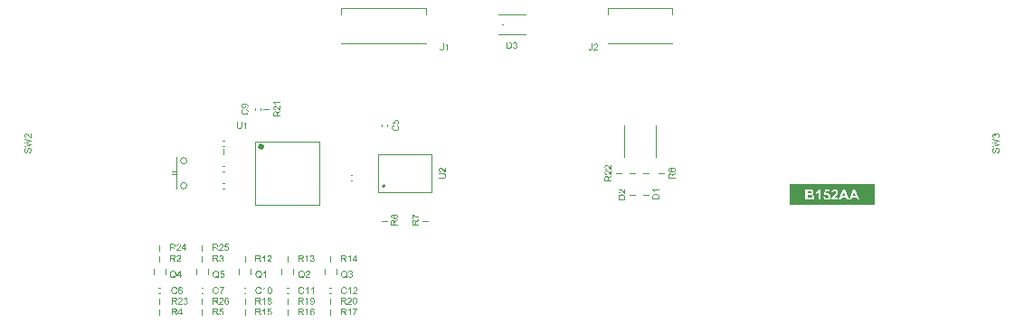
<source format=gto>
G04*
G04 #@! TF.GenerationSoftware,Altium Limited,Altium Designer,22.1.2 (22)*
G04*
G04 Layer_Color=65535*
%FSLAX25Y25*%
%MOIN*%
G70*
G04*
G04 #@! TF.SameCoordinates,275DE8A0-DEE6-4034-A094-DBE044462E3A*
G04*
G04*
G04 #@! TF.FilePolarity,Positive*
G04*
G01*
G75*
%ADD10C,0.00787*%
%ADD11C,0.00394*%
%ADD12C,0.01575*%
%ADD13C,0.00197*%
G36*
X133858Y-3937D02*
X102362D01*
Y3937D01*
X133858D01*
Y-3937D01*
D02*
G37*
G36*
X-24348Y8222D02*
X-24351D01*
X-24366D01*
X-24387D01*
X-24417Y8225D01*
X-24449Y8229D01*
X-24486Y8236D01*
X-24522Y8243D01*
X-24562Y8258D01*
X-24566D01*
X-24569Y8262D01*
X-24591Y8269D01*
X-24624Y8283D01*
X-24668Y8305D01*
X-24719Y8335D01*
X-24777Y8371D01*
X-24835Y8411D01*
X-24897Y8462D01*
X-24901D01*
X-24904Y8469D01*
X-24926Y8487D01*
X-24959Y8520D01*
X-25006Y8567D01*
X-25061Y8622D01*
X-25126Y8691D01*
X-25199Y8775D01*
X-25276Y8866D01*
X-25279Y8870D01*
X-25290Y8884D01*
X-25308Y8906D01*
X-25330Y8931D01*
X-25359Y8964D01*
X-25392Y9004D01*
X-25429Y9044D01*
X-25469Y9092D01*
X-25556Y9183D01*
X-25643Y9274D01*
X-25687Y9317D01*
X-25731Y9357D01*
X-25771Y9394D01*
X-25811Y9423D01*
X-25814D01*
X-25818Y9430D01*
X-25829Y9437D01*
X-25844Y9445D01*
X-25884Y9470D01*
X-25931Y9499D01*
X-25989Y9525D01*
X-26051Y9550D01*
X-26120Y9565D01*
X-26186Y9572D01*
X-26189D01*
X-26193D01*
X-26215Y9568D01*
X-26251Y9565D01*
X-26291Y9554D01*
X-26342Y9539D01*
X-26393Y9514D01*
X-26444Y9481D01*
X-26495Y9437D01*
X-26502Y9430D01*
X-26517Y9412D01*
X-26535Y9386D01*
X-26561Y9346D01*
X-26583Y9295D01*
X-26604Y9237D01*
X-26619Y9168D01*
X-26623Y9092D01*
Y9070D01*
X-26619Y9055D01*
X-26615Y9012D01*
X-26604Y8961D01*
X-26590Y8906D01*
X-26564Y8844D01*
X-26531Y8786D01*
X-26488Y8731D01*
X-26480Y8724D01*
X-26462Y8709D01*
X-26433Y8688D01*
X-26390Y8666D01*
X-26339Y8640D01*
X-26273Y8618D01*
X-26200Y8604D01*
X-26116Y8597D01*
X-26149Y8280D01*
X-26153D01*
X-26164Y8283D01*
X-26182D01*
X-26208Y8287D01*
X-26237Y8294D01*
X-26269Y8302D01*
X-26309Y8313D01*
X-26349Y8324D01*
X-26437Y8353D01*
X-26524Y8396D01*
X-26568Y8422D01*
X-26612Y8455D01*
X-26652Y8487D01*
X-26688Y8524D01*
X-26692Y8527D01*
X-26695Y8535D01*
X-26706Y8546D01*
X-26717Y8564D01*
X-26732Y8586D01*
X-26746Y8611D01*
X-26765Y8640D01*
X-26783Y8677D01*
X-26801Y8717D01*
X-26819Y8760D01*
X-26834Y8808D01*
X-26848Y8859D01*
X-26859Y8913D01*
X-26870Y8971D01*
X-26874Y9033D01*
X-26877Y9099D01*
Y9135D01*
X-26874Y9161D01*
X-26870Y9190D01*
X-26866Y9226D01*
X-26859Y9266D01*
X-26852Y9306D01*
X-26826Y9401D01*
X-26790Y9496D01*
X-26768Y9543D01*
X-26743Y9590D01*
X-26710Y9634D01*
X-26673Y9674D01*
X-26670Y9678D01*
X-26666Y9685D01*
X-26652Y9692D01*
X-26637Y9707D01*
X-26619Y9725D01*
X-26593Y9743D01*
X-26568Y9761D01*
X-26535Y9783D01*
X-26466Y9820D01*
X-26379Y9856D01*
X-26335Y9871D01*
X-26284Y9878D01*
X-26233Y9885D01*
X-26178Y9889D01*
X-26171D01*
X-26153D01*
X-26124Y9885D01*
X-26084Y9882D01*
X-26040Y9874D01*
X-25989Y9860D01*
X-25934Y9845D01*
X-25880Y9823D01*
X-25873Y9820D01*
X-25855Y9812D01*
X-25825Y9798D01*
X-25785Y9776D01*
X-25742Y9747D01*
X-25687Y9710D01*
X-25632Y9667D01*
X-25570Y9616D01*
X-25563Y9608D01*
X-25541Y9590D01*
X-25523Y9572D01*
X-25505Y9554D01*
X-25483Y9532D01*
X-25454Y9503D01*
X-25425Y9474D01*
X-25392Y9437D01*
X-25356Y9401D01*
X-25316Y9357D01*
X-25276Y9310D01*
X-25228Y9259D01*
X-25181Y9201D01*
X-25130Y9143D01*
X-25126Y9139D01*
X-25119Y9132D01*
X-25108Y9117D01*
X-25094Y9099D01*
X-25072Y9077D01*
X-25050Y9052D01*
X-25003Y8993D01*
X-24948Y8931D01*
X-24893Y8873D01*
X-24846Y8822D01*
X-24828Y8800D01*
X-24810Y8782D01*
X-24806Y8779D01*
X-24795Y8768D01*
X-24781Y8753D01*
X-24759Y8735D01*
X-24733Y8717D01*
X-24708Y8695D01*
X-24646Y8651D01*
Y9892D01*
X-24348D01*
Y8222D01*
D02*
G37*
G36*
X-25316Y7832D02*
X-25279D01*
X-25236Y7829D01*
X-25192Y7825D01*
X-25094Y7814D01*
X-24992Y7799D01*
X-24893Y7778D01*
X-24846Y7763D01*
X-24803Y7748D01*
X-24799D01*
X-24792Y7745D01*
X-24781Y7738D01*
X-24766Y7730D01*
X-24726Y7708D01*
X-24675Y7676D01*
X-24617Y7632D01*
X-24559Y7581D01*
X-24497Y7515D01*
X-24442Y7435D01*
Y7432D01*
X-24435Y7424D01*
X-24431Y7414D01*
X-24420Y7395D01*
X-24409Y7373D01*
X-24398Y7344D01*
X-24387Y7315D01*
X-24373Y7279D01*
X-24358Y7239D01*
X-24348Y7195D01*
X-24337Y7148D01*
X-24326Y7093D01*
X-24318Y7039D01*
X-24311Y6980D01*
X-24304Y6849D01*
Y6817D01*
X-24307Y6791D01*
Y6762D01*
X-24311Y6726D01*
X-24315Y6686D01*
X-24318Y6645D01*
X-24333Y6555D01*
X-24355Y6456D01*
X-24384Y6362D01*
X-24424Y6271D01*
Y6267D01*
X-24431Y6260D01*
X-24439Y6249D01*
X-24446Y6234D01*
X-24475Y6194D01*
X-24515Y6147D01*
X-24566Y6092D01*
X-24624Y6041D01*
X-24697Y5990D01*
X-24777Y5950D01*
X-24781D01*
X-24788Y5947D01*
X-24803Y5943D01*
X-24821Y5936D01*
X-24843Y5928D01*
X-24872Y5921D01*
X-24904Y5910D01*
X-24945Y5903D01*
X-24988Y5896D01*
X-25036Y5885D01*
X-25086Y5878D01*
X-25141Y5870D01*
X-25203Y5863D01*
X-25268Y5859D01*
X-25338Y5856D01*
X-25410D01*
X-26866D01*
Y6191D01*
X-25410D01*
X-25407D01*
X-25396D01*
X-25378D01*
X-25356D01*
X-25330Y6194D01*
X-25297D01*
X-25228Y6198D01*
X-25148Y6205D01*
X-25068Y6216D01*
X-24992Y6231D01*
X-24959Y6238D01*
X-24926Y6249D01*
X-24919Y6252D01*
X-24901Y6260D01*
X-24875Y6278D01*
X-24839Y6300D01*
X-24803Y6325D01*
X-24762Y6362D01*
X-24722Y6405D01*
X-24690Y6456D01*
X-24686Y6464D01*
X-24675Y6482D01*
X-24664Y6515D01*
X-24650Y6558D01*
X-24631Y6609D01*
X-24621Y6675D01*
X-24610Y6744D01*
X-24606Y6820D01*
Y6857D01*
X-24610Y6878D01*
Y6911D01*
X-24613Y6944D01*
X-24628Y7024D01*
X-24646Y7111D01*
X-24675Y7195D01*
X-24715Y7275D01*
X-24741Y7312D01*
X-24770Y7344D01*
X-24773Y7348D01*
X-24777Y7352D01*
X-24788Y7359D01*
X-24803Y7370D01*
X-24824Y7381D01*
X-24846Y7395D01*
X-24879Y7410D01*
X-24912Y7424D01*
X-24952Y7439D01*
X-24999Y7450D01*
X-25054Y7464D01*
X-25112Y7475D01*
X-25177Y7486D01*
X-25247Y7494D01*
X-25327Y7501D01*
X-25410D01*
X-26866D01*
Y7836D01*
X-25410D01*
X-25407D01*
X-25392D01*
X-25374D01*
X-25348D01*
X-25316Y7832D01*
D02*
G37*
G36*
X178918Y22549D02*
X178947Y22545D01*
X178980Y22538D01*
X179016Y22530D01*
X179056Y22523D01*
X179144Y22494D01*
X179191Y22472D01*
X179235Y22450D01*
X179282Y22421D01*
X179329Y22388D01*
X179377Y22352D01*
X179420Y22308D01*
X179424Y22305D01*
X179431Y22297D01*
X179442Y22283D01*
X179457Y22265D01*
X179475Y22243D01*
X179493Y22214D01*
X179515Y22181D01*
X179533Y22141D01*
X179555Y22101D01*
X179577Y22053D01*
X179595Y22006D01*
X179613Y21952D01*
X179628Y21893D01*
X179639Y21832D01*
X179646Y21770D01*
X179650Y21700D01*
Y21668D01*
X179646Y21646D01*
X179642Y21617D01*
X179639Y21584D01*
X179631Y21548D01*
X179624Y21508D01*
X179602Y21420D01*
X179566Y21329D01*
X179544Y21282D01*
X179518Y21238D01*
X179486Y21194D01*
X179453Y21151D01*
X179449Y21147D01*
X179442Y21140D01*
X179431Y21129D01*
X179417Y21118D01*
X179398Y21100D01*
X179373Y21082D01*
X179348Y21060D01*
X179315Y21038D01*
X179278Y21016D01*
X179242Y20994D01*
X179155Y20954D01*
X179053Y20922D01*
X178998Y20911D01*
X178940Y20903D01*
X178900Y21213D01*
X178903D01*
X178911Y21216D01*
X178925Y21220D01*
X178943Y21224D01*
X178965Y21227D01*
X178991Y21235D01*
X179045Y21253D01*
X179111Y21278D01*
X179173Y21311D01*
X179231Y21347D01*
X179282Y21391D01*
X179286Y21398D01*
X179300Y21413D01*
X179318Y21442D01*
X179337Y21478D01*
X179358Y21522D01*
X179377Y21577D01*
X179391Y21639D01*
X179395Y21704D01*
Y21726D01*
X179391Y21741D01*
X179387Y21780D01*
X179377Y21832D01*
X179358Y21890D01*
X179333Y21952D01*
X179297Y22014D01*
X179245Y22072D01*
X179238Y22079D01*
X179216Y22097D01*
X179184Y22119D01*
X179140Y22148D01*
X179085Y22177D01*
X179024Y22199D01*
X178951Y22217D01*
X178871Y22225D01*
X178867D01*
X178860D01*
X178849D01*
X178834Y22221D01*
X178794Y22217D01*
X178747Y22206D01*
X178689Y22192D01*
X178630Y22166D01*
X178572Y22130D01*
X178517Y22083D01*
X178510Y22075D01*
X178496Y22057D01*
X178474Y22028D01*
X178448Y21988D01*
X178423Y21937D01*
X178401Y21875D01*
X178386Y21806D01*
X178379Y21730D01*
Y21697D01*
X178383Y21671D01*
X178386Y21639D01*
X178394Y21602D01*
X178401Y21558D01*
X178412Y21511D01*
X178139Y21548D01*
Y21566D01*
X178143Y21580D01*
Y21628D01*
X178135Y21668D01*
X178128Y21715D01*
X178117Y21770D01*
X178099Y21832D01*
X178074Y21890D01*
X178041Y21952D01*
Y21955D01*
X178037Y21959D01*
X178023Y21977D01*
X177997Y22003D01*
X177964Y22032D01*
X177917Y22061D01*
X177862Y22086D01*
X177801Y22105D01*
X177764Y22112D01*
X177724D01*
X177720D01*
X177717D01*
X177695D01*
X177666Y22105D01*
X177626Y22097D01*
X177582Y22083D01*
X177535Y22064D01*
X177487Y22035D01*
X177444Y21995D01*
X177440Y21992D01*
X177426Y21973D01*
X177407Y21948D01*
X177385Y21915D01*
X177367Y21871D01*
X177349Y21821D01*
X177334Y21762D01*
X177331Y21697D01*
Y21668D01*
X177338Y21635D01*
X177346Y21591D01*
X177360Y21544D01*
X177378Y21497D01*
X177407Y21446D01*
X177444Y21398D01*
X177447Y21395D01*
X177466Y21380D01*
X177491Y21358D01*
X177527Y21333D01*
X177575Y21307D01*
X177633Y21282D01*
X177702Y21260D01*
X177782Y21245D01*
X177728Y20936D01*
X177724D01*
X177713Y20940D01*
X177699Y20943D01*
X177677Y20947D01*
X177651Y20954D01*
X177622Y20965D01*
X177553Y20987D01*
X177473Y21023D01*
X177393Y21067D01*
X177316Y21122D01*
X177247Y21191D01*
X177243Y21194D01*
X177240Y21202D01*
X177233Y21213D01*
X177222Y21227D01*
X177207Y21245D01*
X177193Y21271D01*
X177178Y21296D01*
X177160Y21329D01*
X177131Y21402D01*
X177102Y21486D01*
X177083Y21584D01*
X177076Y21635D01*
Y21726D01*
X177080Y21766D01*
X177087Y21813D01*
X177098Y21871D01*
X177116Y21937D01*
X177138Y22003D01*
X177167Y22068D01*
Y22072D01*
X177171Y22075D01*
X177182Y22097D01*
X177204Y22130D01*
X177229Y22166D01*
X177265Y22210D01*
X177305Y22254D01*
X177353Y22297D01*
X177407Y22334D01*
X177415Y22337D01*
X177433Y22348D01*
X177466Y22363D01*
X177506Y22381D01*
X177553Y22399D01*
X177608Y22414D01*
X177669Y22425D01*
X177731Y22428D01*
X177739D01*
X177760D01*
X177789Y22425D01*
X177830Y22418D01*
X177877Y22407D01*
X177928Y22388D01*
X177979Y22367D01*
X178030Y22337D01*
X178037Y22334D01*
X178052Y22323D01*
X178077Y22301D01*
X178106Y22272D01*
X178139Y22235D01*
X178175Y22192D01*
X178208Y22141D01*
X178241Y22079D01*
Y22083D01*
X178244Y22090D01*
X178248Y22101D01*
X178252Y22115D01*
X178266Y22155D01*
X178288Y22206D01*
X178317Y22265D01*
X178354Y22323D01*
X178401Y22377D01*
X178456Y22428D01*
X178463Y22432D01*
X178485Y22447D01*
X178521Y22468D01*
X178568Y22490D01*
X178627Y22512D01*
X178696Y22534D01*
X178776Y22549D01*
X178863Y22552D01*
X178867D01*
X178878D01*
X178896D01*
X178918Y22549D01*
D02*
G37*
G36*
X179606Y20022D02*
Y19695D01*
X177688Y19167D01*
X177684D01*
X177677Y19163D01*
X177666Y19160D01*
X177648Y19156D01*
X177608Y19145D01*
X177560Y19134D01*
X177509Y19120D01*
X177462Y19105D01*
X177422Y19094D01*
X177404Y19091D01*
X177393Y19087D01*
X177396D01*
X177400Y19083D01*
X177422Y19080D01*
X177455Y19072D01*
X177495Y19061D01*
X177538Y19050D01*
X177589Y19036D01*
X177640Y19025D01*
X177688Y19011D01*
X179606Y18479D01*
Y18130D01*
X177087Y17471D01*
Y17817D01*
X178740Y18192D01*
X178743D01*
X178751Y18195D01*
X178765Y18199D01*
X178783Y18202D01*
X178809Y18206D01*
X178834Y18213D01*
X178867Y18221D01*
X178903Y18228D01*
X178980Y18246D01*
X179067Y18264D01*
X179162Y18282D01*
X179256Y18301D01*
X179253D01*
X179238Y18304D01*
X179220Y18312D01*
X179191Y18315D01*
X179162Y18323D01*
X179125Y18333D01*
X179045Y18352D01*
X178965Y18373D01*
X178925Y18381D01*
X178889Y18392D01*
X178856Y18399D01*
X178827Y18406D01*
X178805Y18414D01*
X178790Y18417D01*
X177087Y18894D01*
Y19298D01*
X178365Y19655D01*
X178368D01*
X178386Y19662D01*
X178412Y19669D01*
X178445Y19677D01*
X178488Y19688D01*
X178536Y19702D01*
X178590Y19717D01*
X178652Y19731D01*
X178721Y19749D01*
X178790Y19764D01*
X178940Y19797D01*
X179096Y19829D01*
X179256Y19855D01*
X179253D01*
X179245Y19859D01*
X179231D01*
X179213Y19866D01*
X179191Y19870D01*
X179165Y19877D01*
X179133Y19880D01*
X179096Y19891D01*
X179016Y19910D01*
X178922Y19931D01*
X178820Y19953D01*
X178707Y19982D01*
X177087Y20376D01*
Y20714D01*
X179606Y20022D01*
D02*
G37*
G36*
X178972Y17238D02*
X179024Y17231D01*
X179082Y17216D01*
X179144Y17198D01*
X179209Y17169D01*
X179278Y17129D01*
X179282D01*
X179286Y17125D01*
X179307Y17107D01*
X179340Y17081D01*
X179377Y17045D01*
X179420Y16998D01*
X179468Y16939D01*
X179511Y16874D01*
X179551Y16797D01*
Y16794D01*
X179555Y16786D01*
X179559Y16775D01*
X179566Y16761D01*
X179573Y16739D01*
X179584Y16714D01*
X179599Y16655D01*
X179617Y16586D01*
X179635Y16502D01*
X179646Y16411D01*
X179650Y16313D01*
Y16255D01*
X179646Y16226D01*
Y16193D01*
X179642Y16157D01*
X179639Y16113D01*
X179624Y16022D01*
X179610Y15927D01*
X179584Y15833D01*
X179551Y15742D01*
Y15738D01*
X179548Y15731D01*
X179540Y15720D01*
X179533Y15705D01*
X179511Y15662D01*
X179479Y15611D01*
X179435Y15552D01*
X179384Y15491D01*
X179322Y15432D01*
X179253Y15378D01*
X179249D01*
X179242Y15371D01*
X179231Y15367D01*
X179216Y15356D01*
X179198Y15349D01*
X179176Y15338D01*
X179122Y15312D01*
X179053Y15287D01*
X178976Y15265D01*
X178889Y15250D01*
X178798Y15243D01*
X178769Y15556D01*
X178772D01*
X178776D01*
X178787Y15560D01*
X178802D01*
X178834Y15567D01*
X178882Y15578D01*
X178929Y15593D01*
X178983Y15607D01*
X179034Y15633D01*
X179082Y15658D01*
X179085Y15662D01*
X179100Y15673D01*
X179125Y15691D01*
X179151Y15720D01*
X179184Y15756D01*
X179216Y15796D01*
X179249Y15851D01*
X179278Y15909D01*
Y15913D01*
X179282Y15916D01*
X179286Y15927D01*
X179289Y15938D01*
X179300Y15975D01*
X179315Y16022D01*
X179329Y16080D01*
X179340Y16146D01*
X179348Y16219D01*
X179351Y16299D01*
Y16331D01*
X179348Y16368D01*
X179344Y16411D01*
X179337Y16463D01*
X179329Y16521D01*
X179315Y16579D01*
X179297Y16634D01*
X179293Y16641D01*
X179286Y16659D01*
X179271Y16684D01*
X179256Y16717D01*
X179231Y16750D01*
X179206Y16786D01*
X179176Y16823D01*
X179140Y16852D01*
X179136Y16856D01*
X179122Y16863D01*
X179104Y16874D01*
X179075Y16888D01*
X179045Y16903D01*
X179009Y16914D01*
X178969Y16921D01*
X178925Y16925D01*
X178922D01*
X178903D01*
X178882Y16921D01*
X178852Y16917D01*
X178823Y16907D01*
X178787Y16896D01*
X178751Y16877D01*
X178718Y16852D01*
X178714Y16848D01*
X178703Y16837D01*
X178689Y16823D01*
X178667Y16797D01*
X178645Y16768D01*
X178620Y16728D01*
X178594Y16681D01*
X178572Y16626D01*
X178568Y16623D01*
X178565Y16604D01*
X178554Y16575D01*
X178550Y16557D01*
X178543Y16532D01*
X178532Y16506D01*
X178525Y16473D01*
X178514Y16437D01*
X178503Y16393D01*
X178492Y16350D01*
X178478Y16299D01*
X178463Y16240D01*
X178448Y16179D01*
Y16175D01*
X178445Y16164D01*
X178441Y16146D01*
X178434Y16124D01*
X178427Y16095D01*
X178419Y16062D01*
X178397Y15989D01*
X178372Y15909D01*
X178347Y15825D01*
X178321Y15753D01*
X178306Y15720D01*
X178292Y15691D01*
Y15687D01*
X178288Y15684D01*
X178274Y15662D01*
X178255Y15629D01*
X178226Y15593D01*
X178194Y15549D01*
X178154Y15505D01*
X178106Y15461D01*
X178055Y15425D01*
X178048Y15421D01*
X178030Y15410D01*
X178001Y15396D01*
X177964Y15381D01*
X177917Y15367D01*
X177862Y15352D01*
X177804Y15341D01*
X177742Y15338D01*
X177739D01*
X177735D01*
X177724D01*
X177709D01*
X177673Y15345D01*
X177626Y15352D01*
X177571Y15363D01*
X177509Y15381D01*
X177447Y15407D01*
X177385Y15443D01*
X177382D01*
X177378Y15447D01*
X177356Y15465D01*
X177327Y15491D01*
X177291Y15523D01*
X177251Y15567D01*
X177207Y15622D01*
X177167Y15687D01*
X177131Y15760D01*
Y15764D01*
X177127Y15771D01*
X177123Y15782D01*
X177116Y15796D01*
X177109Y15815D01*
X177102Y15840D01*
X177087Y15895D01*
X177073Y15964D01*
X177058Y16044D01*
X177047Y16128D01*
X177043Y16222D01*
Y16270D01*
X177047Y16295D01*
Y16320D01*
X177054Y16390D01*
X177065Y16466D01*
X177083Y16546D01*
X177105Y16634D01*
X177134Y16714D01*
Y16717D01*
X177138Y16725D01*
X177145Y16736D01*
X177153Y16750D01*
X177171Y16786D01*
X177204Y16834D01*
X177240Y16888D01*
X177287Y16943D01*
X177342Y16994D01*
X177404Y17041D01*
X177407D01*
X177411Y17045D01*
X177422Y17052D01*
X177433Y17059D01*
X177469Y17078D01*
X177516Y17099D01*
X177575Y17125D01*
X177644Y17143D01*
X177717Y17161D01*
X177797Y17169D01*
X177822Y16848D01*
X177819D01*
X177811D01*
X177801Y16845D01*
X177782Y16841D01*
X177742Y16830D01*
X177688Y16816D01*
X177629Y16794D01*
X177571Y16761D01*
X177516Y16721D01*
X177466Y16670D01*
X177462Y16663D01*
X177447Y16645D01*
X177426Y16608D01*
X177404Y16561D01*
X177382Y16499D01*
X177360Y16426D01*
X177346Y16335D01*
X177342Y16233D01*
Y16182D01*
X177346Y16160D01*
X177349Y16131D01*
X177356Y16066D01*
X177371Y15993D01*
X177389Y15920D01*
X177418Y15851D01*
X177436Y15822D01*
X177455Y15793D01*
X177458Y15785D01*
X177473Y15771D01*
X177498Y15749D01*
X177527Y15727D01*
X177568Y15702D01*
X177611Y15680D01*
X177662Y15665D01*
X177720Y15658D01*
X177728D01*
X177742D01*
X177768Y15662D01*
X177797Y15669D01*
X177833Y15680D01*
X177870Y15698D01*
X177906Y15720D01*
X177942Y15753D01*
X177946Y15756D01*
X177957Y15775D01*
X177968Y15789D01*
X177975Y15804D01*
X177986Y15825D01*
X178001Y15851D01*
X178012Y15884D01*
X178026Y15920D01*
X178041Y15960D01*
X178059Y16007D01*
X178074Y16058D01*
X178092Y16117D01*
X178106Y16182D01*
X178124Y16255D01*
Y16259D01*
X178128Y16273D01*
X178132Y16295D01*
X178139Y16320D01*
X178146Y16353D01*
X178157Y16393D01*
X178168Y16433D01*
X178179Y16477D01*
X178205Y16572D01*
X178230Y16663D01*
X178244Y16706D01*
X178259Y16746D01*
X178270Y16783D01*
X178285Y16812D01*
Y16816D01*
X178288Y16823D01*
X178296Y16834D01*
X178303Y16848D01*
X178325Y16888D01*
X178354Y16936D01*
X178394Y16990D01*
X178437Y17045D01*
X178488Y17096D01*
X178543Y17140D01*
X178550Y17143D01*
X178568Y17158D01*
X178601Y17172D01*
X178645Y17194D01*
X178696Y17212D01*
X178758Y17231D01*
X178827Y17241D01*
X178900Y17245D01*
X178903D01*
X178907D01*
X178918D01*
X178932D01*
X178972Y17238D01*
D02*
G37*
G36*
X-177087Y20869D02*
X-177091D01*
X-177105D01*
X-177127D01*
X-177156Y20872D01*
X-177189Y20876D01*
X-177225Y20883D01*
X-177262Y20891D01*
X-177302Y20905D01*
X-177305D01*
X-177309Y20909D01*
X-177331Y20916D01*
X-177364Y20931D01*
X-177407Y20952D01*
X-177458Y20982D01*
X-177517Y21018D01*
X-177575Y21058D01*
X-177637Y21109D01*
X-177640D01*
X-177644Y21116D01*
X-177666Y21134D01*
X-177699Y21167D01*
X-177746Y21215D01*
X-177801Y21269D01*
X-177866Y21338D01*
X-177939Y21422D01*
X-178015Y21513D01*
X-178019Y21517D01*
X-178030Y21531D01*
X-178048Y21553D01*
X-178070Y21578D01*
X-178099Y21611D01*
X-178132Y21651D01*
X-178168Y21691D01*
X-178208Y21739D01*
X-178296Y21830D01*
X-178383Y21921D01*
X-178427Y21964D01*
X-178470Y22004D01*
X-178510Y22041D01*
X-178550Y22070D01*
X-178554D01*
X-178558Y22077D01*
X-178568Y22084D01*
X-178583Y22092D01*
X-178623Y22117D01*
X-178670Y22146D01*
X-178729Y22172D01*
X-178791Y22197D01*
X-178860Y22212D01*
X-178925Y22219D01*
X-178929D01*
X-178932D01*
X-178954Y22216D01*
X-178991Y22212D01*
X-179031Y22201D01*
X-179082Y22186D01*
X-179133Y22161D01*
X-179184Y22128D01*
X-179235Y22084D01*
X-179242Y22077D01*
X-179256Y22059D01*
X-179275Y22034D01*
X-179300Y21993D01*
X-179322Y21942D01*
X-179344Y21884D01*
X-179358Y21815D01*
X-179362Y21739D01*
Y21717D01*
X-179358Y21702D01*
X-179355Y21659D01*
X-179344Y21608D01*
X-179329Y21553D01*
X-179304Y21491D01*
X-179271Y21433D01*
X-179227Y21378D01*
X-179220Y21371D01*
X-179202Y21357D01*
X-179173Y21335D01*
X-179129Y21313D01*
X-179078Y21287D01*
X-179013Y21265D01*
X-178940Y21251D01*
X-178856Y21244D01*
X-178889Y20927D01*
X-178893D01*
X-178903Y20931D01*
X-178922D01*
X-178947Y20934D01*
X-178976Y20942D01*
X-179009Y20949D01*
X-179049Y20960D01*
X-179089Y20971D01*
X-179176Y21000D01*
X-179264Y21043D01*
X-179307Y21069D01*
X-179351Y21102D01*
X-179391Y21134D01*
X-179428Y21171D01*
X-179431Y21174D01*
X-179435Y21182D01*
X-179446Y21193D01*
X-179457Y21211D01*
X-179471Y21233D01*
X-179486Y21258D01*
X-179504Y21287D01*
X-179522Y21324D01*
X-179540Y21364D01*
X-179559Y21407D01*
X-179573Y21455D01*
X-179588Y21506D01*
X-179599Y21560D01*
X-179610Y21619D01*
X-179613Y21680D01*
X-179617Y21746D01*
Y21782D01*
X-179613Y21808D01*
X-179610Y21837D01*
X-179606Y21873D01*
X-179599Y21913D01*
X-179591Y21953D01*
X-179566Y22048D01*
X-179530Y22143D01*
X-179508Y22190D01*
X-179482Y22237D01*
X-179449Y22281D01*
X-179413Y22321D01*
X-179409Y22325D01*
X-179406Y22332D01*
X-179391Y22339D01*
X-179377Y22354D01*
X-179358Y22372D01*
X-179333Y22390D01*
X-179307Y22408D01*
X-179275Y22430D01*
X-179206Y22467D01*
X-179118Y22503D01*
X-179075Y22518D01*
X-179024Y22525D01*
X-178973Y22532D01*
X-178918Y22536D01*
X-178911D01*
X-178893D01*
X-178863Y22532D01*
X-178823Y22529D01*
X-178780Y22521D01*
X-178729Y22507D01*
X-178674Y22492D01*
X-178620Y22470D01*
X-178612Y22467D01*
X-178594Y22459D01*
X-178565Y22445D01*
X-178525Y22423D01*
X-178481Y22394D01*
X-178427Y22357D01*
X-178372Y22314D01*
X-178310Y22263D01*
X-178303Y22256D01*
X-178281Y22237D01*
X-178263Y22219D01*
X-178245Y22201D01*
X-178223Y22179D01*
X-178194Y22150D01*
X-178165Y22121D01*
X-178132Y22084D01*
X-178095Y22048D01*
X-178055Y22004D01*
X-178015Y21957D01*
X-177968Y21906D01*
X-177921Y21848D01*
X-177870Y21790D01*
X-177866Y21786D01*
X-177859Y21779D01*
X-177848Y21764D01*
X-177833Y21746D01*
X-177811Y21724D01*
X-177790Y21699D01*
X-177742Y21640D01*
X-177688Y21578D01*
X-177633Y21520D01*
X-177586Y21469D01*
X-177568Y21448D01*
X-177549Y21429D01*
X-177546Y21426D01*
X-177535Y21415D01*
X-177520Y21400D01*
X-177498Y21382D01*
X-177473Y21364D01*
X-177447Y21342D01*
X-177385Y21298D01*
Y22539D01*
X-177087D01*
Y20869D01*
D02*
G37*
G36*
Y20035D02*
Y19708D01*
X-179005Y19180D01*
X-179009D01*
X-179016Y19176D01*
X-179027Y19173D01*
X-179045Y19169D01*
X-179085Y19158D01*
X-179133Y19147D01*
X-179184Y19132D01*
X-179231Y19118D01*
X-179271Y19107D01*
X-179289Y19103D01*
X-179300Y19100D01*
X-179297D01*
X-179293Y19096D01*
X-179271Y19092D01*
X-179238Y19085D01*
X-179198Y19074D01*
X-179155Y19063D01*
X-179104Y19049D01*
X-179053Y19038D01*
X-179005Y19023D01*
X-177087Y18492D01*
Y18142D01*
X-179606Y17483D01*
Y17829D01*
X-177953Y18204D01*
X-177950D01*
X-177942Y18208D01*
X-177928Y18212D01*
X-177910Y18215D01*
X-177884Y18219D01*
X-177859Y18226D01*
X-177826Y18233D01*
X-177790Y18241D01*
X-177713Y18259D01*
X-177626Y18277D01*
X-177531Y18295D01*
X-177436Y18313D01*
X-177440D01*
X-177455Y18317D01*
X-177473Y18324D01*
X-177502Y18328D01*
X-177531Y18335D01*
X-177568Y18346D01*
X-177648Y18364D01*
X-177728Y18386D01*
X-177768Y18394D01*
X-177804Y18404D01*
X-177837Y18412D01*
X-177866Y18419D01*
X-177888Y18426D01*
X-177902Y18430D01*
X-179606Y18907D01*
Y19311D01*
X-178328Y19668D01*
X-178325D01*
X-178306Y19675D01*
X-178281Y19682D01*
X-178248Y19689D01*
X-178205Y19700D01*
X-178157Y19715D01*
X-178103Y19729D01*
X-178041Y19744D01*
X-177972Y19762D01*
X-177902Y19777D01*
X-177753Y19809D01*
X-177597Y19842D01*
X-177436Y19868D01*
X-177440D01*
X-177447Y19871D01*
X-177462D01*
X-177480Y19879D01*
X-177502Y19882D01*
X-177527Y19890D01*
X-177560Y19893D01*
X-177597Y19904D01*
X-177677Y19922D01*
X-177771Y19944D01*
X-177873Y19966D01*
X-177986Y19995D01*
X-179606Y20388D01*
Y20727D01*
X-177087Y20035D01*
D02*
G37*
G36*
X-177720Y17251D02*
X-177669Y17243D01*
X-177611Y17229D01*
X-177549Y17210D01*
X-177484Y17181D01*
X-177415Y17141D01*
X-177411D01*
X-177407Y17138D01*
X-177385Y17120D01*
X-177353Y17094D01*
X-177316Y17058D01*
X-177273Y17010D01*
X-177225Y16952D01*
X-177182Y16887D01*
X-177142Y16810D01*
Y16806D01*
X-177138Y16799D01*
X-177134Y16788D01*
X-177127Y16774D01*
X-177120Y16752D01*
X-177109Y16726D01*
X-177094Y16668D01*
X-177076Y16599D01*
X-177058Y16515D01*
X-177047Y16424D01*
X-177043Y16326D01*
Y16268D01*
X-177047Y16239D01*
Y16206D01*
X-177051Y16170D01*
X-177054Y16126D01*
X-177069Y16035D01*
X-177083Y15940D01*
X-177109Y15845D01*
X-177142Y15755D01*
Y15751D01*
X-177145Y15744D01*
X-177153Y15733D01*
X-177160Y15718D01*
X-177182Y15674D01*
X-177214Y15623D01*
X-177258Y15565D01*
X-177309Y15503D01*
X-177371Y15445D01*
X-177440Y15391D01*
X-177444D01*
X-177451Y15383D01*
X-177462Y15380D01*
X-177477Y15369D01*
X-177495Y15361D01*
X-177517Y15350D01*
X-177571Y15325D01*
X-177640Y15300D01*
X-177717Y15278D01*
X-177804Y15263D01*
X-177895Y15256D01*
X-177924Y15569D01*
X-177921D01*
X-177917D01*
X-177906Y15573D01*
X-177892D01*
X-177859Y15580D01*
X-177811Y15591D01*
X-177764Y15605D01*
X-177709Y15620D01*
X-177658Y15645D01*
X-177611Y15671D01*
X-177608Y15674D01*
X-177593Y15685D01*
X-177568Y15704D01*
X-177542Y15733D01*
X-177509Y15769D01*
X-177477Y15809D01*
X-177444Y15864D01*
X-177415Y15922D01*
Y15926D01*
X-177411Y15929D01*
X-177407Y15940D01*
X-177404Y15951D01*
X-177393Y15988D01*
X-177378Y16035D01*
X-177364Y16093D01*
X-177353Y16159D01*
X-177346Y16231D01*
X-177342Y16311D01*
Y16344D01*
X-177346Y16381D01*
X-177349Y16424D01*
X-177356Y16475D01*
X-177364Y16533D01*
X-177378Y16592D01*
X-177396Y16646D01*
X-177400Y16654D01*
X-177407Y16672D01*
X-177422Y16697D01*
X-177436Y16730D01*
X-177462Y16763D01*
X-177487Y16799D01*
X-177517Y16836D01*
X-177553Y16865D01*
X-177557Y16868D01*
X-177571Y16876D01*
X-177589Y16887D01*
X-177619Y16901D01*
X-177648Y16916D01*
X-177684Y16927D01*
X-177724Y16934D01*
X-177768Y16938D01*
X-177771D01*
X-177790D01*
X-177811Y16934D01*
X-177840Y16930D01*
X-177870Y16919D01*
X-177906Y16908D01*
X-177942Y16890D01*
X-177975Y16865D01*
X-177979Y16861D01*
X-177990Y16850D01*
X-178004Y16836D01*
X-178026Y16810D01*
X-178048Y16781D01*
X-178074Y16741D01*
X-178099Y16694D01*
X-178121Y16639D01*
X-178124Y16635D01*
X-178128Y16617D01*
X-178139Y16588D01*
X-178143Y16570D01*
X-178150Y16544D01*
X-178161Y16519D01*
X-178168Y16486D01*
X-178179Y16450D01*
X-178190Y16406D01*
X-178201Y16362D01*
X-178215Y16311D01*
X-178230Y16253D01*
X-178245Y16191D01*
Y16188D01*
X-178248Y16177D01*
X-178252Y16159D01*
X-178259Y16137D01*
X-178266Y16108D01*
X-178274Y16075D01*
X-178296Y16002D01*
X-178321Y15922D01*
X-178347Y15838D01*
X-178372Y15765D01*
X-178386Y15733D01*
X-178401Y15704D01*
Y15700D01*
X-178405Y15696D01*
X-178419Y15674D01*
X-178437Y15642D01*
X-178467Y15605D01*
X-178499Y15562D01*
X-178539Y15518D01*
X-178587Y15474D01*
X-178638Y15438D01*
X-178645Y15434D01*
X-178663Y15423D01*
X-178692Y15409D01*
X-178729Y15394D01*
X-178776Y15380D01*
X-178831Y15365D01*
X-178889Y15354D01*
X-178951Y15350D01*
X-178954D01*
X-178958D01*
X-178969D01*
X-178983D01*
X-179020Y15358D01*
X-179067Y15365D01*
X-179122Y15376D01*
X-179184Y15394D01*
X-179246Y15420D01*
X-179307Y15456D01*
X-179311D01*
X-179315Y15460D01*
X-179337Y15478D01*
X-179366Y15503D01*
X-179402Y15536D01*
X-179442Y15580D01*
X-179486Y15634D01*
X-179526Y15700D01*
X-179562Y15773D01*
Y15776D01*
X-179566Y15784D01*
X-179569Y15795D01*
X-179577Y15809D01*
X-179584Y15827D01*
X-179591Y15853D01*
X-179606Y15907D01*
X-179621Y15977D01*
X-179635Y16057D01*
X-179646Y16140D01*
X-179650Y16235D01*
Y16282D01*
X-179646Y16308D01*
Y16333D01*
X-179639Y16402D01*
X-179628Y16479D01*
X-179610Y16559D01*
X-179588Y16646D01*
X-179559Y16726D01*
Y16730D01*
X-179555Y16737D01*
X-179548Y16748D01*
X-179540Y16763D01*
X-179522Y16799D01*
X-179489Y16847D01*
X-179453Y16901D01*
X-179406Y16956D01*
X-179351Y17007D01*
X-179289Y17054D01*
X-179286D01*
X-179282Y17058D01*
X-179271Y17065D01*
X-179260Y17072D01*
X-179224Y17090D01*
X-179176Y17112D01*
X-179118Y17138D01*
X-179049Y17156D01*
X-178976Y17174D01*
X-178896Y17181D01*
X-178871Y16861D01*
X-178874D01*
X-178882D01*
X-178893Y16857D01*
X-178911Y16854D01*
X-178951Y16843D01*
X-179005Y16828D01*
X-179064Y16806D01*
X-179122Y16774D01*
X-179176Y16734D01*
X-179227Y16683D01*
X-179231Y16675D01*
X-179246Y16657D01*
X-179267Y16621D01*
X-179289Y16574D01*
X-179311Y16512D01*
X-179333Y16439D01*
X-179348Y16348D01*
X-179351Y16246D01*
Y16195D01*
X-179348Y16173D01*
X-179344Y16144D01*
X-179337Y16079D01*
X-179322Y16006D01*
X-179304Y15933D01*
X-179275Y15864D01*
X-179256Y15835D01*
X-179238Y15805D01*
X-179235Y15798D01*
X-179220Y15784D01*
X-179195Y15762D01*
X-179165Y15740D01*
X-179125Y15714D01*
X-179082Y15693D01*
X-179031Y15678D01*
X-178973Y15671D01*
X-178965D01*
X-178951D01*
X-178925Y15674D01*
X-178896Y15682D01*
X-178860Y15693D01*
X-178823Y15711D01*
X-178787Y15733D01*
X-178751Y15765D01*
X-178747Y15769D01*
X-178736Y15787D01*
X-178725Y15802D01*
X-178718Y15816D01*
X-178707Y15838D01*
X-178692Y15864D01*
X-178681Y15897D01*
X-178667Y15933D01*
X-178652Y15973D01*
X-178634Y16020D01*
X-178620Y16071D01*
X-178601Y16129D01*
X-178587Y16195D01*
X-178568Y16268D01*
Y16271D01*
X-178565Y16286D01*
X-178561Y16308D01*
X-178554Y16333D01*
X-178547Y16366D01*
X-178536Y16406D01*
X-178525Y16446D01*
X-178514Y16490D01*
X-178488Y16584D01*
X-178463Y16675D01*
X-178448Y16719D01*
X-178434Y16759D01*
X-178423Y16796D01*
X-178408Y16825D01*
Y16828D01*
X-178405Y16836D01*
X-178397Y16847D01*
X-178390Y16861D01*
X-178368Y16901D01*
X-178339Y16948D01*
X-178299Y17003D01*
X-178255Y17058D01*
X-178205Y17109D01*
X-178150Y17152D01*
X-178143Y17156D01*
X-178124Y17170D01*
X-178092Y17185D01*
X-178048Y17207D01*
X-177997Y17225D01*
X-177935Y17243D01*
X-177866Y17254D01*
X-177793Y17258D01*
X-177790D01*
X-177786D01*
X-177775D01*
X-177760D01*
X-177720Y17251D01*
D02*
G37*
G36*
X-99429Y25320D02*
Y25316D01*
Y25302D01*
Y25283D01*
Y25258D01*
X-99433Y25225D01*
Y25189D01*
X-99436Y25145D01*
X-99440Y25101D01*
X-99451Y25003D01*
X-99466Y24901D01*
X-99487Y24803D01*
X-99502Y24756D01*
X-99516Y24712D01*
Y24708D01*
X-99520Y24701D01*
X-99527Y24690D01*
X-99535Y24676D01*
X-99556Y24635D01*
X-99589Y24585D01*
X-99633Y24526D01*
X-99684Y24468D01*
X-99749Y24406D01*
X-99830Y24352D01*
X-99833D01*
X-99840Y24344D01*
X-99851Y24341D01*
X-99870Y24330D01*
X-99891Y24319D01*
X-99920Y24308D01*
X-99950Y24297D01*
X-99986Y24282D01*
X-100026Y24268D01*
X-100070Y24257D01*
X-100117Y24246D01*
X-100172Y24235D01*
X-100226Y24228D01*
X-100285Y24220D01*
X-100416Y24213D01*
X-100448D01*
X-100474Y24217D01*
X-100503D01*
X-100539Y24220D01*
X-100579Y24224D01*
X-100619Y24228D01*
X-100710Y24242D01*
X-100809Y24264D01*
X-100903Y24293D01*
X-100994Y24333D01*
X-100998D01*
X-101005Y24341D01*
X-101016Y24348D01*
X-101031Y24355D01*
X-101071Y24384D01*
X-101118Y24424D01*
X-101173Y24475D01*
X-101224Y24534D01*
X-101275Y24606D01*
X-101315Y24687D01*
Y24690D01*
X-101318Y24697D01*
X-101322Y24712D01*
X-101329Y24730D01*
X-101337Y24752D01*
X-101344Y24781D01*
X-101355Y24814D01*
X-101362Y24854D01*
X-101369Y24898D01*
X-101380Y24945D01*
X-101388Y24996D01*
X-101395Y25051D01*
X-101402Y25112D01*
X-101406Y25178D01*
X-101409Y25247D01*
Y25320D01*
Y26776D01*
X-101074D01*
Y25320D01*
Y25316D01*
Y25305D01*
Y25287D01*
Y25265D01*
X-101071Y25240D01*
Y25207D01*
X-101067Y25138D01*
X-101060Y25058D01*
X-101049Y24978D01*
X-101034Y24901D01*
X-101027Y24869D01*
X-101016Y24836D01*
X-101013Y24828D01*
X-101005Y24810D01*
X-100987Y24785D01*
X-100965Y24748D01*
X-100940Y24712D01*
X-100903Y24672D01*
X-100860Y24632D01*
X-100809Y24599D01*
X-100801Y24596D01*
X-100783Y24585D01*
X-100751Y24574D01*
X-100707Y24559D01*
X-100656Y24541D01*
X-100590Y24530D01*
X-100521Y24519D01*
X-100445Y24515D01*
X-100408D01*
X-100387Y24519D01*
X-100354D01*
X-100321Y24523D01*
X-100241Y24537D01*
X-100154Y24555D01*
X-100070Y24585D01*
X-99990Y24625D01*
X-99953Y24650D01*
X-99920Y24679D01*
X-99917Y24683D01*
X-99913Y24687D01*
X-99906Y24697D01*
X-99895Y24712D01*
X-99884Y24734D01*
X-99870Y24756D01*
X-99855Y24788D01*
X-99840Y24821D01*
X-99826Y24861D01*
X-99815Y24908D01*
X-99800Y24963D01*
X-99790Y25021D01*
X-99779Y25087D01*
X-99771Y25156D01*
X-99764Y25236D01*
Y25320D01*
Y26776D01*
X-99429D01*
Y25320D01*
D02*
G37*
G36*
X-97835Y24257D02*
X-98144D01*
Y26226D01*
X-98148Y26223D01*
X-98166Y26208D01*
X-98188Y26186D01*
X-98224Y26161D01*
X-98264Y26128D01*
X-98315Y26092D01*
X-98374Y26052D01*
X-98439Y26011D01*
X-98443D01*
X-98446Y26008D01*
X-98468Y25993D01*
X-98505Y25975D01*
X-98548Y25953D01*
X-98599Y25928D01*
X-98654Y25902D01*
X-98708Y25877D01*
X-98763Y25855D01*
Y26153D01*
X-98759D01*
X-98752Y26161D01*
X-98738Y26164D01*
X-98719Y26175D01*
X-98698Y26186D01*
X-98672Y26201D01*
X-98610Y26237D01*
X-98537Y26277D01*
X-98465Y26328D01*
X-98388Y26386D01*
X-98312Y26448D01*
X-98308Y26452D01*
X-98304Y26456D01*
X-98293Y26466D01*
X-98279Y26477D01*
X-98246Y26514D01*
X-98202Y26557D01*
X-98159Y26608D01*
X-98111Y26667D01*
X-98071Y26725D01*
X-98035Y26787D01*
X-97835D01*
Y24257D01*
D02*
G37*
G36*
X-104926Y-38087D02*
X-104900D01*
X-104871Y-38091D01*
X-104802Y-38105D01*
X-104725Y-38123D01*
X-104645Y-38153D01*
X-104565Y-38196D01*
X-104525Y-38222D01*
X-104489Y-38251D01*
X-104485Y-38254D01*
X-104481Y-38258D01*
X-104471Y-38269D01*
X-104460Y-38280D01*
X-104441Y-38298D01*
X-104427Y-38320D01*
X-104387Y-38371D01*
X-104347Y-38436D01*
X-104310Y-38517D01*
X-104278Y-38607D01*
X-104256Y-38709D01*
X-104565Y-38735D01*
Y-38731D01*
X-104569Y-38728D01*
X-104572Y-38706D01*
X-104583Y-38673D01*
X-104598Y-38633D01*
X-104612Y-38589D01*
X-104634Y-38546D01*
X-104660Y-38506D01*
X-104685Y-38473D01*
X-104692Y-38465D01*
X-104707Y-38451D01*
X-104733Y-38429D01*
X-104769Y-38404D01*
X-104816Y-38382D01*
X-104867Y-38360D01*
X-104929Y-38345D01*
X-104995Y-38338D01*
X-105020D01*
X-105049Y-38342D01*
X-105082Y-38349D01*
X-105126Y-38360D01*
X-105169Y-38375D01*
X-105213Y-38393D01*
X-105257Y-38422D01*
X-105264Y-38425D01*
X-105282Y-38440D01*
X-105308Y-38465D01*
X-105340Y-38502D01*
X-105377Y-38546D01*
X-105417Y-38597D01*
X-105453Y-38662D01*
X-105490Y-38735D01*
Y-38739D01*
X-105493Y-38746D01*
X-105497Y-38757D01*
X-105504Y-38771D01*
X-105508Y-38793D01*
X-105515Y-38819D01*
X-105522Y-38848D01*
X-105530Y-38884D01*
X-105541Y-38924D01*
X-105548Y-38968D01*
X-105555Y-39015D01*
X-105559Y-39066D01*
X-105566Y-39124D01*
X-105570Y-39183D01*
X-105573Y-39248D01*
Y-39314D01*
X-105570Y-39310D01*
X-105555Y-39288D01*
X-105530Y-39259D01*
X-105497Y-39223D01*
X-105461Y-39179D01*
X-105413Y-39139D01*
X-105362Y-39099D01*
X-105304Y-39062D01*
X-105300D01*
X-105297Y-39059D01*
X-105275Y-39048D01*
X-105242Y-39037D01*
X-105199Y-39019D01*
X-105148Y-39004D01*
X-105089Y-38993D01*
X-105027Y-38982D01*
X-104962Y-38979D01*
X-104933D01*
X-104911Y-38982D01*
X-104882Y-38986D01*
X-104853Y-38990D01*
X-104816Y-38997D01*
X-104780Y-39008D01*
X-104696Y-39033D01*
X-104653Y-39052D01*
X-104609Y-39077D01*
X-104565Y-39103D01*
X-104518Y-39132D01*
X-104474Y-39168D01*
X-104434Y-39208D01*
X-104430Y-39212D01*
X-104423Y-39219D01*
X-104412Y-39230D01*
X-104401Y-39248D01*
X-104383Y-39274D01*
X-104365Y-39299D01*
X-104347Y-39332D01*
X-104325Y-39368D01*
X-104303Y-39408D01*
X-104285Y-39452D01*
X-104267Y-39503D01*
X-104248Y-39554D01*
X-104237Y-39608D01*
X-104227Y-39670D01*
X-104219Y-39732D01*
X-104216Y-39798D01*
Y-39801D01*
Y-39809D01*
Y-39820D01*
Y-39838D01*
X-104219Y-39860D01*
Y-39882D01*
X-104230Y-39940D01*
X-104241Y-40009D01*
X-104259Y-40082D01*
X-104285Y-40162D01*
X-104321Y-40238D01*
Y-40242D01*
X-104325Y-40246D01*
X-104332Y-40256D01*
X-104339Y-40271D01*
X-104361Y-40307D01*
X-104394Y-40355D01*
X-104434Y-40406D01*
X-104481Y-40457D01*
X-104540Y-40508D01*
X-104602Y-40551D01*
X-104605D01*
X-104609Y-40555D01*
X-104620Y-40562D01*
X-104634Y-40566D01*
X-104671Y-40584D01*
X-104718Y-40602D01*
X-104780Y-40624D01*
X-104849Y-40639D01*
X-104926Y-40653D01*
X-105009Y-40657D01*
X-105027D01*
X-105046Y-40653D01*
X-105075D01*
X-105107Y-40650D01*
X-105144Y-40642D01*
X-105187Y-40631D01*
X-105231Y-40620D01*
X-105282Y-40606D01*
X-105333Y-40588D01*
X-105384Y-40566D01*
X-105439Y-40537D01*
X-105490Y-40504D01*
X-105541Y-40468D01*
X-105592Y-40424D01*
X-105639Y-40373D01*
X-105642Y-40369D01*
X-105650Y-40358D01*
X-105661Y-40344D01*
X-105675Y-40318D01*
X-105697Y-40286D01*
X-105715Y-40249D01*
X-105737Y-40202D01*
X-105759Y-40151D01*
X-105784Y-40089D01*
X-105806Y-40020D01*
X-105824Y-39943D01*
X-105843Y-39860D01*
X-105861Y-39765D01*
X-105872Y-39663D01*
X-105879Y-39554D01*
X-105883Y-39437D01*
Y-39434D01*
Y-39430D01*
Y-39419D01*
Y-39405D01*
X-105879Y-39368D01*
Y-39317D01*
X-105876Y-39259D01*
X-105868Y-39190D01*
X-105861Y-39114D01*
X-105850Y-39030D01*
X-105835Y-38946D01*
X-105817Y-38855D01*
X-105795Y-38768D01*
X-105770Y-38680D01*
X-105737Y-38597D01*
X-105701Y-38517D01*
X-105661Y-38440D01*
X-105613Y-38375D01*
X-105610Y-38371D01*
X-105603Y-38364D01*
X-105588Y-38349D01*
X-105570Y-38327D01*
X-105548Y-38305D01*
X-105519Y-38284D01*
X-105482Y-38254D01*
X-105446Y-38229D01*
X-105402Y-38203D01*
X-105355Y-38174D01*
X-105300Y-38153D01*
X-105246Y-38127D01*
X-105184Y-38109D01*
X-105118Y-38094D01*
X-105049Y-38087D01*
X-104976Y-38083D01*
X-104947D01*
X-104926Y-38087D01*
D02*
G37*
G36*
X-106931D02*
X-106902Y-38091D01*
X-106866Y-38094D01*
X-106825Y-38102D01*
X-106786Y-38109D01*
X-106691Y-38134D01*
X-106596Y-38171D01*
X-106549Y-38192D01*
X-106502Y-38218D01*
X-106458Y-38251D01*
X-106418Y-38287D01*
X-106414Y-38291D01*
X-106407Y-38295D01*
X-106400Y-38309D01*
X-106385Y-38324D01*
X-106367Y-38342D01*
X-106349Y-38367D01*
X-106331Y-38393D01*
X-106309Y-38425D01*
X-106272Y-38495D01*
X-106236Y-38582D01*
X-106221Y-38626D01*
X-106214Y-38677D01*
X-106207Y-38728D01*
X-106203Y-38782D01*
Y-38789D01*
Y-38808D01*
X-106207Y-38837D01*
X-106210Y-38877D01*
X-106218Y-38921D01*
X-106232Y-38971D01*
X-106247Y-39026D01*
X-106269Y-39081D01*
X-106272Y-39088D01*
X-106280Y-39106D01*
X-106294Y-39135D01*
X-106316Y-39175D01*
X-106345Y-39219D01*
X-106381Y-39274D01*
X-106425Y-39328D01*
X-106476Y-39390D01*
X-106483Y-39397D01*
X-106502Y-39419D01*
X-106520Y-39437D01*
X-106538Y-39456D01*
X-106560Y-39478D01*
X-106589Y-39507D01*
X-106618Y-39536D01*
X-106655Y-39568D01*
X-106691Y-39605D01*
X-106735Y-39645D01*
X-106782Y-39685D01*
X-106833Y-39732D01*
X-106891Y-39780D01*
X-106949Y-39830D01*
X-106953Y-39834D01*
X-106960Y-39841D01*
X-106975Y-39852D01*
X-106993Y-39867D01*
X-107015Y-39889D01*
X-107040Y-39911D01*
X-107098Y-39958D01*
X-107160Y-40012D01*
X-107219Y-40067D01*
X-107270Y-40115D01*
X-107291Y-40133D01*
X-107310Y-40151D01*
X-107313Y-40154D01*
X-107324Y-40165D01*
X-107339Y-40180D01*
X-107357Y-40202D01*
X-107375Y-40227D01*
X-107397Y-40253D01*
X-107441Y-40315D01*
X-106200D01*
Y-40613D01*
X-107870D01*
Y-40609D01*
Y-40595D01*
Y-40573D01*
X-107867Y-40544D01*
X-107863Y-40511D01*
X-107856Y-40475D01*
X-107848Y-40438D01*
X-107834Y-40398D01*
Y-40395D01*
X-107830Y-40391D01*
X-107823Y-40369D01*
X-107808Y-40336D01*
X-107787Y-40293D01*
X-107757Y-40242D01*
X-107721Y-40184D01*
X-107681Y-40125D01*
X-107630Y-40064D01*
Y-40060D01*
X-107623Y-40056D01*
X-107605Y-40034D01*
X-107572Y-40002D01*
X-107524Y-39954D01*
X-107470Y-39900D01*
X-107401Y-39834D01*
X-107317Y-39761D01*
X-107226Y-39685D01*
X-107222Y-39681D01*
X-107208Y-39670D01*
X-107186Y-39652D01*
X-107160Y-39630D01*
X-107128Y-39601D01*
X-107088Y-39568D01*
X-107048Y-39532D01*
X-107000Y-39492D01*
X-106909Y-39405D01*
X-106818Y-39317D01*
X-106775Y-39274D01*
X-106735Y-39230D01*
X-106698Y-39190D01*
X-106669Y-39150D01*
Y-39146D01*
X-106662Y-39143D01*
X-106655Y-39132D01*
X-106647Y-39117D01*
X-106622Y-39077D01*
X-106593Y-39030D01*
X-106567Y-38971D01*
X-106542Y-38910D01*
X-106527Y-38840D01*
X-106520Y-38775D01*
Y-38771D01*
Y-38768D01*
X-106523Y-38746D01*
X-106527Y-38709D01*
X-106538Y-38669D01*
X-106553Y-38618D01*
X-106578Y-38568D01*
X-106611Y-38517D01*
X-106655Y-38465D01*
X-106662Y-38458D01*
X-106680Y-38444D01*
X-106705Y-38425D01*
X-106746Y-38400D01*
X-106796Y-38378D01*
X-106855Y-38356D01*
X-106924Y-38342D01*
X-107000Y-38338D01*
X-107022D01*
X-107037Y-38342D01*
X-107080Y-38345D01*
X-107131Y-38356D01*
X-107186Y-38371D01*
X-107248Y-38396D01*
X-107306Y-38429D01*
X-107361Y-38473D01*
X-107368Y-38480D01*
X-107383Y-38498D01*
X-107404Y-38527D01*
X-107426Y-38571D01*
X-107452Y-38622D01*
X-107474Y-38688D01*
X-107488Y-38760D01*
X-107495Y-38844D01*
X-107812Y-38811D01*
Y-38808D01*
X-107808Y-38797D01*
Y-38779D01*
X-107805Y-38753D01*
X-107797Y-38724D01*
X-107790Y-38691D01*
X-107779Y-38651D01*
X-107768Y-38611D01*
X-107739Y-38524D01*
X-107695Y-38436D01*
X-107670Y-38393D01*
X-107637Y-38349D01*
X-107605Y-38309D01*
X-107568Y-38273D01*
X-107564Y-38269D01*
X-107557Y-38265D01*
X-107546Y-38254D01*
X-107528Y-38243D01*
X-107506Y-38229D01*
X-107481Y-38214D01*
X-107452Y-38196D01*
X-107415Y-38178D01*
X-107375Y-38160D01*
X-107332Y-38142D01*
X-107284Y-38127D01*
X-107233Y-38113D01*
X-107179Y-38102D01*
X-107120Y-38091D01*
X-107059Y-38087D01*
X-106993Y-38083D01*
X-106957D01*
X-106931Y-38087D01*
D02*
G37*
G36*
X-109039Y-38098D02*
X-109006D01*
X-108930Y-38102D01*
X-108849Y-38113D01*
X-108762Y-38123D01*
X-108682Y-38142D01*
X-108642Y-38153D01*
X-108609Y-38163D01*
X-108606D01*
X-108602Y-38167D01*
X-108580Y-38178D01*
X-108547Y-38192D01*
X-108507Y-38218D01*
X-108464Y-38251D01*
X-108416Y-38295D01*
X-108372Y-38345D01*
X-108329Y-38404D01*
Y-38407D01*
X-108325Y-38411D01*
X-108311Y-38433D01*
X-108296Y-38469D01*
X-108274Y-38517D01*
X-108256Y-38571D01*
X-108238Y-38637D01*
X-108227Y-38706D01*
X-108223Y-38782D01*
Y-38786D01*
Y-38793D01*
Y-38808D01*
X-108227Y-38826D01*
Y-38851D01*
X-108231Y-38877D01*
X-108245Y-38939D01*
X-108267Y-39011D01*
X-108296Y-39088D01*
X-108340Y-39164D01*
X-108369Y-39201D01*
X-108398Y-39237D01*
X-108402Y-39241D01*
X-108405Y-39244D01*
X-108416Y-39255D01*
X-108431Y-39266D01*
X-108449Y-39281D01*
X-108471Y-39296D01*
X-108500Y-39314D01*
X-108529Y-39336D01*
X-108565Y-39354D01*
X-108606Y-39372D01*
X-108649Y-39394D01*
X-108696Y-39412D01*
X-108751Y-39426D01*
X-108806Y-39445D01*
X-108868Y-39456D01*
X-108933Y-39467D01*
X-108926Y-39470D01*
X-108911Y-39478D01*
X-108889Y-39492D01*
X-108860Y-39507D01*
X-108795Y-39547D01*
X-108762Y-39572D01*
X-108733Y-39594D01*
X-108726Y-39601D01*
X-108707Y-39619D01*
X-108678Y-39649D01*
X-108642Y-39685D01*
X-108602Y-39736D01*
X-108554Y-39790D01*
X-108507Y-39856D01*
X-108456Y-39929D01*
X-108023Y-40613D01*
X-108438D01*
X-108769Y-40089D01*
Y-40085D01*
X-108777Y-40078D01*
X-108784Y-40067D01*
X-108795Y-40053D01*
X-108820Y-40012D01*
X-108853Y-39962D01*
X-108893Y-39907D01*
X-108933Y-39849D01*
X-108973Y-39794D01*
X-109010Y-39743D01*
X-109013Y-39740D01*
X-109024Y-39725D01*
X-109042Y-39703D01*
X-109068Y-39678D01*
X-109122Y-39623D01*
X-109151Y-39598D01*
X-109181Y-39576D01*
X-109184Y-39572D01*
X-109192Y-39568D01*
X-109206Y-39561D01*
X-109228Y-39550D01*
X-109250Y-39539D01*
X-109275Y-39528D01*
X-109334Y-39510D01*
X-109337D01*
X-109344Y-39507D01*
X-109359D01*
X-109377Y-39503D01*
X-109403Y-39499D01*
X-109432D01*
X-109472Y-39496D01*
X-109901D01*
Y-40613D01*
X-110236D01*
Y-38094D01*
X-109068D01*
X-109039Y-38098D01*
D02*
G37*
G36*
X-104318Y-18552D02*
X-105326D01*
X-105461Y-19232D01*
X-105457Y-19229D01*
X-105450Y-19225D01*
X-105439Y-19218D01*
X-105420Y-19207D01*
X-105399Y-19196D01*
X-105373Y-19182D01*
X-105315Y-19152D01*
X-105242Y-19123D01*
X-105162Y-19098D01*
X-105075Y-19080D01*
X-105031Y-19072D01*
X-104951D01*
X-104929Y-19076D01*
X-104900Y-19080D01*
X-104867Y-19083D01*
X-104831Y-19091D01*
X-104791Y-19101D01*
X-104703Y-19127D01*
X-104656Y-19145D01*
X-104609Y-19171D01*
X-104561Y-19196D01*
X-104514Y-19225D01*
X-104471Y-19262D01*
X-104427Y-19302D01*
X-104423Y-19305D01*
X-104416Y-19312D01*
X-104405Y-19323D01*
X-104390Y-19342D01*
X-104372Y-19367D01*
X-104354Y-19393D01*
X-104332Y-19425D01*
X-104310Y-19462D01*
X-104292Y-19502D01*
X-104270Y-19545D01*
X-104252Y-19597D01*
X-104234Y-19647D01*
X-104219Y-19702D01*
X-104208Y-19764D01*
X-104201Y-19826D01*
X-104198Y-19891D01*
Y-19895D01*
Y-19906D01*
Y-19924D01*
X-104201Y-19950D01*
X-104205Y-19979D01*
X-104208Y-20011D01*
X-104216Y-20052D01*
X-104223Y-20091D01*
X-104245Y-20186D01*
X-104281Y-20284D01*
X-104303Y-20335D01*
X-104332Y-20383D01*
X-104361Y-20434D01*
X-104398Y-20481D01*
X-104401Y-20485D01*
X-104409Y-20495D01*
X-104423Y-20510D01*
X-104441Y-20528D01*
X-104467Y-20550D01*
X-104496Y-20579D01*
X-104532Y-20605D01*
X-104572Y-20634D01*
X-104616Y-20663D01*
X-104667Y-20688D01*
X-104722Y-20714D01*
X-104780Y-20739D01*
X-104842Y-20758D01*
X-104911Y-20772D01*
X-104984Y-20783D01*
X-105060Y-20787D01*
X-105093D01*
X-105118Y-20783D01*
X-105148Y-20779D01*
X-105180Y-20776D01*
X-105220Y-20772D01*
X-105260Y-20761D01*
X-105351Y-20739D01*
X-105442Y-20707D01*
X-105490Y-20685D01*
X-105537Y-20659D01*
X-105581Y-20630D01*
X-105624Y-20597D01*
X-105628Y-20594D01*
X-105635Y-20590D01*
X-105642Y-20576D01*
X-105657Y-20561D01*
X-105675Y-20543D01*
X-105693Y-20521D01*
X-105715Y-20492D01*
X-105734Y-20459D01*
X-105755Y-20426D01*
X-105777Y-20386D01*
X-105817Y-20299D01*
X-105850Y-20197D01*
X-105861Y-20143D01*
X-105868Y-20084D01*
X-105544Y-20059D01*
Y-20062D01*
Y-20070D01*
X-105541Y-20081D01*
X-105537Y-20099D01*
X-105526Y-20139D01*
X-105511Y-20193D01*
X-105490Y-20248D01*
X-105461Y-20310D01*
X-105424Y-20365D01*
X-105380Y-20415D01*
X-105373Y-20419D01*
X-105359Y-20434D01*
X-105330Y-20452D01*
X-105289Y-20474D01*
X-105246Y-20495D01*
X-105191Y-20514D01*
X-105129Y-20528D01*
X-105060Y-20532D01*
X-105038D01*
X-105024Y-20528D01*
X-104980Y-20525D01*
X-104929Y-20510D01*
X-104867Y-20492D01*
X-104805Y-20463D01*
X-104740Y-20419D01*
X-104711Y-20394D01*
X-104682Y-20365D01*
X-104678Y-20361D01*
X-104674Y-20357D01*
X-104667Y-20346D01*
X-104656Y-20335D01*
X-104631Y-20295D01*
X-104602Y-20244D01*
X-104576Y-20182D01*
X-104551Y-20106D01*
X-104532Y-20015D01*
X-104525Y-19968D01*
Y-19917D01*
Y-19913D01*
Y-19906D01*
Y-19891D01*
X-104529Y-19873D01*
Y-19851D01*
X-104532Y-19826D01*
X-104543Y-19768D01*
X-104561Y-19698D01*
X-104587Y-19629D01*
X-104623Y-19564D01*
X-104674Y-19502D01*
Y-19498D01*
X-104682Y-19494D01*
X-104700Y-19476D01*
X-104733Y-19451D01*
X-104776Y-19422D01*
X-104834Y-19396D01*
X-104900Y-19371D01*
X-104976Y-19353D01*
X-105020Y-19345D01*
X-105089D01*
X-105118Y-19349D01*
X-105155Y-19353D01*
X-105199Y-19364D01*
X-105242Y-19374D01*
X-105289Y-19393D01*
X-105337Y-19414D01*
X-105340Y-19418D01*
X-105355Y-19425D01*
X-105377Y-19444D01*
X-105406Y-19462D01*
X-105435Y-19487D01*
X-105464Y-19520D01*
X-105497Y-19553D01*
X-105522Y-19593D01*
X-105814Y-19553D01*
X-105570Y-18257D01*
X-104318D01*
Y-18552D01*
D02*
G37*
G36*
X-106931Y-18217D02*
X-106902Y-18221D01*
X-106866Y-18224D01*
X-106825Y-18232D01*
X-106786Y-18239D01*
X-106691Y-18264D01*
X-106596Y-18301D01*
X-106549Y-18323D01*
X-106502Y-18348D01*
X-106458Y-18381D01*
X-106418Y-18417D01*
X-106414Y-18421D01*
X-106407Y-18424D01*
X-106400Y-18439D01*
X-106385Y-18453D01*
X-106367Y-18472D01*
X-106349Y-18497D01*
X-106331Y-18523D01*
X-106309Y-18555D01*
X-106272Y-18625D01*
X-106236Y-18712D01*
X-106221Y-18756D01*
X-106214Y-18807D01*
X-106207Y-18857D01*
X-106203Y-18912D01*
Y-18919D01*
Y-18938D01*
X-106207Y-18967D01*
X-106210Y-19007D01*
X-106218Y-19050D01*
X-106232Y-19101D01*
X-106247Y-19156D01*
X-106269Y-19211D01*
X-106272Y-19218D01*
X-106280Y-19236D01*
X-106294Y-19265D01*
X-106316Y-19305D01*
X-106345Y-19349D01*
X-106381Y-19403D01*
X-106425Y-19458D01*
X-106476Y-19520D01*
X-106483Y-19527D01*
X-106502Y-19549D01*
X-106520Y-19567D01*
X-106538Y-19586D01*
X-106560Y-19607D01*
X-106589Y-19636D01*
X-106618Y-19666D01*
X-106655Y-19698D01*
X-106691Y-19735D01*
X-106735Y-19775D01*
X-106782Y-19815D01*
X-106833Y-19862D01*
X-106891Y-19909D01*
X-106949Y-19961D01*
X-106953Y-19964D01*
X-106960Y-19971D01*
X-106975Y-19982D01*
X-106993Y-19997D01*
X-107015Y-20019D01*
X-107040Y-20041D01*
X-107098Y-20088D01*
X-107160Y-20143D01*
X-107219Y-20197D01*
X-107270Y-20244D01*
X-107291Y-20263D01*
X-107310Y-20281D01*
X-107313Y-20284D01*
X-107324Y-20295D01*
X-107339Y-20310D01*
X-107357Y-20332D01*
X-107375Y-20357D01*
X-107397Y-20383D01*
X-107441Y-20445D01*
X-106200D01*
Y-20743D01*
X-107870D01*
Y-20739D01*
Y-20725D01*
Y-20703D01*
X-107867Y-20674D01*
X-107863Y-20641D01*
X-107856Y-20605D01*
X-107848Y-20568D01*
X-107834Y-20528D01*
Y-20525D01*
X-107830Y-20521D01*
X-107823Y-20499D01*
X-107808Y-20466D01*
X-107787Y-20423D01*
X-107757Y-20372D01*
X-107721Y-20313D01*
X-107681Y-20255D01*
X-107630Y-20193D01*
Y-20190D01*
X-107623Y-20186D01*
X-107605Y-20164D01*
X-107572Y-20132D01*
X-107524Y-20084D01*
X-107470Y-20030D01*
X-107401Y-19964D01*
X-107317Y-19891D01*
X-107226Y-19815D01*
X-107222Y-19811D01*
X-107208Y-19800D01*
X-107186Y-19782D01*
X-107160Y-19760D01*
X-107128Y-19731D01*
X-107088Y-19698D01*
X-107048Y-19662D01*
X-107000Y-19622D01*
X-106909Y-19535D01*
X-106818Y-19447D01*
X-106775Y-19403D01*
X-106735Y-19360D01*
X-106698Y-19320D01*
X-106669Y-19280D01*
Y-19276D01*
X-106662Y-19273D01*
X-106655Y-19262D01*
X-106647Y-19247D01*
X-106622Y-19207D01*
X-106593Y-19160D01*
X-106567Y-19101D01*
X-106542Y-19039D01*
X-106527Y-18970D01*
X-106520Y-18905D01*
Y-18901D01*
Y-18898D01*
X-106523Y-18876D01*
X-106527Y-18839D01*
X-106538Y-18799D01*
X-106553Y-18748D01*
X-106578Y-18697D01*
X-106611Y-18646D01*
X-106655Y-18596D01*
X-106662Y-18588D01*
X-106680Y-18574D01*
X-106705Y-18555D01*
X-106746Y-18530D01*
X-106796Y-18508D01*
X-106855Y-18486D01*
X-106924Y-18472D01*
X-107000Y-18468D01*
X-107022D01*
X-107037Y-18472D01*
X-107080Y-18475D01*
X-107131Y-18486D01*
X-107186Y-18501D01*
X-107248Y-18526D01*
X-107306Y-18559D01*
X-107361Y-18603D01*
X-107368Y-18610D01*
X-107383Y-18628D01*
X-107404Y-18657D01*
X-107426Y-18701D01*
X-107452Y-18752D01*
X-107474Y-18817D01*
X-107488Y-18890D01*
X-107495Y-18974D01*
X-107812Y-18941D01*
Y-18938D01*
X-107808Y-18927D01*
Y-18909D01*
X-107805Y-18883D01*
X-107797Y-18854D01*
X-107790Y-18821D01*
X-107779Y-18781D01*
X-107768Y-18741D01*
X-107739Y-18654D01*
X-107695Y-18566D01*
X-107670Y-18523D01*
X-107637Y-18479D01*
X-107605Y-18439D01*
X-107568Y-18403D01*
X-107564Y-18399D01*
X-107557Y-18395D01*
X-107546Y-18384D01*
X-107528Y-18373D01*
X-107506Y-18359D01*
X-107481Y-18344D01*
X-107452Y-18326D01*
X-107415Y-18308D01*
X-107375Y-18290D01*
X-107332Y-18271D01*
X-107284Y-18257D01*
X-107233Y-18242D01*
X-107179Y-18232D01*
X-107120Y-18221D01*
X-107059Y-18217D01*
X-106993Y-18213D01*
X-106957D01*
X-106931Y-18217D01*
D02*
G37*
G36*
X-109039Y-18228D02*
X-109006D01*
X-108930Y-18232D01*
X-108849Y-18242D01*
X-108762Y-18253D01*
X-108682Y-18271D01*
X-108642Y-18282D01*
X-108609Y-18293D01*
X-108606D01*
X-108602Y-18297D01*
X-108580Y-18308D01*
X-108547Y-18323D01*
X-108507Y-18348D01*
X-108464Y-18381D01*
X-108416Y-18424D01*
X-108372Y-18475D01*
X-108329Y-18534D01*
Y-18537D01*
X-108325Y-18541D01*
X-108311Y-18563D01*
X-108296Y-18599D01*
X-108274Y-18646D01*
X-108256Y-18701D01*
X-108238Y-18767D01*
X-108227Y-18836D01*
X-108223Y-18912D01*
Y-18916D01*
Y-18923D01*
Y-18938D01*
X-108227Y-18956D01*
Y-18981D01*
X-108231Y-19007D01*
X-108245Y-19069D01*
X-108267Y-19141D01*
X-108296Y-19218D01*
X-108340Y-19294D01*
X-108369Y-19331D01*
X-108398Y-19367D01*
X-108402Y-19371D01*
X-108405Y-19374D01*
X-108416Y-19385D01*
X-108431Y-19396D01*
X-108449Y-19411D01*
X-108471Y-19425D01*
X-108500Y-19444D01*
X-108529Y-19465D01*
X-108565Y-19484D01*
X-108606Y-19502D01*
X-108649Y-19524D01*
X-108696Y-19542D01*
X-108751Y-19556D01*
X-108806Y-19575D01*
X-108868Y-19586D01*
X-108933Y-19597D01*
X-108926Y-19600D01*
X-108911Y-19607D01*
X-108889Y-19622D01*
X-108860Y-19636D01*
X-108795Y-19677D01*
X-108762Y-19702D01*
X-108733Y-19724D01*
X-108726Y-19731D01*
X-108707Y-19749D01*
X-108678Y-19779D01*
X-108642Y-19815D01*
X-108602Y-19866D01*
X-108554Y-19920D01*
X-108507Y-19986D01*
X-108456Y-20059D01*
X-108023Y-20743D01*
X-108438D01*
X-108769Y-20219D01*
Y-20215D01*
X-108777Y-20208D01*
X-108784Y-20197D01*
X-108795Y-20182D01*
X-108820Y-20143D01*
X-108853Y-20091D01*
X-108893Y-20037D01*
X-108933Y-19979D01*
X-108973Y-19924D01*
X-109010Y-19873D01*
X-109013Y-19870D01*
X-109024Y-19855D01*
X-109042Y-19833D01*
X-109068Y-19808D01*
X-109122Y-19753D01*
X-109151Y-19727D01*
X-109181Y-19706D01*
X-109184Y-19702D01*
X-109192Y-19698D01*
X-109206Y-19691D01*
X-109228Y-19680D01*
X-109250Y-19669D01*
X-109275Y-19658D01*
X-109334Y-19640D01*
X-109337D01*
X-109344Y-19636D01*
X-109359D01*
X-109377Y-19633D01*
X-109403Y-19629D01*
X-109432D01*
X-109472Y-19626D01*
X-109901D01*
Y-20743D01*
X-110236D01*
Y-18224D01*
X-109068D01*
X-109039Y-18228D01*
D02*
G37*
G36*
X-120259Y-19877D02*
X-119916D01*
Y-20161D01*
X-120259D01*
Y-20765D01*
X-120568D01*
Y-20161D01*
X-121664D01*
Y-19877D01*
X-120510Y-18246D01*
X-120259D01*
Y-19877D01*
D02*
G37*
G36*
X-122621Y-18239D02*
X-122592Y-18242D01*
X-122555Y-18246D01*
X-122515Y-18253D01*
X-122475Y-18261D01*
X-122381Y-18286D01*
X-122286Y-18323D01*
X-122239Y-18344D01*
X-122191Y-18370D01*
X-122148Y-18403D01*
X-122108Y-18439D01*
X-122104Y-18443D01*
X-122097Y-18446D01*
X-122090Y-18461D01*
X-122075Y-18475D01*
X-122057Y-18494D01*
X-122039Y-18519D01*
X-122020Y-18544D01*
X-121999Y-18577D01*
X-121962Y-18646D01*
X-121926Y-18734D01*
X-121911Y-18778D01*
X-121904Y-18828D01*
X-121897Y-18879D01*
X-121893Y-18934D01*
Y-18941D01*
Y-18959D01*
X-121897Y-18989D01*
X-121900Y-19029D01*
X-121907Y-19072D01*
X-121922Y-19123D01*
X-121937Y-19178D01*
X-121958Y-19232D01*
X-121962Y-19240D01*
X-121969Y-19258D01*
X-121984Y-19287D01*
X-122006Y-19327D01*
X-122035Y-19371D01*
X-122071Y-19425D01*
X-122115Y-19480D01*
X-122166Y-19542D01*
X-122173Y-19549D01*
X-122191Y-19571D01*
X-122210Y-19589D01*
X-122228Y-19607D01*
X-122250Y-19629D01*
X-122279Y-19658D01*
X-122308Y-19688D01*
X-122344Y-19720D01*
X-122381Y-19757D01*
X-122424Y-19797D01*
X-122472Y-19837D01*
X-122523Y-19884D01*
X-122581Y-19931D01*
X-122639Y-19982D01*
X-122643Y-19986D01*
X-122650Y-19993D01*
X-122665Y-20004D01*
X-122683Y-20019D01*
X-122705Y-20041D01*
X-122730Y-20062D01*
X-122788Y-20110D01*
X-122850Y-20164D01*
X-122908Y-20219D01*
X-122959Y-20266D01*
X-122981Y-20284D01*
X-123000Y-20303D01*
X-123003Y-20306D01*
X-123014Y-20317D01*
X-123029Y-20332D01*
X-123047Y-20354D01*
X-123065Y-20379D01*
X-123087Y-20404D01*
X-123131Y-20466D01*
X-121889D01*
Y-20765D01*
X-123560D01*
Y-20761D01*
Y-20747D01*
Y-20725D01*
X-123556Y-20696D01*
X-123553Y-20663D01*
X-123546Y-20627D01*
X-123538Y-20590D01*
X-123524Y-20550D01*
Y-20547D01*
X-123520Y-20543D01*
X-123513Y-20521D01*
X-123498Y-20488D01*
X-123476Y-20445D01*
X-123447Y-20394D01*
X-123411Y-20335D01*
X-123371Y-20277D01*
X-123320Y-20215D01*
Y-20212D01*
X-123313Y-20208D01*
X-123294Y-20186D01*
X-123262Y-20153D01*
X-123214Y-20106D01*
X-123160Y-20052D01*
X-123091Y-19986D01*
X-123007Y-19913D01*
X-122916Y-19837D01*
X-122912Y-19833D01*
X-122898Y-19822D01*
X-122876Y-19804D01*
X-122850Y-19782D01*
X-122818Y-19753D01*
X-122777Y-19720D01*
X-122737Y-19684D01*
X-122690Y-19644D01*
X-122599Y-19556D01*
X-122508Y-19469D01*
X-122464Y-19425D01*
X-122424Y-19382D01*
X-122388Y-19342D01*
X-122359Y-19302D01*
Y-19298D01*
X-122352Y-19294D01*
X-122344Y-19283D01*
X-122337Y-19269D01*
X-122312Y-19229D01*
X-122282Y-19182D01*
X-122257Y-19123D01*
X-122231Y-19061D01*
X-122217Y-18992D01*
X-122210Y-18927D01*
Y-18923D01*
Y-18919D01*
X-122213Y-18898D01*
X-122217Y-18861D01*
X-122228Y-18821D01*
X-122242Y-18770D01*
X-122268Y-18719D01*
X-122301Y-18668D01*
X-122344Y-18617D01*
X-122352Y-18610D01*
X-122370Y-18596D01*
X-122395Y-18577D01*
X-122435Y-18552D01*
X-122486Y-18530D01*
X-122545Y-18508D01*
X-122614Y-18494D01*
X-122690Y-18490D01*
X-122712D01*
X-122727Y-18494D01*
X-122770Y-18497D01*
X-122821Y-18508D01*
X-122876Y-18523D01*
X-122938Y-18548D01*
X-122996Y-18581D01*
X-123050Y-18625D01*
X-123058Y-18632D01*
X-123072Y-18650D01*
X-123094Y-18679D01*
X-123116Y-18723D01*
X-123142Y-18774D01*
X-123163Y-18839D01*
X-123178Y-18912D01*
X-123185Y-18996D01*
X-123502Y-18963D01*
Y-18959D01*
X-123498Y-18948D01*
Y-18930D01*
X-123495Y-18905D01*
X-123487Y-18876D01*
X-123480Y-18843D01*
X-123469Y-18803D01*
X-123458Y-18763D01*
X-123429Y-18676D01*
X-123385Y-18588D01*
X-123360Y-18544D01*
X-123327Y-18501D01*
X-123294Y-18461D01*
X-123258Y-18424D01*
X-123254Y-18421D01*
X-123247Y-18417D01*
X-123236Y-18406D01*
X-123218Y-18395D01*
X-123196Y-18381D01*
X-123171Y-18366D01*
X-123142Y-18348D01*
X-123105Y-18330D01*
X-123065Y-18312D01*
X-123021Y-18293D01*
X-122974Y-18279D01*
X-122923Y-18264D01*
X-122869Y-18253D01*
X-122810Y-18242D01*
X-122748Y-18239D01*
X-122683Y-18235D01*
X-122646D01*
X-122621Y-18239D01*
D02*
G37*
G36*
X-124729Y-18250D02*
X-124696D01*
X-124619Y-18253D01*
X-124539Y-18264D01*
X-124452Y-18275D01*
X-124372Y-18293D01*
X-124332Y-18304D01*
X-124299Y-18315D01*
X-124295D01*
X-124292Y-18319D01*
X-124270Y-18330D01*
X-124237Y-18344D01*
X-124197Y-18370D01*
X-124153Y-18403D01*
X-124106Y-18446D01*
X-124062Y-18497D01*
X-124019Y-18555D01*
Y-18559D01*
X-124015Y-18563D01*
X-124001Y-18585D01*
X-123986Y-18621D01*
X-123964Y-18668D01*
X-123946Y-18723D01*
X-123928Y-18788D01*
X-123917Y-18857D01*
X-123913Y-18934D01*
Y-18938D01*
Y-18945D01*
Y-18959D01*
X-123917Y-18978D01*
Y-19003D01*
X-123920Y-19029D01*
X-123935Y-19091D01*
X-123957Y-19163D01*
X-123986Y-19240D01*
X-124030Y-19316D01*
X-124059Y-19353D01*
X-124088Y-19389D01*
X-124091Y-19393D01*
X-124095Y-19396D01*
X-124106Y-19407D01*
X-124121Y-19418D01*
X-124139Y-19433D01*
X-124161Y-19447D01*
X-124190Y-19465D01*
X-124219Y-19487D01*
X-124255Y-19505D01*
X-124295Y-19524D01*
X-124339Y-19545D01*
X-124386Y-19564D01*
X-124441Y-19578D01*
X-124496Y-19597D01*
X-124557Y-19607D01*
X-124623Y-19618D01*
X-124616Y-19622D01*
X-124601Y-19629D01*
X-124579Y-19644D01*
X-124550Y-19658D01*
X-124485Y-19698D01*
X-124452Y-19724D01*
X-124423Y-19746D01*
X-124416Y-19753D01*
X-124397Y-19771D01*
X-124368Y-19800D01*
X-124332Y-19837D01*
X-124292Y-19888D01*
X-124244Y-19942D01*
X-124197Y-20008D01*
X-124146Y-20081D01*
X-123713Y-20765D01*
X-124128D01*
X-124459Y-20241D01*
Y-20237D01*
X-124466Y-20230D01*
X-124474Y-20219D01*
X-124485Y-20204D01*
X-124510Y-20164D01*
X-124543Y-20113D01*
X-124583Y-20059D01*
X-124623Y-20000D01*
X-124663Y-19946D01*
X-124699Y-19895D01*
X-124703Y-19891D01*
X-124714Y-19877D01*
X-124732Y-19855D01*
X-124758Y-19829D01*
X-124812Y-19775D01*
X-124841Y-19749D01*
X-124871Y-19727D01*
X-124874Y-19724D01*
X-124881Y-19720D01*
X-124896Y-19713D01*
X-124918Y-19702D01*
X-124940Y-19691D01*
X-124965Y-19680D01*
X-125023Y-19662D01*
X-125027D01*
X-125034Y-19658D01*
X-125049D01*
X-125067Y-19655D01*
X-125092Y-19651D01*
X-125122D01*
X-125162Y-19647D01*
X-125591D01*
Y-20765D01*
X-125926D01*
Y-18246D01*
X-124758D01*
X-124729Y-18250D01*
D02*
G37*
G36*
X-120197Y-38087D02*
X-120150Y-38094D01*
X-120092Y-38105D01*
X-120026Y-38123D01*
X-119961Y-38145D01*
X-119895Y-38174D01*
X-119892D01*
X-119888Y-38178D01*
X-119866Y-38189D01*
X-119833Y-38211D01*
X-119797Y-38236D01*
X-119753Y-38273D01*
X-119710Y-38313D01*
X-119666Y-38360D01*
X-119629Y-38415D01*
X-119626Y-38422D01*
X-119615Y-38440D01*
X-119600Y-38473D01*
X-119582Y-38513D01*
X-119564Y-38560D01*
X-119549Y-38615D01*
X-119538Y-38677D01*
X-119535Y-38739D01*
Y-38746D01*
Y-38768D01*
X-119538Y-38797D01*
X-119546Y-38837D01*
X-119557Y-38884D01*
X-119575Y-38935D01*
X-119597Y-38986D01*
X-119626Y-39037D01*
X-119629Y-39044D01*
X-119640Y-39059D01*
X-119662Y-39084D01*
X-119691Y-39114D01*
X-119728Y-39146D01*
X-119771Y-39183D01*
X-119822Y-39215D01*
X-119884Y-39248D01*
X-119880D01*
X-119873Y-39252D01*
X-119862Y-39255D01*
X-119848Y-39259D01*
X-119808Y-39274D01*
X-119757Y-39296D01*
X-119699Y-39325D01*
X-119640Y-39361D01*
X-119586Y-39408D01*
X-119535Y-39463D01*
X-119531Y-39470D01*
X-119517Y-39492D01*
X-119495Y-39528D01*
X-119473Y-39576D01*
X-119451Y-39634D01*
X-119429Y-39703D01*
X-119415Y-39783D01*
X-119411Y-39871D01*
Y-39874D01*
Y-39885D01*
Y-39903D01*
X-119415Y-39925D01*
X-119418Y-39954D01*
X-119425Y-39987D01*
X-119433Y-40023D01*
X-119440Y-40064D01*
X-119469Y-40151D01*
X-119491Y-40198D01*
X-119513Y-40242D01*
X-119542Y-40289D01*
X-119575Y-40336D01*
X-119611Y-40384D01*
X-119655Y-40428D01*
X-119659Y-40431D01*
X-119666Y-40438D01*
X-119680Y-40449D01*
X-119699Y-40464D01*
X-119720Y-40482D01*
X-119749Y-40500D01*
X-119782Y-40522D01*
X-119822Y-40540D01*
X-119862Y-40562D01*
X-119910Y-40584D01*
X-119957Y-40602D01*
X-120012Y-40620D01*
X-120070Y-40635D01*
X-120132Y-40646D01*
X-120194Y-40653D01*
X-120263Y-40657D01*
X-120296D01*
X-120317Y-40653D01*
X-120346Y-40650D01*
X-120379Y-40646D01*
X-120416Y-40639D01*
X-120456Y-40631D01*
X-120543Y-40609D01*
X-120634Y-40573D01*
X-120681Y-40551D01*
X-120725Y-40526D01*
X-120769Y-40493D01*
X-120812Y-40460D01*
X-120816Y-40457D01*
X-120823Y-40449D01*
X-120834Y-40438D01*
X-120845Y-40424D01*
X-120863Y-40406D01*
X-120881Y-40380D01*
X-120903Y-40355D01*
X-120925Y-40322D01*
X-120947Y-40286D01*
X-120969Y-40249D01*
X-121009Y-40162D01*
X-121042Y-40060D01*
X-121053Y-40005D01*
X-121060Y-39947D01*
X-120750Y-39907D01*
Y-39911D01*
X-120747Y-39918D01*
X-120743Y-39933D01*
X-120740Y-39951D01*
X-120736Y-39972D01*
X-120729Y-39998D01*
X-120711Y-40053D01*
X-120685Y-40118D01*
X-120652Y-40180D01*
X-120616Y-40238D01*
X-120572Y-40289D01*
X-120565Y-40293D01*
X-120550Y-40307D01*
X-120521Y-40326D01*
X-120485Y-40344D01*
X-120441Y-40366D01*
X-120387Y-40384D01*
X-120325Y-40398D01*
X-120259Y-40402D01*
X-120237D01*
X-120223Y-40398D01*
X-120183Y-40395D01*
X-120132Y-40384D01*
X-120073Y-40366D01*
X-120012Y-40340D01*
X-119950Y-40304D01*
X-119892Y-40253D01*
X-119884Y-40246D01*
X-119866Y-40224D01*
X-119844Y-40191D01*
X-119815Y-40147D01*
X-119786Y-40093D01*
X-119764Y-40031D01*
X-119746Y-39958D01*
X-119739Y-39878D01*
Y-39874D01*
Y-39867D01*
Y-39856D01*
X-119742Y-39841D01*
X-119746Y-39801D01*
X-119757Y-39754D01*
X-119771Y-39696D01*
X-119797Y-39638D01*
X-119833Y-39579D01*
X-119880Y-39525D01*
X-119888Y-39518D01*
X-119906Y-39503D01*
X-119935Y-39481D01*
X-119975Y-39456D01*
X-120026Y-39430D01*
X-120088Y-39408D01*
X-120157Y-39394D01*
X-120234Y-39386D01*
X-120266D01*
X-120292Y-39390D01*
X-120325Y-39394D01*
X-120361Y-39401D01*
X-120405Y-39408D01*
X-120452Y-39419D01*
X-120416Y-39146D01*
X-120397D01*
X-120383Y-39150D01*
X-120335D01*
X-120296Y-39143D01*
X-120248Y-39135D01*
X-120194Y-39124D01*
X-120132Y-39106D01*
X-120073Y-39081D01*
X-120012Y-39048D01*
X-120008D01*
X-120004Y-39044D01*
X-119986Y-39030D01*
X-119961Y-39004D01*
X-119931Y-38971D01*
X-119902Y-38924D01*
X-119877Y-38870D01*
X-119859Y-38808D01*
X-119851Y-38771D01*
Y-38731D01*
Y-38728D01*
Y-38724D01*
Y-38702D01*
X-119859Y-38673D01*
X-119866Y-38633D01*
X-119880Y-38589D01*
X-119899Y-38542D01*
X-119928Y-38495D01*
X-119968Y-38451D01*
X-119972Y-38447D01*
X-119990Y-38433D01*
X-120015Y-38415D01*
X-120048Y-38393D01*
X-120092Y-38375D01*
X-120143Y-38356D01*
X-120201Y-38342D01*
X-120266Y-38338D01*
X-120296D01*
X-120328Y-38345D01*
X-120372Y-38353D01*
X-120419Y-38367D01*
X-120467Y-38385D01*
X-120518Y-38415D01*
X-120565Y-38451D01*
X-120569Y-38455D01*
X-120583Y-38473D01*
X-120605Y-38498D01*
X-120630Y-38535D01*
X-120656Y-38582D01*
X-120681Y-38640D01*
X-120703Y-38709D01*
X-120718Y-38789D01*
X-121027Y-38735D01*
Y-38731D01*
X-121023Y-38720D01*
X-121020Y-38706D01*
X-121016Y-38684D01*
X-121009Y-38658D01*
X-120998Y-38629D01*
X-120976Y-38560D01*
X-120940Y-38480D01*
X-120896Y-38400D01*
X-120842Y-38324D01*
X-120772Y-38254D01*
X-120769Y-38251D01*
X-120761Y-38247D01*
X-120750Y-38240D01*
X-120736Y-38229D01*
X-120718Y-38214D01*
X-120692Y-38200D01*
X-120667Y-38185D01*
X-120634Y-38167D01*
X-120561Y-38138D01*
X-120477Y-38109D01*
X-120379Y-38091D01*
X-120328Y-38083D01*
X-120237D01*
X-120197Y-38087D01*
D02*
G37*
G36*
X-122126D02*
X-122097Y-38091D01*
X-122061Y-38094D01*
X-122021Y-38102D01*
X-121981Y-38109D01*
X-121886Y-38134D01*
X-121792Y-38171D01*
X-121744Y-38192D01*
X-121697Y-38218D01*
X-121653Y-38251D01*
X-121613Y-38287D01*
X-121609Y-38291D01*
X-121602Y-38295D01*
X-121595Y-38309D01*
X-121580Y-38324D01*
X-121562Y-38342D01*
X-121544Y-38367D01*
X-121526Y-38393D01*
X-121504Y-38425D01*
X-121468Y-38495D01*
X-121431Y-38582D01*
X-121417Y-38626D01*
X-121409Y-38677D01*
X-121402Y-38728D01*
X-121398Y-38782D01*
Y-38789D01*
Y-38808D01*
X-121402Y-38837D01*
X-121406Y-38877D01*
X-121413Y-38921D01*
X-121428Y-38971D01*
X-121442Y-39026D01*
X-121464Y-39081D01*
X-121468Y-39088D01*
X-121475Y-39106D01*
X-121489Y-39135D01*
X-121511Y-39175D01*
X-121540Y-39219D01*
X-121577Y-39274D01*
X-121621Y-39328D01*
X-121671Y-39390D01*
X-121679Y-39397D01*
X-121697Y-39419D01*
X-121715Y-39437D01*
X-121733Y-39456D01*
X-121755Y-39478D01*
X-121784Y-39507D01*
X-121813Y-39536D01*
X-121850Y-39568D01*
X-121886Y-39605D01*
X-121930Y-39645D01*
X-121977Y-39685D01*
X-122028Y-39732D01*
X-122086Y-39780D01*
X-122145Y-39830D01*
X-122148Y-39834D01*
X-122155Y-39841D01*
X-122170Y-39852D01*
X-122188Y-39867D01*
X-122210Y-39889D01*
X-122236Y-39911D01*
X-122294Y-39958D01*
X-122356Y-40012D01*
X-122414Y-40067D01*
X-122465Y-40115D01*
X-122487Y-40133D01*
X-122505Y-40151D01*
X-122509Y-40154D01*
X-122520Y-40165D01*
X-122534Y-40180D01*
X-122552Y-40202D01*
X-122571Y-40227D01*
X-122592Y-40253D01*
X-122636Y-40315D01*
X-121395D01*
Y-40613D01*
X-123065D01*
Y-40609D01*
Y-40595D01*
Y-40573D01*
X-123062Y-40544D01*
X-123058Y-40511D01*
X-123051Y-40475D01*
X-123044Y-40438D01*
X-123029Y-40398D01*
Y-40395D01*
X-123026Y-40391D01*
X-123018Y-40369D01*
X-123004Y-40336D01*
X-122982Y-40293D01*
X-122953Y-40242D01*
X-122916Y-40184D01*
X-122876Y-40125D01*
X-122825Y-40064D01*
Y-40060D01*
X-122818Y-40056D01*
X-122800Y-40034D01*
X-122767Y-40002D01*
X-122720Y-39954D01*
X-122665Y-39900D01*
X-122596Y-39834D01*
X-122512Y-39761D01*
X-122421Y-39685D01*
X-122418Y-39681D01*
X-122403Y-39670D01*
X-122381Y-39652D01*
X-122356Y-39630D01*
X-122323Y-39601D01*
X-122283Y-39568D01*
X-122243Y-39532D01*
X-122196Y-39492D01*
X-122105Y-39405D01*
X-122014Y-39317D01*
X-121970Y-39274D01*
X-121930Y-39230D01*
X-121894Y-39190D01*
X-121864Y-39150D01*
Y-39146D01*
X-121857Y-39143D01*
X-121850Y-39132D01*
X-121843Y-39117D01*
X-121817Y-39077D01*
X-121788Y-39030D01*
X-121762Y-38971D01*
X-121737Y-38910D01*
X-121722Y-38840D01*
X-121715Y-38775D01*
Y-38771D01*
Y-38768D01*
X-121719Y-38746D01*
X-121722Y-38709D01*
X-121733Y-38669D01*
X-121748Y-38618D01*
X-121773Y-38568D01*
X-121806Y-38517D01*
X-121850Y-38465D01*
X-121857Y-38458D01*
X-121875Y-38444D01*
X-121901Y-38425D01*
X-121941Y-38400D01*
X-121992Y-38378D01*
X-122050Y-38356D01*
X-122119Y-38342D01*
X-122196Y-38338D01*
X-122217D01*
X-122232Y-38342D01*
X-122276Y-38345D01*
X-122327Y-38356D01*
X-122381Y-38371D01*
X-122443Y-38396D01*
X-122501Y-38429D01*
X-122556Y-38473D01*
X-122563Y-38480D01*
X-122578Y-38498D01*
X-122600Y-38527D01*
X-122622Y-38571D01*
X-122647Y-38622D01*
X-122669Y-38688D01*
X-122683Y-38760D01*
X-122691Y-38844D01*
X-123007Y-38811D01*
Y-38808D01*
X-123004Y-38797D01*
Y-38779D01*
X-123000Y-38753D01*
X-122993Y-38724D01*
X-122985Y-38691D01*
X-122975Y-38651D01*
X-122964Y-38611D01*
X-122934Y-38524D01*
X-122891Y-38436D01*
X-122865Y-38393D01*
X-122833Y-38349D01*
X-122800Y-38309D01*
X-122763Y-38273D01*
X-122760Y-38269D01*
X-122752Y-38265D01*
X-122742Y-38254D01*
X-122723Y-38243D01*
X-122702Y-38229D01*
X-122676Y-38214D01*
X-122647Y-38196D01*
X-122610Y-38178D01*
X-122571Y-38160D01*
X-122527Y-38142D01*
X-122479Y-38127D01*
X-122429Y-38113D01*
X-122374Y-38102D01*
X-122316Y-38091D01*
X-122254Y-38087D01*
X-122188Y-38083D01*
X-122152D01*
X-122126Y-38087D01*
D02*
G37*
G36*
X-124234Y-38098D02*
X-124201D01*
X-124125Y-38102D01*
X-124045Y-38113D01*
X-123957Y-38123D01*
X-123877Y-38142D01*
X-123837Y-38153D01*
X-123804Y-38163D01*
X-123801D01*
X-123797Y-38167D01*
X-123775Y-38178D01*
X-123743Y-38192D01*
X-123703Y-38218D01*
X-123659Y-38251D01*
X-123611Y-38295D01*
X-123568Y-38345D01*
X-123524Y-38404D01*
Y-38407D01*
X-123521Y-38411D01*
X-123506Y-38433D01*
X-123491Y-38469D01*
X-123470Y-38517D01*
X-123451Y-38571D01*
X-123433Y-38637D01*
X-123422Y-38706D01*
X-123419Y-38782D01*
Y-38786D01*
Y-38793D01*
Y-38808D01*
X-123422Y-38826D01*
Y-38851D01*
X-123426Y-38877D01*
X-123441Y-38939D01*
X-123462Y-39011D01*
X-123491Y-39088D01*
X-123535Y-39164D01*
X-123564Y-39201D01*
X-123593Y-39237D01*
X-123597Y-39241D01*
X-123601Y-39244D01*
X-123611Y-39255D01*
X-123626Y-39266D01*
X-123644Y-39281D01*
X-123666Y-39296D01*
X-123695Y-39314D01*
X-123724Y-39336D01*
X-123761Y-39354D01*
X-123801Y-39372D01*
X-123845Y-39394D01*
X-123892Y-39412D01*
X-123946Y-39426D01*
X-124001Y-39445D01*
X-124063Y-39456D01*
X-124128Y-39467D01*
X-124121Y-39470D01*
X-124107Y-39478D01*
X-124085Y-39492D01*
X-124056Y-39507D01*
X-123990Y-39547D01*
X-123957Y-39572D01*
X-123928Y-39594D01*
X-123921Y-39601D01*
X-123903Y-39619D01*
X-123874Y-39649D01*
X-123837Y-39685D01*
X-123797Y-39736D01*
X-123750Y-39790D01*
X-123703Y-39856D01*
X-123652Y-39929D01*
X-123218Y-40613D01*
X-123633D01*
X-123965Y-40089D01*
Y-40085D01*
X-123972Y-40078D01*
X-123979Y-40067D01*
X-123990Y-40053D01*
X-124016Y-40012D01*
X-124048Y-39962D01*
X-124088Y-39907D01*
X-124128Y-39849D01*
X-124169Y-39794D01*
X-124205Y-39743D01*
X-124208Y-39740D01*
X-124219Y-39725D01*
X-124238Y-39703D01*
X-124263Y-39678D01*
X-124318Y-39623D01*
X-124347Y-39598D01*
X-124376Y-39576D01*
X-124380Y-39572D01*
X-124387Y-39568D01*
X-124401Y-39561D01*
X-124423Y-39550D01*
X-124445Y-39539D01*
X-124471Y-39528D01*
X-124529Y-39510D01*
X-124532D01*
X-124540Y-39507D01*
X-124554D01*
X-124573Y-39503D01*
X-124598Y-39499D01*
X-124627D01*
X-124667Y-39496D01*
X-125097D01*
Y-40613D01*
X-125432D01*
Y-38094D01*
X-124263D01*
X-124234Y-38098D01*
D02*
G37*
G36*
X36698Y9201D02*
X36694D01*
X36680D01*
X36658D01*
X36629Y9204D01*
X36596Y9208D01*
X36560Y9215D01*
X36523Y9223D01*
X36483Y9237D01*
X36480D01*
X36476Y9241D01*
X36454Y9248D01*
X36421Y9263D01*
X36378Y9285D01*
X36327Y9314D01*
X36268Y9350D01*
X36210Y9390D01*
X36148Y9441D01*
X36145D01*
X36141Y9448D01*
X36119Y9466D01*
X36086Y9499D01*
X36039Y9547D01*
X35985Y9601D01*
X35919Y9670D01*
X35846Y9754D01*
X35770Y9845D01*
X35766Y9849D01*
X35755Y9863D01*
X35737Y9885D01*
X35715Y9911D01*
X35686Y9943D01*
X35653Y9983D01*
X35617Y10023D01*
X35577Y10071D01*
X35489Y10162D01*
X35402Y10253D01*
X35358Y10296D01*
X35315Y10336D01*
X35275Y10373D01*
X35235Y10402D01*
X35231D01*
X35227Y10409D01*
X35217Y10417D01*
X35202Y10424D01*
X35162Y10449D01*
X35115Y10478D01*
X35056Y10504D01*
X34994Y10529D01*
X34925Y10544D01*
X34860Y10551D01*
X34856D01*
X34852D01*
X34831Y10548D01*
X34794Y10544D01*
X34754Y10533D01*
X34703Y10519D01*
X34652Y10493D01*
X34601Y10460D01*
X34550Y10417D01*
X34543Y10409D01*
X34528Y10391D01*
X34510Y10366D01*
X34485Y10326D01*
X34463Y10275D01*
X34441Y10216D01*
X34427Y10147D01*
X34423Y10071D01*
Y10049D01*
X34427Y10034D01*
X34430Y9991D01*
X34441Y9940D01*
X34456Y9885D01*
X34481Y9823D01*
X34514Y9765D01*
X34558Y9710D01*
X34565Y9703D01*
X34583Y9689D01*
X34612Y9667D01*
X34656Y9645D01*
X34707Y9619D01*
X34772Y9597D01*
X34845Y9583D01*
X34929Y9576D01*
X34896Y9259D01*
X34892D01*
X34882Y9263D01*
X34863D01*
X34838Y9266D01*
X34809Y9274D01*
X34776Y9281D01*
X34736Y9292D01*
X34696Y9303D01*
X34609Y9332D01*
X34521Y9375D01*
X34478Y9401D01*
X34434Y9434D01*
X34394Y9466D01*
X34357Y9503D01*
X34354Y9507D01*
X34350Y9514D01*
X34339Y9525D01*
X34328Y9543D01*
X34314Y9565D01*
X34299Y9590D01*
X34281Y9619D01*
X34263Y9656D01*
X34245Y9696D01*
X34226Y9740D01*
X34212Y9787D01*
X34197Y9838D01*
X34186Y9892D01*
X34175Y9951D01*
X34172Y10012D01*
X34168Y10078D01*
Y10114D01*
X34172Y10140D01*
X34175Y10169D01*
X34179Y10205D01*
X34186Y10245D01*
X34194Y10285D01*
X34219Y10380D01*
X34255Y10475D01*
X34277Y10522D01*
X34303Y10569D01*
X34336Y10613D01*
X34372Y10653D01*
X34376Y10657D01*
X34379Y10664D01*
X34394Y10671D01*
X34408Y10686D01*
X34427Y10704D01*
X34452Y10722D01*
X34478Y10740D01*
X34510Y10762D01*
X34580Y10799D01*
X34667Y10835D01*
X34710Y10850D01*
X34762Y10857D01*
X34812Y10864D01*
X34867Y10868D01*
X34874D01*
X34892D01*
X34922Y10864D01*
X34962Y10861D01*
X35005Y10853D01*
X35056Y10839D01*
X35111Y10824D01*
X35166Y10802D01*
X35173Y10799D01*
X35191Y10791D01*
X35220Y10777D01*
X35260Y10755D01*
X35304Y10726D01*
X35358Y10689D01*
X35413Y10646D01*
X35475Y10595D01*
X35482Y10588D01*
X35504Y10569D01*
X35522Y10551D01*
X35540Y10533D01*
X35562Y10511D01*
X35591Y10482D01*
X35620Y10453D01*
X35653Y10417D01*
X35690Y10380D01*
X35730Y10336D01*
X35770Y10289D01*
X35817Y10238D01*
X35864Y10180D01*
X35915Y10122D01*
X35919Y10118D01*
X35926Y10111D01*
X35937Y10096D01*
X35952Y10078D01*
X35974Y10056D01*
X35995Y10031D01*
X36043Y9973D01*
X36097Y9911D01*
X36152Y9852D01*
X36199Y9801D01*
X36217Y9780D01*
X36236Y9761D01*
X36239Y9758D01*
X36250Y9747D01*
X36265Y9732D01*
X36287Y9714D01*
X36312Y9696D01*
X36338Y9674D01*
X36399Y9630D01*
Y10872D01*
X36698D01*
Y9201D01*
D02*
G37*
G36*
Y7243D02*
X36694D01*
X36680D01*
X36658D01*
X36629Y7246D01*
X36596Y7250D01*
X36560Y7257D01*
X36523Y7264D01*
X36483Y7279D01*
X36480D01*
X36476Y7282D01*
X36454Y7290D01*
X36421Y7304D01*
X36378Y7326D01*
X36327Y7355D01*
X36268Y7392D01*
X36210Y7432D01*
X36148Y7483D01*
X36145D01*
X36141Y7490D01*
X36119Y7508D01*
X36086Y7541D01*
X36039Y7588D01*
X35985Y7643D01*
X35919Y7712D01*
X35846Y7796D01*
X35770Y7887D01*
X35766Y7890D01*
X35755Y7905D01*
X35737Y7927D01*
X35715Y7952D01*
X35686Y7985D01*
X35653Y8025D01*
X35617Y8065D01*
X35577Y8112D01*
X35489Y8203D01*
X35402Y8294D01*
X35358Y8338D01*
X35315Y8378D01*
X35275Y8415D01*
X35235Y8444D01*
X35231D01*
X35227Y8451D01*
X35217Y8458D01*
X35202Y8466D01*
X35162Y8491D01*
X35115Y8520D01*
X35056Y8546D01*
X34994Y8571D01*
X34925Y8586D01*
X34860Y8593D01*
X34856D01*
X34852D01*
X34831Y8589D01*
X34794Y8586D01*
X34754Y8575D01*
X34703Y8560D01*
X34652Y8535D01*
X34601Y8502D01*
X34550Y8458D01*
X34543Y8451D01*
X34528Y8433D01*
X34510Y8407D01*
X34485Y8367D01*
X34463Y8316D01*
X34441Y8258D01*
X34427Y8189D01*
X34423Y8112D01*
Y8091D01*
X34427Y8076D01*
X34430Y8032D01*
X34441Y7981D01*
X34456Y7927D01*
X34481Y7865D01*
X34514Y7807D01*
X34558Y7752D01*
X34565Y7745D01*
X34583Y7730D01*
X34612Y7708D01*
X34656Y7687D01*
X34707Y7661D01*
X34772Y7639D01*
X34845Y7625D01*
X34929Y7617D01*
X34896Y7301D01*
X34892D01*
X34882Y7304D01*
X34863D01*
X34838Y7308D01*
X34809Y7315D01*
X34776Y7322D01*
X34736Y7333D01*
X34696Y7344D01*
X34609Y7373D01*
X34521Y7417D01*
X34478Y7443D01*
X34434Y7475D01*
X34394Y7508D01*
X34357Y7545D01*
X34354Y7548D01*
X34350Y7555D01*
X34339Y7566D01*
X34328Y7585D01*
X34314Y7606D01*
X34299Y7632D01*
X34281Y7661D01*
X34263Y7698D01*
X34245Y7738D01*
X34226Y7781D01*
X34212Y7829D01*
X34197Y7880D01*
X34186Y7934D01*
X34175Y7992D01*
X34172Y8054D01*
X34168Y8120D01*
Y8156D01*
X34172Y8182D01*
X34175Y8211D01*
X34179Y8247D01*
X34186Y8287D01*
X34194Y8327D01*
X34219Y8422D01*
X34255Y8517D01*
X34277Y8564D01*
X34303Y8611D01*
X34336Y8655D01*
X34372Y8695D01*
X34376Y8698D01*
X34379Y8706D01*
X34394Y8713D01*
X34408Y8728D01*
X34427Y8746D01*
X34452Y8764D01*
X34478Y8782D01*
X34510Y8804D01*
X34580Y8840D01*
X34667Y8877D01*
X34710Y8891D01*
X34762Y8899D01*
X34812Y8906D01*
X34867Y8910D01*
X34874D01*
X34892D01*
X34922Y8906D01*
X34962Y8902D01*
X35005Y8895D01*
X35056Y8880D01*
X35111Y8866D01*
X35166Y8844D01*
X35173Y8840D01*
X35191Y8833D01*
X35220Y8819D01*
X35260Y8797D01*
X35304Y8768D01*
X35358Y8731D01*
X35413Y8688D01*
X35475Y8637D01*
X35482Y8629D01*
X35504Y8611D01*
X35522Y8593D01*
X35540Y8575D01*
X35562Y8553D01*
X35591Y8524D01*
X35620Y8495D01*
X35653Y8458D01*
X35690Y8422D01*
X35730Y8378D01*
X35770Y8331D01*
X35817Y8280D01*
X35864Y8222D01*
X35915Y8163D01*
X35919Y8160D01*
X35926Y8152D01*
X35937Y8138D01*
X35952Y8120D01*
X35974Y8098D01*
X35995Y8072D01*
X36043Y8014D01*
X36097Y7952D01*
X36152Y7894D01*
X36199Y7843D01*
X36217Y7821D01*
X36236Y7803D01*
X36239Y7799D01*
X36250Y7789D01*
X36265Y7774D01*
X36287Y7756D01*
X36312Y7738D01*
X36338Y7716D01*
X36399Y7672D01*
Y8913D01*
X36698D01*
Y7243D01*
D02*
G37*
G36*
Y6675D02*
X36174Y6343D01*
X36170D01*
X36163Y6336D01*
X36152Y6329D01*
X36137Y6318D01*
X36097Y6292D01*
X36046Y6260D01*
X35992Y6220D01*
X35934Y6180D01*
X35879Y6140D01*
X35828Y6103D01*
X35824Y6100D01*
X35810Y6089D01*
X35788Y6070D01*
X35763Y6045D01*
X35708Y5990D01*
X35682Y5961D01*
X35661Y5932D01*
X35657Y5928D01*
X35653Y5921D01*
X35646Y5907D01*
X35635Y5885D01*
X35624Y5863D01*
X35613Y5837D01*
X35595Y5779D01*
Y5776D01*
X35591Y5768D01*
Y5754D01*
X35588Y5736D01*
X35584Y5710D01*
Y5681D01*
X35581Y5641D01*
Y5211D01*
X36698D01*
Y4876D01*
X34179D01*
Y6045D01*
X34183Y6074D01*
Y6107D01*
X34186Y6183D01*
X34197Y6263D01*
X34208Y6351D01*
X34226Y6431D01*
X34237Y6471D01*
X34248Y6504D01*
Y6507D01*
X34252Y6511D01*
X34263Y6533D01*
X34277Y6565D01*
X34303Y6605D01*
X34336Y6649D01*
X34379Y6696D01*
X34430Y6740D01*
X34488Y6784D01*
X34492D01*
X34496Y6787D01*
X34518Y6802D01*
X34554Y6817D01*
X34601Y6838D01*
X34656Y6857D01*
X34721Y6875D01*
X34791Y6886D01*
X34867Y6889D01*
X34871D01*
X34878D01*
X34892D01*
X34911Y6886D01*
X34936D01*
X34962Y6882D01*
X35024Y6867D01*
X35096Y6846D01*
X35173Y6817D01*
X35249Y6773D01*
X35286Y6744D01*
X35322Y6715D01*
X35326Y6711D01*
X35329Y6707D01*
X35340Y6696D01*
X35351Y6682D01*
X35366Y6664D01*
X35380Y6642D01*
X35399Y6613D01*
X35420Y6584D01*
X35438Y6547D01*
X35457Y6507D01*
X35479Y6464D01*
X35497Y6416D01*
X35511Y6362D01*
X35530Y6307D01*
X35540Y6245D01*
X35551Y6180D01*
X35555Y6187D01*
X35562Y6201D01*
X35577Y6223D01*
X35591Y6252D01*
X35631Y6318D01*
X35657Y6351D01*
X35679Y6380D01*
X35686Y6387D01*
X35704Y6405D01*
X35733Y6434D01*
X35770Y6471D01*
X35821Y6511D01*
X35875Y6558D01*
X35941Y6605D01*
X36014Y6656D01*
X36698Y7090D01*
Y6675D01*
D02*
G37*
G36*
X-85349Y33953D02*
X-87318D01*
X-87315Y33949D01*
X-87300Y33931D01*
X-87278Y33909D01*
X-87253Y33873D01*
X-87220Y33833D01*
X-87184Y33782D01*
X-87144Y33724D01*
X-87104Y33658D01*
Y33655D01*
X-87100Y33651D01*
X-87086Y33629D01*
X-87067Y33593D01*
X-87046Y33549D01*
X-87020Y33498D01*
X-86995Y33443D01*
X-86969Y33389D01*
X-86947Y33334D01*
X-87246D01*
Y33338D01*
X-87253Y33345D01*
X-87257Y33360D01*
X-87268Y33378D01*
X-87278Y33400D01*
X-87293Y33425D01*
X-87329Y33487D01*
X-87370Y33560D01*
X-87420Y33633D01*
X-87479Y33709D01*
X-87541Y33786D01*
X-87544Y33789D01*
X-87548Y33793D01*
X-87559Y33804D01*
X-87570Y33818D01*
X-87606Y33851D01*
X-87650Y33895D01*
X-87701Y33939D01*
X-87759Y33986D01*
X-87817Y34026D01*
X-87879Y34062D01*
Y34262D01*
X-85349D01*
Y33953D01*
D02*
G37*
G36*
Y31096D02*
X-85353D01*
X-85368D01*
X-85389D01*
X-85418Y31099D01*
X-85451Y31103D01*
X-85488Y31110D01*
X-85524Y31117D01*
X-85564Y31132D01*
X-85568D01*
X-85571Y31136D01*
X-85593Y31143D01*
X-85626Y31157D01*
X-85670Y31179D01*
X-85721Y31209D01*
X-85779Y31245D01*
X-85837Y31285D01*
X-85899Y31336D01*
X-85903D01*
X-85906Y31343D01*
X-85928Y31361D01*
X-85961Y31394D01*
X-86008Y31442D01*
X-86063Y31496D01*
X-86128Y31565D01*
X-86201Y31649D01*
X-86278Y31740D01*
X-86281Y31744D01*
X-86292Y31758D01*
X-86310Y31780D01*
X-86332Y31806D01*
X-86361Y31838D01*
X-86394Y31878D01*
X-86430Y31918D01*
X-86470Y31966D01*
X-86558Y32057D01*
X-86645Y32148D01*
X-86689Y32191D01*
X-86733Y32231D01*
X-86773Y32268D01*
X-86813Y32297D01*
X-86816D01*
X-86820Y32304D01*
X-86831Y32311D01*
X-86845Y32319D01*
X-86885Y32344D01*
X-86933Y32373D01*
X-86991Y32399D01*
X-87053Y32424D01*
X-87122Y32439D01*
X-87187Y32446D01*
X-87191D01*
X-87195D01*
X-87217Y32443D01*
X-87253Y32439D01*
X-87293Y32428D01*
X-87344Y32413D01*
X-87395Y32388D01*
X-87446Y32355D01*
X-87497Y32311D01*
X-87504Y32304D01*
X-87519Y32286D01*
X-87537Y32261D01*
X-87562Y32220D01*
X-87584Y32169D01*
X-87606Y32111D01*
X-87621Y32042D01*
X-87624Y31966D01*
Y31944D01*
X-87621Y31929D01*
X-87617Y31885D01*
X-87606Y31835D01*
X-87591Y31780D01*
X-87566Y31718D01*
X-87533Y31660D01*
X-87490Y31605D01*
X-87482Y31598D01*
X-87464Y31583D01*
X-87435Y31562D01*
X-87391Y31540D01*
X-87340Y31514D01*
X-87275Y31492D01*
X-87202Y31478D01*
X-87118Y31471D01*
X-87151Y31154D01*
X-87155D01*
X-87166Y31157D01*
X-87184D01*
X-87209Y31161D01*
X-87238Y31168D01*
X-87271Y31176D01*
X-87311Y31187D01*
X-87351Y31198D01*
X-87439Y31227D01*
X-87526Y31270D01*
X-87570Y31296D01*
X-87613Y31329D01*
X-87653Y31361D01*
X-87690Y31398D01*
X-87693Y31401D01*
X-87697Y31409D01*
X-87708Y31420D01*
X-87719Y31438D01*
X-87734Y31460D01*
X-87748Y31485D01*
X-87766Y31514D01*
X-87784Y31551D01*
X-87803Y31591D01*
X-87821Y31634D01*
X-87835Y31682D01*
X-87850Y31733D01*
X-87861Y31787D01*
X-87872Y31846D01*
X-87875Y31907D01*
X-87879Y31973D01*
Y32009D01*
X-87875Y32035D01*
X-87872Y32064D01*
X-87868Y32100D01*
X-87861Y32140D01*
X-87854Y32180D01*
X-87828Y32275D01*
X-87792Y32370D01*
X-87770Y32417D01*
X-87744Y32464D01*
X-87712Y32508D01*
X-87675Y32548D01*
X-87672Y32552D01*
X-87668Y32559D01*
X-87653Y32566D01*
X-87639Y32581D01*
X-87621Y32599D01*
X-87595Y32617D01*
X-87570Y32635D01*
X-87537Y32657D01*
X-87468Y32694D01*
X-87380Y32730D01*
X-87337Y32745D01*
X-87286Y32752D01*
X-87235Y32759D01*
X-87180Y32763D01*
X-87173D01*
X-87155D01*
X-87126Y32759D01*
X-87086Y32756D01*
X-87042Y32748D01*
X-86991Y32734D01*
X-86936Y32719D01*
X-86882Y32697D01*
X-86874Y32694D01*
X-86856Y32686D01*
X-86827Y32672D01*
X-86787Y32650D01*
X-86743Y32621D01*
X-86689Y32584D01*
X-86634Y32541D01*
X-86572Y32490D01*
X-86565Y32482D01*
X-86543Y32464D01*
X-86525Y32446D01*
X-86507Y32428D01*
X-86485Y32406D01*
X-86456Y32377D01*
X-86427Y32348D01*
X-86394Y32311D01*
X-86358Y32275D01*
X-86317Y32231D01*
X-86278Y32184D01*
X-86230Y32133D01*
X-86183Y32075D01*
X-86132Y32017D01*
X-86128Y32013D01*
X-86121Y32006D01*
X-86110Y31991D01*
X-86095Y31973D01*
X-86074Y31951D01*
X-86052Y31926D01*
X-86005Y31867D01*
X-85950Y31806D01*
X-85895Y31747D01*
X-85848Y31696D01*
X-85830Y31674D01*
X-85812Y31656D01*
X-85808Y31653D01*
X-85797Y31642D01*
X-85782Y31627D01*
X-85761Y31609D01*
X-85735Y31591D01*
X-85710Y31569D01*
X-85648Y31525D01*
Y32766D01*
X-85349D01*
Y31096D01*
D02*
G37*
G36*
Y30528D02*
X-85873Y30197D01*
X-85877D01*
X-85884Y30189D01*
X-85895Y30182D01*
X-85910Y30171D01*
X-85950Y30146D01*
X-86001Y30113D01*
X-86055Y30073D01*
X-86114Y30033D01*
X-86168Y29993D01*
X-86219Y29956D01*
X-86223Y29953D01*
X-86237Y29942D01*
X-86259Y29924D01*
X-86285Y29898D01*
X-86339Y29844D01*
X-86365Y29814D01*
X-86387Y29785D01*
X-86390Y29782D01*
X-86394Y29774D01*
X-86401Y29760D01*
X-86412Y29738D01*
X-86423Y29716D01*
X-86434Y29691D01*
X-86452Y29632D01*
Y29629D01*
X-86456Y29621D01*
Y29607D01*
X-86459Y29589D01*
X-86463Y29563D01*
Y29534D01*
X-86467Y29494D01*
Y29065D01*
X-85349D01*
Y28730D01*
X-87868D01*
Y29898D01*
X-87865Y29927D01*
Y29960D01*
X-87861Y30036D01*
X-87850Y30117D01*
X-87839Y30204D01*
X-87821Y30284D01*
X-87810Y30324D01*
X-87799Y30357D01*
Y30360D01*
X-87795Y30364D01*
X-87784Y30386D01*
X-87770Y30419D01*
X-87744Y30459D01*
X-87712Y30502D01*
X-87668Y30550D01*
X-87617Y30593D01*
X-87559Y30637D01*
X-87555D01*
X-87551Y30641D01*
X-87530Y30655D01*
X-87493Y30670D01*
X-87446Y30692D01*
X-87391Y30710D01*
X-87326Y30728D01*
X-87257Y30739D01*
X-87180Y30743D01*
X-87177D01*
X-87169D01*
X-87155D01*
X-87137Y30739D01*
X-87111D01*
X-87086Y30735D01*
X-87024Y30721D01*
X-86951Y30699D01*
X-86874Y30670D01*
X-86798Y30626D01*
X-86762Y30597D01*
X-86725Y30568D01*
X-86722Y30564D01*
X-86718Y30561D01*
X-86707Y30550D01*
X-86696Y30535D01*
X-86681Y30517D01*
X-86667Y30495D01*
X-86649Y30466D01*
X-86627Y30437D01*
X-86609Y30400D01*
X-86590Y30360D01*
X-86569Y30317D01*
X-86550Y30269D01*
X-86536Y30215D01*
X-86518Y30160D01*
X-86507Y30098D01*
X-86496Y30033D01*
X-86492Y30040D01*
X-86485Y30055D01*
X-86470Y30077D01*
X-86456Y30106D01*
X-86416Y30171D01*
X-86390Y30204D01*
X-86369Y30233D01*
X-86361Y30240D01*
X-86343Y30259D01*
X-86314Y30288D01*
X-86278Y30324D01*
X-86226Y30364D01*
X-86172Y30411D01*
X-86106Y30459D01*
X-86034Y30510D01*
X-85349Y30943D01*
Y30528D01*
D02*
G37*
G36*
X-59687Y-38087D02*
X-59658Y-38091D01*
X-59622Y-38094D01*
X-59581Y-38102D01*
X-59541Y-38109D01*
X-59447Y-38134D01*
X-59352Y-38171D01*
X-59305Y-38192D01*
X-59258Y-38218D01*
X-59214Y-38251D01*
X-59174Y-38287D01*
X-59170Y-38291D01*
X-59163Y-38295D01*
X-59156Y-38309D01*
X-59141Y-38324D01*
X-59123Y-38342D01*
X-59105Y-38367D01*
X-59086Y-38393D01*
X-59065Y-38425D01*
X-59028Y-38495D01*
X-58992Y-38582D01*
X-58977Y-38626D01*
X-58970Y-38677D01*
X-58963Y-38728D01*
X-58959Y-38782D01*
Y-38789D01*
Y-38808D01*
X-58963Y-38837D01*
X-58966Y-38877D01*
X-58974Y-38921D01*
X-58988Y-38971D01*
X-59003Y-39026D01*
X-59025Y-39081D01*
X-59028Y-39088D01*
X-59035Y-39106D01*
X-59050Y-39135D01*
X-59072Y-39175D01*
X-59101Y-39219D01*
X-59137Y-39274D01*
X-59181Y-39328D01*
X-59232Y-39390D01*
X-59239Y-39397D01*
X-59258Y-39419D01*
X-59276Y-39437D01*
X-59294Y-39456D01*
X-59316Y-39478D01*
X-59345Y-39507D01*
X-59374Y-39536D01*
X-59410Y-39568D01*
X-59447Y-39605D01*
X-59490Y-39645D01*
X-59538Y-39685D01*
X-59589Y-39732D01*
X-59647Y-39780D01*
X-59705Y-39830D01*
X-59709Y-39834D01*
X-59716Y-39841D01*
X-59731Y-39852D01*
X-59749Y-39867D01*
X-59771Y-39889D01*
X-59796Y-39911D01*
X-59854Y-39958D01*
X-59916Y-40012D01*
X-59975Y-40067D01*
X-60026Y-40115D01*
X-60047Y-40133D01*
X-60066Y-40151D01*
X-60069Y-40154D01*
X-60080Y-40165D01*
X-60095Y-40180D01*
X-60113Y-40202D01*
X-60131Y-40227D01*
X-60153Y-40253D01*
X-60197Y-40315D01*
X-58955D01*
Y-40613D01*
X-60626D01*
Y-40609D01*
Y-40595D01*
Y-40573D01*
X-60623Y-40544D01*
X-60619Y-40511D01*
X-60612Y-40475D01*
X-60604Y-40438D01*
X-60590Y-40398D01*
Y-40395D01*
X-60586Y-40391D01*
X-60579Y-40369D01*
X-60564Y-40336D01*
X-60542Y-40293D01*
X-60513Y-40242D01*
X-60477Y-40184D01*
X-60437Y-40125D01*
X-60386Y-40064D01*
Y-40060D01*
X-60379Y-40056D01*
X-60360Y-40034D01*
X-60328Y-40002D01*
X-60280Y-39954D01*
X-60226Y-39900D01*
X-60157Y-39834D01*
X-60073Y-39761D01*
X-59982Y-39685D01*
X-59978Y-39681D01*
X-59964Y-39670D01*
X-59942Y-39652D01*
X-59916Y-39630D01*
X-59884Y-39601D01*
X-59843Y-39568D01*
X-59803Y-39532D01*
X-59756Y-39492D01*
X-59665Y-39405D01*
X-59574Y-39317D01*
X-59531Y-39274D01*
X-59490Y-39230D01*
X-59454Y-39190D01*
X-59425Y-39150D01*
Y-39146D01*
X-59418Y-39143D01*
X-59410Y-39132D01*
X-59403Y-39117D01*
X-59378Y-39077D01*
X-59348Y-39030D01*
X-59323Y-38971D01*
X-59298Y-38910D01*
X-59283Y-38840D01*
X-59276Y-38775D01*
Y-38771D01*
Y-38768D01*
X-59279Y-38746D01*
X-59283Y-38709D01*
X-59294Y-38669D01*
X-59308Y-38618D01*
X-59334Y-38568D01*
X-59367Y-38517D01*
X-59410Y-38465D01*
X-59418Y-38458D01*
X-59436Y-38444D01*
X-59461Y-38425D01*
X-59501Y-38400D01*
X-59552Y-38378D01*
X-59611Y-38356D01*
X-59680Y-38342D01*
X-59756Y-38338D01*
X-59778D01*
X-59793Y-38342D01*
X-59836Y-38345D01*
X-59887Y-38356D01*
X-59942Y-38371D01*
X-60004Y-38396D01*
X-60062Y-38429D01*
X-60116Y-38473D01*
X-60124Y-38480D01*
X-60138Y-38498D01*
X-60160Y-38527D01*
X-60182Y-38571D01*
X-60207Y-38622D01*
X-60229Y-38688D01*
X-60244Y-38760D01*
X-60251Y-38844D01*
X-60568Y-38811D01*
Y-38808D01*
X-60564Y-38797D01*
Y-38779D01*
X-60561Y-38753D01*
X-60553Y-38724D01*
X-60546Y-38691D01*
X-60535Y-38651D01*
X-60524Y-38611D01*
X-60495Y-38524D01*
X-60451Y-38436D01*
X-60426Y-38393D01*
X-60393Y-38349D01*
X-60360Y-38309D01*
X-60324Y-38273D01*
X-60320Y-38269D01*
X-60313Y-38265D01*
X-60302Y-38254D01*
X-60284Y-38243D01*
X-60262Y-38229D01*
X-60237Y-38214D01*
X-60207Y-38196D01*
X-60171Y-38178D01*
X-60131Y-38160D01*
X-60087Y-38142D01*
X-60040Y-38127D01*
X-59989Y-38113D01*
X-59935Y-38102D01*
X-59876Y-38091D01*
X-59814Y-38087D01*
X-59749Y-38083D01*
X-59712D01*
X-59687Y-38087D01*
D02*
G37*
G36*
X-61795Y-38098D02*
X-61762D01*
X-61685Y-38102D01*
X-61605Y-38113D01*
X-61518Y-38123D01*
X-61438Y-38142D01*
X-61398Y-38153D01*
X-61365Y-38163D01*
X-61361D01*
X-61358Y-38167D01*
X-61336Y-38178D01*
X-61303Y-38192D01*
X-61263Y-38218D01*
X-61219Y-38251D01*
X-61172Y-38295D01*
X-61128Y-38345D01*
X-61085Y-38404D01*
Y-38407D01*
X-61081Y-38411D01*
X-61067Y-38433D01*
X-61052Y-38469D01*
X-61030Y-38517D01*
X-61012Y-38571D01*
X-60994Y-38637D01*
X-60983Y-38706D01*
X-60979Y-38782D01*
Y-38786D01*
Y-38793D01*
Y-38808D01*
X-60983Y-38826D01*
Y-38851D01*
X-60987Y-38877D01*
X-61001Y-38939D01*
X-61023Y-39011D01*
X-61052Y-39088D01*
X-61096Y-39164D01*
X-61125Y-39201D01*
X-61154Y-39237D01*
X-61158Y-39241D01*
X-61161Y-39244D01*
X-61172Y-39255D01*
X-61187Y-39266D01*
X-61205Y-39281D01*
X-61227Y-39296D01*
X-61256Y-39314D01*
X-61285Y-39336D01*
X-61321Y-39354D01*
X-61361Y-39372D01*
X-61405Y-39394D01*
X-61452Y-39412D01*
X-61507Y-39426D01*
X-61562Y-39445D01*
X-61624Y-39456D01*
X-61689Y-39467D01*
X-61682Y-39470D01*
X-61667Y-39478D01*
X-61645Y-39492D01*
X-61616Y-39507D01*
X-61551Y-39547D01*
X-61518Y-39572D01*
X-61489Y-39594D01*
X-61481Y-39601D01*
X-61463Y-39619D01*
X-61434Y-39649D01*
X-61398Y-39685D01*
X-61358Y-39736D01*
X-61310Y-39790D01*
X-61263Y-39856D01*
X-61212Y-39929D01*
X-60779Y-40613D01*
X-61194D01*
X-61525Y-40089D01*
Y-40085D01*
X-61532Y-40078D01*
X-61540Y-40067D01*
X-61551Y-40053D01*
X-61576Y-40012D01*
X-61609Y-39962D01*
X-61649Y-39907D01*
X-61689Y-39849D01*
X-61729Y-39794D01*
X-61765Y-39743D01*
X-61769Y-39740D01*
X-61780Y-39725D01*
X-61798Y-39703D01*
X-61824Y-39678D01*
X-61878Y-39623D01*
X-61907Y-39598D01*
X-61936Y-39576D01*
X-61940Y-39572D01*
X-61948Y-39568D01*
X-61962Y-39561D01*
X-61984Y-39550D01*
X-62006Y-39539D01*
X-62031Y-39528D01*
X-62089Y-39510D01*
X-62093D01*
X-62100Y-39507D01*
X-62115D01*
X-62133Y-39503D01*
X-62159Y-39499D01*
X-62188D01*
X-62228Y-39496D01*
X-62657D01*
Y-40613D01*
X-62992D01*
Y-38094D01*
X-61824D01*
X-61795Y-38098D01*
D02*
G37*
G36*
X-57729Y-38087D02*
X-57681Y-38094D01*
X-57627Y-38105D01*
X-57569Y-38120D01*
X-57507Y-38138D01*
X-57448Y-38167D01*
X-57445D01*
X-57441Y-38171D01*
X-57423Y-38182D01*
X-57394Y-38200D01*
X-57357Y-38225D01*
X-57317Y-38262D01*
X-57274Y-38302D01*
X-57234Y-38349D01*
X-57194Y-38404D01*
X-57190Y-38411D01*
X-57175Y-38429D01*
X-57161Y-38462D01*
X-57135Y-38509D01*
X-57113Y-38564D01*
X-57084Y-38626D01*
X-57059Y-38699D01*
X-57037Y-38779D01*
Y-38782D01*
X-57033Y-38789D01*
X-57030Y-38800D01*
X-57026Y-38819D01*
X-57023Y-38840D01*
X-57019Y-38866D01*
X-57012Y-38899D01*
X-57008Y-38935D01*
X-57001Y-38975D01*
X-56997Y-39019D01*
X-56993Y-39070D01*
X-56986Y-39121D01*
X-56982Y-39179D01*
Y-39237D01*
X-56979Y-39303D01*
Y-39372D01*
Y-39375D01*
Y-39390D01*
Y-39416D01*
Y-39445D01*
X-56982Y-39485D01*
Y-39528D01*
X-56986Y-39576D01*
X-56990Y-39627D01*
X-57001Y-39743D01*
X-57019Y-39863D01*
X-57041Y-39980D01*
X-57055Y-40034D01*
X-57073Y-40089D01*
Y-40093D01*
X-57077Y-40100D01*
X-57084Y-40115D01*
X-57092Y-40133D01*
X-57099Y-40158D01*
X-57113Y-40184D01*
X-57143Y-40246D01*
X-57179Y-40311D01*
X-57226Y-40384D01*
X-57281Y-40449D01*
X-57346Y-40511D01*
X-57350D01*
X-57354Y-40519D01*
X-57365Y-40526D01*
X-57379Y-40533D01*
X-57398Y-40544D01*
X-57416Y-40558D01*
X-57470Y-40584D01*
X-57536Y-40609D01*
X-57612Y-40635D01*
X-57703Y-40650D01*
X-57802Y-40657D01*
X-57838D01*
X-57863Y-40653D01*
X-57893Y-40650D01*
X-57929Y-40642D01*
X-57969Y-40635D01*
X-58013Y-40624D01*
X-58056Y-40609D01*
X-58104Y-40595D01*
X-58151Y-40573D01*
X-58198Y-40548D01*
X-58246Y-40519D01*
X-58293Y-40482D01*
X-58337Y-40442D01*
X-58377Y-40398D01*
X-58380Y-40395D01*
X-58388Y-40384D01*
X-58398Y-40366D01*
X-58417Y-40336D01*
X-58435Y-40304D01*
X-58453Y-40260D01*
X-58478Y-40209D01*
X-58500Y-40151D01*
X-58522Y-40085D01*
X-58544Y-40009D01*
X-58566Y-39925D01*
X-58584Y-39830D01*
X-58602Y-39729D01*
X-58613Y-39619D01*
X-58621Y-39499D01*
X-58624Y-39372D01*
Y-39368D01*
Y-39354D01*
Y-39328D01*
Y-39299D01*
X-58621Y-39259D01*
Y-39215D01*
X-58617Y-39168D01*
X-58613Y-39114D01*
X-58602Y-39001D01*
X-58584Y-38881D01*
X-58562Y-38760D01*
X-58548Y-38706D01*
X-58533Y-38651D01*
Y-38647D01*
X-58530Y-38640D01*
X-58522Y-38626D01*
X-58515Y-38607D01*
X-58508Y-38582D01*
X-58493Y-38557D01*
X-58464Y-38495D01*
X-58428Y-38429D01*
X-58380Y-38360D01*
X-58326Y-38291D01*
X-58260Y-38233D01*
X-58257D01*
X-58253Y-38225D01*
X-58242Y-38218D01*
X-58227Y-38211D01*
X-58209Y-38196D01*
X-58187Y-38185D01*
X-58133Y-38156D01*
X-58067Y-38131D01*
X-57991Y-38105D01*
X-57900Y-38091D01*
X-57802Y-38083D01*
X-57769D01*
X-57729Y-38087D01*
D02*
G37*
G36*
X-73539D02*
X-73520D01*
X-73495Y-38091D01*
X-73433Y-38102D01*
X-73364Y-38116D01*
X-73287Y-38142D01*
X-73211Y-38174D01*
X-73135Y-38218D01*
X-73131D01*
X-73127Y-38225D01*
X-73116Y-38233D01*
X-73102Y-38243D01*
X-73065Y-38273D01*
X-73018Y-38313D01*
X-72971Y-38367D01*
X-72916Y-38433D01*
X-72869Y-38509D01*
X-72825Y-38597D01*
Y-38600D01*
X-72821Y-38607D01*
X-72814Y-38622D01*
X-72807Y-38640D01*
X-72800Y-38666D01*
X-72789Y-38699D01*
X-72781Y-38735D01*
X-72771Y-38775D01*
X-72760Y-38822D01*
X-72749Y-38877D01*
X-72741Y-38935D01*
X-72734Y-38997D01*
X-72727Y-39066D01*
X-72720Y-39139D01*
X-72716Y-39219D01*
Y-39303D01*
Y-39306D01*
Y-39325D01*
Y-39350D01*
Y-39383D01*
X-72720Y-39423D01*
Y-39470D01*
X-72723Y-39525D01*
X-72730Y-39579D01*
X-72741Y-39703D01*
X-72760Y-39834D01*
X-72785Y-39958D01*
X-72803Y-40020D01*
X-72821Y-40074D01*
Y-40078D01*
X-72825Y-40085D01*
X-72832Y-40100D01*
X-72840Y-40122D01*
X-72851Y-40144D01*
X-72865Y-40173D01*
X-72902Y-40235D01*
X-72945Y-40304D01*
X-72996Y-40376D01*
X-73062Y-40446D01*
X-73135Y-40508D01*
X-73138D01*
X-73146Y-40515D01*
X-73156Y-40522D01*
X-73171Y-40529D01*
X-73193Y-40540D01*
X-73215Y-40555D01*
X-73244Y-40569D01*
X-73273Y-40580D01*
X-73342Y-40609D01*
X-73426Y-40635D01*
X-73517Y-40650D01*
X-73619Y-40657D01*
X-73648D01*
X-73666Y-40653D01*
X-73691D01*
X-73721Y-40650D01*
X-73790Y-40635D01*
X-73866Y-40617D01*
X-73946Y-40588D01*
X-74026Y-40548D01*
X-74066Y-40522D01*
X-74103Y-40493D01*
X-74106Y-40489D01*
X-74110Y-40486D01*
X-74121Y-40475D01*
X-74132Y-40464D01*
X-74146Y-40446D01*
X-74165Y-40424D01*
X-74201Y-40373D01*
X-74238Y-40307D01*
X-74274Y-40227D01*
X-74303Y-40136D01*
X-74325Y-40031D01*
X-74026Y-40005D01*
Y-40009D01*
X-74023Y-40016D01*
Y-40023D01*
X-74019Y-40038D01*
X-74008Y-40078D01*
X-73994Y-40122D01*
X-73975Y-40173D01*
X-73950Y-40224D01*
X-73921Y-40271D01*
X-73884Y-40311D01*
X-73881Y-40315D01*
X-73866Y-40326D01*
X-73841Y-40340D01*
X-73812Y-40355D01*
X-73772Y-40373D01*
X-73724Y-40387D01*
X-73670Y-40398D01*
X-73611Y-40402D01*
X-73586D01*
X-73561Y-40398D01*
X-73528Y-40395D01*
X-73488Y-40387D01*
X-73448Y-40376D01*
X-73404Y-40362D01*
X-73364Y-40340D01*
X-73360Y-40336D01*
X-73346Y-40329D01*
X-73324Y-40315D01*
X-73302Y-40293D01*
X-73273Y-40267D01*
X-73244Y-40238D01*
X-73215Y-40205D01*
X-73185Y-40165D01*
X-73182Y-40162D01*
X-73175Y-40144D01*
X-73160Y-40118D01*
X-73146Y-40085D01*
X-73127Y-40042D01*
X-73109Y-39991D01*
X-73091Y-39933D01*
X-73073Y-39867D01*
Y-39863D01*
X-73069Y-39860D01*
Y-39849D01*
X-73065Y-39834D01*
X-73058Y-39798D01*
X-73047Y-39750D01*
X-73040Y-39692D01*
X-73033Y-39630D01*
X-73029Y-39561D01*
X-73025Y-39488D01*
Y-39485D01*
Y-39474D01*
Y-39456D01*
Y-39426D01*
X-73029Y-39434D01*
X-73044Y-39452D01*
X-73065Y-39478D01*
X-73091Y-39514D01*
X-73127Y-39550D01*
X-73171Y-39590D01*
X-73222Y-39630D01*
X-73280Y-39667D01*
X-73287Y-39670D01*
X-73309Y-39681D01*
X-73342Y-39696D01*
X-73382Y-39710D01*
X-73437Y-39729D01*
X-73495Y-39743D01*
X-73561Y-39754D01*
X-73630Y-39758D01*
X-73659D01*
X-73681Y-39754D01*
X-73710Y-39750D01*
X-73739Y-39747D01*
X-73775Y-39740D01*
X-73812Y-39729D01*
X-73895Y-39703D01*
X-73939Y-39685D01*
X-73983Y-39663D01*
X-74030Y-39638D01*
X-74074Y-39605D01*
X-74117Y-39572D01*
X-74157Y-39532D01*
X-74161Y-39528D01*
X-74168Y-39521D01*
X-74176Y-39510D01*
X-74190Y-39492D01*
X-74208Y-39467D01*
X-74227Y-39441D01*
X-74245Y-39408D01*
X-74263Y-39372D01*
X-74285Y-39332D01*
X-74303Y-39288D01*
X-74321Y-39237D01*
X-74339Y-39186D01*
X-74354Y-39128D01*
X-74361Y-39066D01*
X-74369Y-39004D01*
X-74372Y-38935D01*
Y-38932D01*
Y-38917D01*
Y-38899D01*
X-74369Y-38873D01*
X-74365Y-38840D01*
X-74361Y-38800D01*
X-74354Y-38760D01*
X-74343Y-38713D01*
X-74318Y-38618D01*
X-74299Y-38568D01*
X-74278Y-38513D01*
X-74252Y-38462D01*
X-74219Y-38415D01*
X-74186Y-38364D01*
X-74146Y-38320D01*
X-74143Y-38316D01*
X-74136Y-38309D01*
X-74125Y-38298D01*
X-74106Y-38284D01*
X-74085Y-38265D01*
X-74055Y-38243D01*
X-74026Y-38225D01*
X-73990Y-38200D01*
X-73954Y-38178D01*
X-73910Y-38160D01*
X-73812Y-38120D01*
X-73761Y-38105D01*
X-73702Y-38094D01*
X-73644Y-38087D01*
X-73582Y-38083D01*
X-73557D01*
X-73539Y-38087D01*
D02*
G37*
G36*
X-75166Y-40613D02*
X-75475D01*
Y-38644D01*
X-75479Y-38647D01*
X-75497Y-38662D01*
X-75519Y-38684D01*
X-75555Y-38709D01*
X-75595Y-38742D01*
X-75646Y-38779D01*
X-75704Y-38819D01*
X-75770Y-38859D01*
X-75774D01*
X-75777Y-38862D01*
X-75799Y-38877D01*
X-75836Y-38895D01*
X-75879Y-38917D01*
X-75930Y-38942D01*
X-75985Y-38968D01*
X-76039Y-38993D01*
X-76094Y-39015D01*
Y-38717D01*
X-76090D01*
X-76083Y-38709D01*
X-76068Y-38706D01*
X-76050Y-38695D01*
X-76028Y-38684D01*
X-76003Y-38669D01*
X-75941Y-38633D01*
X-75868Y-38593D01*
X-75795Y-38542D01*
X-75719Y-38484D01*
X-75643Y-38422D01*
X-75639Y-38418D01*
X-75635Y-38415D01*
X-75624Y-38404D01*
X-75610Y-38393D01*
X-75577Y-38356D01*
X-75533Y-38313D01*
X-75490Y-38262D01*
X-75442Y-38203D01*
X-75402Y-38145D01*
X-75366Y-38083D01*
X-75166D01*
Y-40613D01*
D02*
G37*
G36*
X-77543Y-38098D02*
X-77510D01*
X-77433Y-38102D01*
X-77353Y-38113D01*
X-77266Y-38123D01*
X-77186Y-38142D01*
X-77146Y-38153D01*
X-77113Y-38163D01*
X-77109D01*
X-77106Y-38167D01*
X-77084Y-38178D01*
X-77051Y-38192D01*
X-77011Y-38218D01*
X-76968Y-38251D01*
X-76920Y-38295D01*
X-76876Y-38345D01*
X-76833Y-38404D01*
Y-38407D01*
X-76829Y-38411D01*
X-76815Y-38433D01*
X-76800Y-38469D01*
X-76778Y-38517D01*
X-76760Y-38571D01*
X-76742Y-38637D01*
X-76731Y-38706D01*
X-76727Y-38782D01*
Y-38786D01*
Y-38793D01*
Y-38808D01*
X-76731Y-38826D01*
Y-38851D01*
X-76735Y-38877D01*
X-76749Y-38939D01*
X-76771Y-39011D01*
X-76800Y-39088D01*
X-76844Y-39164D01*
X-76873Y-39201D01*
X-76902Y-39237D01*
X-76906Y-39241D01*
X-76909Y-39244D01*
X-76920Y-39255D01*
X-76935Y-39266D01*
X-76953Y-39281D01*
X-76975Y-39296D01*
X-77004Y-39314D01*
X-77033Y-39336D01*
X-77069Y-39354D01*
X-77109Y-39372D01*
X-77153Y-39394D01*
X-77201Y-39412D01*
X-77255Y-39426D01*
X-77310Y-39445D01*
X-77372Y-39456D01*
X-77437Y-39467D01*
X-77430Y-39470D01*
X-77415Y-39478D01*
X-77393Y-39492D01*
X-77364Y-39507D01*
X-77299Y-39547D01*
X-77266Y-39572D01*
X-77237Y-39594D01*
X-77230Y-39601D01*
X-77211Y-39619D01*
X-77182Y-39649D01*
X-77146Y-39685D01*
X-77106Y-39736D01*
X-77059Y-39790D01*
X-77011Y-39856D01*
X-76960Y-39929D01*
X-76527Y-40613D01*
X-76942D01*
X-77273Y-40089D01*
Y-40085D01*
X-77280Y-40078D01*
X-77288Y-40067D01*
X-77299Y-40053D01*
X-77324Y-40012D01*
X-77357Y-39962D01*
X-77397Y-39907D01*
X-77437Y-39849D01*
X-77477Y-39794D01*
X-77513Y-39743D01*
X-77517Y-39740D01*
X-77528Y-39725D01*
X-77546Y-39703D01*
X-77572Y-39678D01*
X-77626Y-39623D01*
X-77655Y-39598D01*
X-77685Y-39576D01*
X-77688Y-39572D01*
X-77696Y-39568D01*
X-77710Y-39561D01*
X-77732Y-39550D01*
X-77754Y-39539D01*
X-77779Y-39528D01*
X-77838Y-39510D01*
X-77841D01*
X-77848Y-39507D01*
X-77863D01*
X-77881Y-39503D01*
X-77907Y-39499D01*
X-77936D01*
X-77976Y-39496D01*
X-78405D01*
Y-40613D01*
X-78740D01*
Y-38094D01*
X-77572D01*
X-77543Y-38098D01*
D02*
G37*
G36*
X-90914Y-40613D02*
X-91223D01*
Y-38644D01*
X-91227Y-38647D01*
X-91245Y-38662D01*
X-91267Y-38684D01*
X-91303Y-38709D01*
X-91343Y-38742D01*
X-91394Y-38779D01*
X-91452Y-38819D01*
X-91518Y-38859D01*
X-91522D01*
X-91525Y-38862D01*
X-91547Y-38877D01*
X-91584Y-38895D01*
X-91627Y-38917D01*
X-91678Y-38942D01*
X-91733Y-38968D01*
X-91787Y-38993D01*
X-91842Y-39015D01*
Y-38717D01*
X-91838D01*
X-91831Y-38709D01*
X-91816Y-38706D01*
X-91798Y-38695D01*
X-91776Y-38684D01*
X-91751Y-38669D01*
X-91689Y-38633D01*
X-91616Y-38593D01*
X-91543Y-38542D01*
X-91467Y-38484D01*
X-91391Y-38422D01*
X-91387Y-38418D01*
X-91383Y-38415D01*
X-91372Y-38404D01*
X-91358Y-38393D01*
X-91325Y-38356D01*
X-91281Y-38313D01*
X-91238Y-38262D01*
X-91190Y-38203D01*
X-91150Y-38145D01*
X-91114Y-38083D01*
X-90914D01*
Y-40613D01*
D02*
G37*
G36*
X-93291Y-38098D02*
X-93258D01*
X-93181Y-38102D01*
X-93101Y-38113D01*
X-93014Y-38123D01*
X-92934Y-38142D01*
X-92894Y-38153D01*
X-92861Y-38163D01*
X-92857D01*
X-92854Y-38167D01*
X-92832Y-38178D01*
X-92799Y-38192D01*
X-92759Y-38218D01*
X-92716Y-38251D01*
X-92668Y-38295D01*
X-92624Y-38345D01*
X-92581Y-38404D01*
Y-38407D01*
X-92577Y-38411D01*
X-92563Y-38433D01*
X-92548Y-38469D01*
X-92526Y-38517D01*
X-92508Y-38571D01*
X-92490Y-38637D01*
X-92479Y-38706D01*
X-92475Y-38782D01*
Y-38786D01*
Y-38793D01*
Y-38808D01*
X-92479Y-38826D01*
Y-38851D01*
X-92483Y-38877D01*
X-92497Y-38939D01*
X-92519Y-39011D01*
X-92548Y-39088D01*
X-92592Y-39164D01*
X-92621Y-39201D01*
X-92650Y-39237D01*
X-92654Y-39241D01*
X-92657Y-39244D01*
X-92668Y-39255D01*
X-92683Y-39266D01*
X-92701Y-39281D01*
X-92723Y-39296D01*
X-92752Y-39314D01*
X-92781Y-39336D01*
X-92817Y-39354D01*
X-92857Y-39372D01*
X-92901Y-39394D01*
X-92949Y-39412D01*
X-93003Y-39426D01*
X-93058Y-39445D01*
X-93120Y-39456D01*
X-93185Y-39467D01*
X-93178Y-39470D01*
X-93163Y-39478D01*
X-93141Y-39492D01*
X-93112Y-39507D01*
X-93047Y-39547D01*
X-93014Y-39572D01*
X-92985Y-39594D01*
X-92978Y-39601D01*
X-92959Y-39619D01*
X-92930Y-39649D01*
X-92894Y-39685D01*
X-92854Y-39736D01*
X-92807Y-39790D01*
X-92759Y-39856D01*
X-92708Y-39929D01*
X-92275Y-40613D01*
X-92690D01*
X-93021Y-40089D01*
Y-40085D01*
X-93029Y-40078D01*
X-93036Y-40067D01*
X-93047Y-40053D01*
X-93072Y-40012D01*
X-93105Y-39962D01*
X-93145Y-39907D01*
X-93185Y-39849D01*
X-93225Y-39794D01*
X-93261Y-39743D01*
X-93265Y-39740D01*
X-93276Y-39725D01*
X-93294Y-39703D01*
X-93320Y-39678D01*
X-93374Y-39623D01*
X-93404Y-39598D01*
X-93433Y-39576D01*
X-93436Y-39572D01*
X-93444Y-39568D01*
X-93458Y-39561D01*
X-93480Y-39550D01*
X-93502Y-39539D01*
X-93527Y-39528D01*
X-93585Y-39510D01*
X-93589D01*
X-93596Y-39507D01*
X-93611D01*
X-93629Y-39503D01*
X-93655Y-39499D01*
X-93684D01*
X-93724Y-39496D01*
X-94153D01*
Y-40613D01*
X-94488D01*
Y-38094D01*
X-93320D01*
X-93291Y-38098D01*
D02*
G37*
G36*
X-89247Y-38087D02*
X-89218Y-38091D01*
X-89185Y-38094D01*
X-89148Y-38098D01*
X-89112Y-38109D01*
X-89025Y-38131D01*
X-88937Y-38163D01*
X-88894Y-38185D01*
X-88850Y-38211D01*
X-88810Y-38243D01*
X-88770Y-38276D01*
X-88766Y-38280D01*
X-88762Y-38284D01*
X-88752Y-38295D01*
X-88737Y-38309D01*
X-88722Y-38331D01*
X-88704Y-38353D01*
X-88668Y-38407D01*
X-88631Y-38476D01*
X-88599Y-38557D01*
X-88573Y-38647D01*
X-88570Y-38695D01*
X-88566Y-38746D01*
Y-38750D01*
Y-38753D01*
Y-38775D01*
X-88570Y-38808D01*
X-88577Y-38848D01*
X-88588Y-38899D01*
X-88606Y-38950D01*
X-88628Y-39001D01*
X-88661Y-39052D01*
X-88664Y-39059D01*
X-88679Y-39073D01*
X-88701Y-39095D01*
X-88730Y-39124D01*
X-88770Y-39157D01*
X-88817Y-39190D01*
X-88872Y-39223D01*
X-88937Y-39252D01*
X-88934D01*
X-88926Y-39255D01*
X-88915Y-39259D01*
X-88901Y-39266D01*
X-88857Y-39285D01*
X-88806Y-39310D01*
X-88752Y-39346D01*
X-88693Y-39386D01*
X-88639Y-39437D01*
X-88588Y-39496D01*
Y-39499D01*
X-88584Y-39503D01*
X-88570Y-39525D01*
X-88548Y-39561D01*
X-88526Y-39608D01*
X-88504Y-39667D01*
X-88482Y-39736D01*
X-88468Y-39812D01*
X-88464Y-39896D01*
Y-39900D01*
Y-39911D01*
Y-39929D01*
X-88468Y-39951D01*
X-88471Y-39976D01*
X-88475Y-40009D01*
X-88482Y-40045D01*
X-88493Y-40085D01*
X-88519Y-40169D01*
X-88537Y-40216D01*
X-88562Y-40260D01*
X-88588Y-40307D01*
X-88617Y-40351D01*
X-88653Y-40395D01*
X-88693Y-40438D01*
X-88697Y-40442D01*
X-88704Y-40449D01*
X-88715Y-40460D01*
X-88733Y-40471D01*
X-88759Y-40489D01*
X-88784Y-40508D01*
X-88817Y-40526D01*
X-88854Y-40548D01*
X-88894Y-40569D01*
X-88941Y-40588D01*
X-88992Y-40606D01*
X-89043Y-40624D01*
X-89101Y-40635D01*
X-89163Y-40646D01*
X-89225Y-40653D01*
X-89294Y-40657D01*
X-89330D01*
X-89356Y-40653D01*
X-89389Y-40650D01*
X-89425Y-40646D01*
X-89465Y-40639D01*
X-89509Y-40628D01*
X-89607Y-40602D01*
X-89658Y-40584D01*
X-89705Y-40566D01*
X-89756Y-40540D01*
X-89807Y-40511D01*
X-89855Y-40479D01*
X-89898Y-40438D01*
X-89902Y-40435D01*
X-89909Y-40428D01*
X-89920Y-40417D01*
X-89935Y-40398D01*
X-89949Y-40376D01*
X-89971Y-40351D01*
X-89989Y-40322D01*
X-90011Y-40286D01*
X-90033Y-40249D01*
X-90051Y-40205D01*
X-90087Y-40115D01*
X-90102Y-40060D01*
X-90113Y-40005D01*
X-90120Y-39947D01*
X-90124Y-39889D01*
Y-39885D01*
Y-39878D01*
Y-39863D01*
X-90120Y-39849D01*
Y-39827D01*
X-90117Y-39801D01*
X-90109Y-39743D01*
X-90095Y-39678D01*
X-90073Y-39612D01*
X-90040Y-39543D01*
X-90000Y-39478D01*
Y-39474D01*
X-89993Y-39470D01*
X-89978Y-39452D01*
X-89949Y-39423D01*
X-89909Y-39386D01*
X-89858Y-39350D01*
X-89796Y-39310D01*
X-89727Y-39277D01*
X-89643Y-39252D01*
X-89647D01*
X-89651Y-39248D01*
X-89662Y-39244D01*
X-89676Y-39237D01*
X-89709Y-39223D01*
X-89753Y-39201D01*
X-89800Y-39172D01*
X-89847Y-39135D01*
X-89891Y-39095D01*
X-89931Y-39052D01*
X-89935Y-39044D01*
X-89946Y-39030D01*
X-89960Y-39001D01*
X-89975Y-38964D01*
X-89993Y-38917D01*
X-90007Y-38862D01*
X-90018Y-38800D01*
X-90022Y-38735D01*
Y-38731D01*
Y-38724D01*
Y-38709D01*
X-90018Y-38688D01*
X-90015Y-38666D01*
X-90011Y-38637D01*
X-89996Y-38575D01*
X-89975Y-38502D01*
X-89938Y-38425D01*
X-89916Y-38385D01*
X-89891Y-38345D01*
X-89858Y-38309D01*
X-89825Y-38273D01*
X-89822Y-38269D01*
X-89814Y-38265D01*
X-89803Y-38254D01*
X-89789Y-38243D01*
X-89771Y-38229D01*
X-89745Y-38214D01*
X-89716Y-38196D01*
X-89687Y-38178D01*
X-89651Y-38160D01*
X-89611Y-38142D01*
X-89567Y-38127D01*
X-89520Y-38113D01*
X-89418Y-38091D01*
X-89359Y-38087D01*
X-89301Y-38083D01*
X-89268D01*
X-89247Y-38087D01*
D02*
G37*
G36*
X-56972Y-42330D02*
X-56975Y-42333D01*
X-56982Y-42341D01*
X-56997Y-42355D01*
X-57012Y-42377D01*
X-57033Y-42403D01*
X-57063Y-42432D01*
X-57092Y-42468D01*
X-57125Y-42512D01*
X-57157Y-42555D01*
X-57197Y-42606D01*
X-57237Y-42665D01*
X-57277Y-42723D01*
X-57321Y-42788D01*
X-57365Y-42858D01*
X-57408Y-42934D01*
X-57452Y-43010D01*
X-57456Y-43014D01*
X-57463Y-43029D01*
X-57474Y-43051D01*
X-57492Y-43083D01*
X-57510Y-43123D01*
X-57532Y-43167D01*
X-57558Y-43218D01*
X-57583Y-43276D01*
X-57612Y-43342D01*
X-57645Y-43407D01*
X-57674Y-43480D01*
X-57703Y-43556D01*
X-57762Y-43713D01*
X-57816Y-43880D01*
Y-43884D01*
X-57820Y-43895D01*
X-57823Y-43913D01*
X-57831Y-43935D01*
X-57838Y-43964D01*
X-57845Y-44001D01*
X-57856Y-44041D01*
X-57863Y-44084D01*
X-57874Y-44135D01*
X-57885Y-44190D01*
X-57903Y-44306D01*
X-57922Y-44434D01*
X-57933Y-44572D01*
X-58249D01*
Y-44568D01*
Y-44557D01*
Y-44543D01*
X-58246Y-44521D01*
Y-44492D01*
X-58242Y-44456D01*
X-58238Y-44416D01*
X-58235Y-44372D01*
X-58227Y-44321D01*
X-58220Y-44270D01*
X-58209Y-44208D01*
X-58198Y-44146D01*
X-58187Y-44081D01*
X-58173Y-44008D01*
X-58136Y-43859D01*
Y-43855D01*
X-58133Y-43840D01*
X-58126Y-43819D01*
X-58114Y-43786D01*
X-58104Y-43749D01*
X-58089Y-43706D01*
X-58074Y-43655D01*
X-58053Y-43600D01*
X-58031Y-43538D01*
X-58009Y-43476D01*
X-57954Y-43338D01*
X-57889Y-43192D01*
X-57816Y-43047D01*
X-57812Y-43043D01*
X-57805Y-43029D01*
X-57794Y-43010D01*
X-57780Y-42981D01*
X-57762Y-42949D01*
X-57736Y-42908D01*
X-57710Y-42865D01*
X-57681Y-42818D01*
X-57612Y-42712D01*
X-57539Y-42603D01*
X-57456Y-42490D01*
X-57368Y-42384D01*
X-58602D01*
Y-42086D01*
X-56972D01*
Y-42330D01*
D02*
G37*
G36*
X-59418Y-44572D02*
X-59727D01*
Y-42603D01*
X-59731Y-42606D01*
X-59749Y-42621D01*
X-59771Y-42643D01*
X-59807Y-42668D01*
X-59847Y-42701D01*
X-59898Y-42737D01*
X-59956Y-42777D01*
X-60022Y-42818D01*
X-60026D01*
X-60029Y-42821D01*
X-60051Y-42836D01*
X-60087Y-42854D01*
X-60131Y-42876D01*
X-60182Y-42901D01*
X-60237Y-42927D01*
X-60291Y-42952D01*
X-60346Y-42974D01*
Y-42676D01*
X-60342D01*
X-60335Y-42668D01*
X-60320Y-42665D01*
X-60302Y-42654D01*
X-60280Y-42643D01*
X-60255Y-42628D01*
X-60193Y-42592D01*
X-60120Y-42552D01*
X-60047Y-42501D01*
X-59971Y-42443D01*
X-59895Y-42381D01*
X-59891Y-42377D01*
X-59887Y-42373D01*
X-59876Y-42362D01*
X-59862Y-42352D01*
X-59829Y-42315D01*
X-59785Y-42272D01*
X-59742Y-42221D01*
X-59694Y-42162D01*
X-59654Y-42104D01*
X-59618Y-42042D01*
X-59418D01*
Y-44572D01*
D02*
G37*
G36*
X-61795Y-42057D02*
X-61762D01*
X-61685Y-42060D01*
X-61605Y-42071D01*
X-61518Y-42082D01*
X-61438Y-42100D01*
X-61398Y-42111D01*
X-61365Y-42122D01*
X-61361D01*
X-61358Y-42126D01*
X-61336Y-42137D01*
X-61303Y-42151D01*
X-61263Y-42177D01*
X-61219Y-42210D01*
X-61172Y-42253D01*
X-61128Y-42304D01*
X-61085Y-42362D01*
Y-42366D01*
X-61081Y-42370D01*
X-61067Y-42392D01*
X-61052Y-42428D01*
X-61030Y-42475D01*
X-61012Y-42530D01*
X-60994Y-42595D01*
X-60983Y-42665D01*
X-60979Y-42741D01*
Y-42745D01*
Y-42752D01*
Y-42767D01*
X-60983Y-42785D01*
Y-42810D01*
X-60987Y-42836D01*
X-61001Y-42898D01*
X-61023Y-42970D01*
X-61052Y-43047D01*
X-61096Y-43123D01*
X-61125Y-43160D01*
X-61154Y-43196D01*
X-61158Y-43200D01*
X-61161Y-43203D01*
X-61172Y-43214D01*
X-61187Y-43225D01*
X-61205Y-43240D01*
X-61227Y-43254D01*
X-61256Y-43273D01*
X-61285Y-43294D01*
X-61321Y-43312D01*
X-61361Y-43331D01*
X-61405Y-43353D01*
X-61452Y-43371D01*
X-61507Y-43385D01*
X-61562Y-43404D01*
X-61624Y-43415D01*
X-61689Y-43425D01*
X-61682Y-43429D01*
X-61667Y-43436D01*
X-61645Y-43451D01*
X-61616Y-43465D01*
X-61551Y-43505D01*
X-61518Y-43531D01*
X-61489Y-43553D01*
X-61481Y-43560D01*
X-61463Y-43578D01*
X-61434Y-43607D01*
X-61398Y-43644D01*
X-61358Y-43695D01*
X-61310Y-43749D01*
X-61263Y-43815D01*
X-61212Y-43888D01*
X-60779Y-44572D01*
X-61194D01*
X-61525Y-44048D01*
Y-44044D01*
X-61532Y-44037D01*
X-61540Y-44026D01*
X-61551Y-44011D01*
X-61576Y-43971D01*
X-61609Y-43920D01*
X-61649Y-43866D01*
X-61689Y-43808D01*
X-61729Y-43753D01*
X-61765Y-43702D01*
X-61769Y-43698D01*
X-61780Y-43684D01*
X-61798Y-43662D01*
X-61824Y-43637D01*
X-61878Y-43582D01*
X-61907Y-43556D01*
X-61936Y-43535D01*
X-61940Y-43531D01*
X-61948Y-43527D01*
X-61962Y-43520D01*
X-61984Y-43509D01*
X-62006Y-43498D01*
X-62031Y-43487D01*
X-62089Y-43469D01*
X-62093D01*
X-62100Y-43465D01*
X-62115D01*
X-62133Y-43462D01*
X-62159Y-43458D01*
X-62188D01*
X-62228Y-43455D01*
X-62657D01*
Y-44572D01*
X-62992D01*
Y-42053D01*
X-61824D01*
X-61795Y-42057D01*
D02*
G37*
G36*
X-73429Y-42024D02*
X-73404D01*
X-73375Y-42028D01*
X-73306Y-42042D01*
X-73229Y-42060D01*
X-73149Y-42090D01*
X-73069Y-42133D01*
X-73029Y-42159D01*
X-72993Y-42188D01*
X-72989Y-42191D01*
X-72985Y-42195D01*
X-72974Y-42206D01*
X-72964Y-42217D01*
X-72945Y-42235D01*
X-72931Y-42257D01*
X-72891Y-42308D01*
X-72851Y-42373D01*
X-72814Y-42454D01*
X-72781Y-42544D01*
X-72760Y-42646D01*
X-73069Y-42672D01*
Y-42668D01*
X-73073Y-42665D01*
X-73076Y-42643D01*
X-73087Y-42610D01*
X-73102Y-42570D01*
X-73116Y-42526D01*
X-73138Y-42483D01*
X-73164Y-42443D01*
X-73189Y-42410D01*
X-73197Y-42403D01*
X-73211Y-42388D01*
X-73237Y-42366D01*
X-73273Y-42341D01*
X-73320Y-42319D01*
X-73371Y-42297D01*
X-73433Y-42282D01*
X-73499Y-42275D01*
X-73524D01*
X-73553Y-42279D01*
X-73586Y-42286D01*
X-73630Y-42297D01*
X-73673Y-42311D01*
X-73717Y-42330D01*
X-73761Y-42359D01*
X-73768Y-42362D01*
X-73786Y-42377D01*
X-73812Y-42403D01*
X-73844Y-42439D01*
X-73881Y-42483D01*
X-73921Y-42534D01*
X-73957Y-42599D01*
X-73994Y-42672D01*
Y-42676D01*
X-73997Y-42683D01*
X-74001Y-42694D01*
X-74008Y-42708D01*
X-74012Y-42730D01*
X-74019Y-42756D01*
X-74026Y-42785D01*
X-74034Y-42821D01*
X-74045Y-42861D01*
X-74052Y-42905D01*
X-74059Y-42952D01*
X-74063Y-43003D01*
X-74070Y-43061D01*
X-74074Y-43120D01*
X-74077Y-43185D01*
Y-43251D01*
X-74074Y-43247D01*
X-74059Y-43225D01*
X-74034Y-43196D01*
X-74001Y-43160D01*
X-73965Y-43116D01*
X-73917Y-43076D01*
X-73866Y-43036D01*
X-73808Y-43000D01*
X-73804D01*
X-73801Y-42996D01*
X-73779Y-42985D01*
X-73746Y-42974D01*
X-73702Y-42956D01*
X-73651Y-42941D01*
X-73593Y-42930D01*
X-73531Y-42919D01*
X-73466Y-42916D01*
X-73437D01*
X-73415Y-42919D01*
X-73386Y-42923D01*
X-73357Y-42927D01*
X-73320Y-42934D01*
X-73284Y-42945D01*
X-73200Y-42970D01*
X-73156Y-42989D01*
X-73113Y-43014D01*
X-73069Y-43040D01*
X-73022Y-43069D01*
X-72978Y-43105D01*
X-72938Y-43145D01*
X-72934Y-43149D01*
X-72927Y-43156D01*
X-72916Y-43167D01*
X-72905Y-43185D01*
X-72887Y-43211D01*
X-72869Y-43236D01*
X-72851Y-43269D01*
X-72829Y-43305D01*
X-72807Y-43345D01*
X-72789Y-43389D01*
X-72771Y-43440D01*
X-72752Y-43491D01*
X-72741Y-43545D01*
X-72730Y-43607D01*
X-72723Y-43669D01*
X-72720Y-43735D01*
Y-43738D01*
Y-43746D01*
Y-43757D01*
Y-43775D01*
X-72723Y-43797D01*
Y-43819D01*
X-72734Y-43877D01*
X-72745Y-43946D01*
X-72763Y-44019D01*
X-72789Y-44099D01*
X-72825Y-44175D01*
Y-44179D01*
X-72829Y-44183D01*
X-72836Y-44193D01*
X-72843Y-44208D01*
X-72865Y-44244D01*
X-72898Y-44292D01*
X-72938Y-44343D01*
X-72985Y-44394D01*
X-73044Y-44445D01*
X-73105Y-44488D01*
X-73109D01*
X-73113Y-44492D01*
X-73124Y-44499D01*
X-73138Y-44503D01*
X-73175Y-44521D01*
X-73222Y-44539D01*
X-73284Y-44561D01*
X-73353Y-44576D01*
X-73429Y-44590D01*
X-73513Y-44594D01*
X-73531D01*
X-73549Y-44590D01*
X-73579D01*
X-73611Y-44587D01*
X-73648Y-44579D01*
X-73691Y-44568D01*
X-73735Y-44557D01*
X-73786Y-44543D01*
X-73837Y-44525D01*
X-73888Y-44503D01*
X-73943Y-44474D01*
X-73994Y-44441D01*
X-74045Y-44405D01*
X-74095Y-44361D01*
X-74143Y-44310D01*
X-74146Y-44306D01*
X-74154Y-44295D01*
X-74165Y-44281D01*
X-74179Y-44255D01*
X-74201Y-44223D01*
X-74219Y-44186D01*
X-74241Y-44139D01*
X-74263Y-44088D01*
X-74288Y-44026D01*
X-74310Y-43957D01*
X-74329Y-43880D01*
X-74347Y-43797D01*
X-74365Y-43702D01*
X-74376Y-43600D01*
X-74383Y-43491D01*
X-74387Y-43374D01*
Y-43371D01*
Y-43367D01*
Y-43356D01*
Y-43342D01*
X-74383Y-43305D01*
Y-43254D01*
X-74379Y-43196D01*
X-74372Y-43127D01*
X-74365Y-43051D01*
X-74354Y-42967D01*
X-74339Y-42883D01*
X-74321Y-42792D01*
X-74299Y-42705D01*
X-74274Y-42617D01*
X-74241Y-42534D01*
X-74205Y-42454D01*
X-74165Y-42377D01*
X-74117Y-42311D01*
X-74114Y-42308D01*
X-74106Y-42301D01*
X-74092Y-42286D01*
X-74074Y-42264D01*
X-74052Y-42242D01*
X-74023Y-42221D01*
X-73986Y-42191D01*
X-73950Y-42166D01*
X-73906Y-42140D01*
X-73859Y-42111D01*
X-73804Y-42090D01*
X-73750Y-42064D01*
X-73688Y-42046D01*
X-73622Y-42031D01*
X-73553Y-42024D01*
X-73480Y-42020D01*
X-73451D01*
X-73429Y-42024D01*
D02*
G37*
G36*
X-75166Y-44550D02*
X-75475D01*
Y-42581D01*
X-75479Y-42585D01*
X-75497Y-42599D01*
X-75519Y-42621D01*
X-75555Y-42646D01*
X-75595Y-42679D01*
X-75646Y-42716D01*
X-75704Y-42756D01*
X-75770Y-42796D01*
X-75774D01*
X-75777Y-42799D01*
X-75799Y-42814D01*
X-75836Y-42832D01*
X-75879Y-42854D01*
X-75930Y-42879D01*
X-75985Y-42905D01*
X-76039Y-42930D01*
X-76094Y-42952D01*
Y-42654D01*
X-76090D01*
X-76083Y-42646D01*
X-76068Y-42643D01*
X-76050Y-42632D01*
X-76028Y-42621D01*
X-76003Y-42606D01*
X-75941Y-42570D01*
X-75868Y-42530D01*
X-75795Y-42479D01*
X-75719Y-42421D01*
X-75643Y-42359D01*
X-75639Y-42355D01*
X-75635Y-42352D01*
X-75624Y-42341D01*
X-75610Y-42330D01*
X-75577Y-42293D01*
X-75533Y-42250D01*
X-75490Y-42199D01*
X-75442Y-42140D01*
X-75402Y-42082D01*
X-75366Y-42020D01*
X-75166D01*
Y-44550D01*
D02*
G37*
G36*
X-77543Y-42035D02*
X-77510D01*
X-77433Y-42039D01*
X-77353Y-42050D01*
X-77266Y-42060D01*
X-77186Y-42079D01*
X-77146Y-42090D01*
X-77113Y-42100D01*
X-77109D01*
X-77106Y-42104D01*
X-77084Y-42115D01*
X-77051Y-42130D01*
X-77011Y-42155D01*
X-76968Y-42188D01*
X-76920Y-42232D01*
X-76876Y-42282D01*
X-76833Y-42341D01*
Y-42344D01*
X-76829Y-42348D01*
X-76815Y-42370D01*
X-76800Y-42406D01*
X-76778Y-42454D01*
X-76760Y-42508D01*
X-76742Y-42574D01*
X-76731Y-42643D01*
X-76727Y-42719D01*
Y-42723D01*
Y-42730D01*
Y-42745D01*
X-76731Y-42763D01*
Y-42788D01*
X-76735Y-42814D01*
X-76749Y-42876D01*
X-76771Y-42949D01*
X-76800Y-43025D01*
X-76844Y-43101D01*
X-76873Y-43138D01*
X-76902Y-43174D01*
X-76906Y-43178D01*
X-76909Y-43181D01*
X-76920Y-43192D01*
X-76935Y-43203D01*
X-76953Y-43218D01*
X-76975Y-43233D01*
X-77004Y-43251D01*
X-77033Y-43273D01*
X-77069Y-43291D01*
X-77109Y-43309D01*
X-77153Y-43331D01*
X-77201Y-43349D01*
X-77255Y-43363D01*
X-77310Y-43382D01*
X-77372Y-43393D01*
X-77437Y-43404D01*
X-77430Y-43407D01*
X-77415Y-43415D01*
X-77393Y-43429D01*
X-77364Y-43444D01*
X-77299Y-43484D01*
X-77266Y-43509D01*
X-77237Y-43531D01*
X-77230Y-43538D01*
X-77211Y-43556D01*
X-77182Y-43586D01*
X-77146Y-43622D01*
X-77106Y-43673D01*
X-77059Y-43727D01*
X-77011Y-43793D01*
X-76960Y-43866D01*
X-76527Y-44550D01*
X-76942D01*
X-77273Y-44026D01*
Y-44022D01*
X-77280Y-44015D01*
X-77288Y-44004D01*
X-77299Y-43990D01*
X-77324Y-43949D01*
X-77357Y-43899D01*
X-77397Y-43844D01*
X-77437Y-43786D01*
X-77477Y-43731D01*
X-77513Y-43680D01*
X-77517Y-43676D01*
X-77528Y-43662D01*
X-77546Y-43640D01*
X-77572Y-43615D01*
X-77626Y-43560D01*
X-77655Y-43535D01*
X-77685Y-43513D01*
X-77688Y-43509D01*
X-77696Y-43505D01*
X-77710Y-43498D01*
X-77732Y-43487D01*
X-77754Y-43476D01*
X-77779Y-43465D01*
X-77838Y-43447D01*
X-77841D01*
X-77848Y-43444D01*
X-77863D01*
X-77881Y-43440D01*
X-77907Y-43436D01*
X-77936D01*
X-77976Y-43433D01*
X-78405D01*
Y-44550D01*
X-78740D01*
Y-42031D01*
X-77572D01*
X-77543Y-42035D01*
D02*
G37*
G36*
X-88570Y-42359D02*
X-89578D01*
X-89713Y-43040D01*
X-89709Y-43036D01*
X-89702Y-43032D01*
X-89691Y-43025D01*
X-89672Y-43014D01*
X-89651Y-43003D01*
X-89625Y-42989D01*
X-89567Y-42959D01*
X-89494Y-42930D01*
X-89414Y-42905D01*
X-89327Y-42887D01*
X-89283Y-42879D01*
X-89203D01*
X-89181Y-42883D01*
X-89152Y-42887D01*
X-89119Y-42890D01*
X-89083Y-42898D01*
X-89043Y-42908D01*
X-88955Y-42934D01*
X-88908Y-42952D01*
X-88861Y-42978D01*
X-88813Y-43003D01*
X-88766Y-43032D01*
X-88722Y-43069D01*
X-88679Y-43109D01*
X-88675Y-43112D01*
X-88668Y-43120D01*
X-88657Y-43130D01*
X-88642Y-43149D01*
X-88624Y-43174D01*
X-88606Y-43200D01*
X-88584Y-43233D01*
X-88562Y-43269D01*
X-88544Y-43309D01*
X-88522Y-43353D01*
X-88504Y-43404D01*
X-88486Y-43455D01*
X-88471Y-43509D01*
X-88460Y-43571D01*
X-88453Y-43633D01*
X-88449Y-43698D01*
Y-43702D01*
Y-43713D01*
Y-43731D01*
X-88453Y-43757D01*
X-88457Y-43786D01*
X-88460Y-43819D01*
X-88468Y-43859D01*
X-88475Y-43899D01*
X-88497Y-43993D01*
X-88533Y-44091D01*
X-88555Y-44142D01*
X-88584Y-44190D01*
X-88613Y-44241D01*
X-88650Y-44288D01*
X-88653Y-44292D01*
X-88661Y-44303D01*
X-88675Y-44317D01*
X-88693Y-44335D01*
X-88719Y-44357D01*
X-88748Y-44386D01*
X-88784Y-44412D01*
X-88824Y-44441D01*
X-88868Y-44470D01*
X-88919Y-44495D01*
X-88974Y-44521D01*
X-89032Y-44546D01*
X-89094Y-44565D01*
X-89163Y-44579D01*
X-89236Y-44590D01*
X-89312Y-44594D01*
X-89345D01*
X-89370Y-44590D01*
X-89399Y-44587D01*
X-89432Y-44583D01*
X-89472Y-44579D01*
X-89512Y-44568D01*
X-89603Y-44546D01*
X-89694Y-44514D01*
X-89742Y-44492D01*
X-89789Y-44466D01*
X-89833Y-44437D01*
X-89876Y-44405D01*
X-89880Y-44401D01*
X-89887Y-44397D01*
X-89894Y-44383D01*
X-89909Y-44368D01*
X-89927Y-44350D01*
X-89946Y-44328D01*
X-89967Y-44299D01*
X-89986Y-44266D01*
X-90007Y-44234D01*
X-90029Y-44193D01*
X-90069Y-44106D01*
X-90102Y-44004D01*
X-90113Y-43949D01*
X-90120Y-43891D01*
X-89796Y-43866D01*
Y-43870D01*
Y-43877D01*
X-89793Y-43888D01*
X-89789Y-43906D01*
X-89778Y-43946D01*
X-89763Y-44001D01*
X-89742Y-44055D01*
X-89713Y-44117D01*
X-89676Y-44172D01*
X-89632Y-44223D01*
X-89625Y-44226D01*
X-89611Y-44241D01*
X-89582Y-44259D01*
X-89541Y-44281D01*
X-89498Y-44303D01*
X-89443Y-44321D01*
X-89381Y-44335D01*
X-89312Y-44339D01*
X-89290D01*
X-89276Y-44335D01*
X-89232Y-44332D01*
X-89181Y-44317D01*
X-89119Y-44299D01*
X-89057Y-44270D01*
X-88992Y-44226D01*
X-88963Y-44201D01*
X-88934Y-44172D01*
X-88930Y-44168D01*
X-88926Y-44164D01*
X-88919Y-44153D01*
X-88908Y-44142D01*
X-88883Y-44102D01*
X-88854Y-44052D01*
X-88828Y-43990D01*
X-88802Y-43913D01*
X-88784Y-43822D01*
X-88777Y-43775D01*
Y-43724D01*
Y-43720D01*
Y-43713D01*
Y-43698D01*
X-88781Y-43680D01*
Y-43658D01*
X-88784Y-43633D01*
X-88795Y-43575D01*
X-88813Y-43505D01*
X-88839Y-43436D01*
X-88875Y-43371D01*
X-88926Y-43309D01*
Y-43305D01*
X-88934Y-43302D01*
X-88952Y-43283D01*
X-88985Y-43258D01*
X-89028Y-43229D01*
X-89086Y-43203D01*
X-89152Y-43178D01*
X-89228Y-43160D01*
X-89272Y-43152D01*
X-89341D01*
X-89370Y-43156D01*
X-89407Y-43160D01*
X-89450Y-43171D01*
X-89494Y-43181D01*
X-89541Y-43200D01*
X-89589Y-43222D01*
X-89592Y-43225D01*
X-89607Y-43233D01*
X-89629Y-43251D01*
X-89658Y-43269D01*
X-89687Y-43294D01*
X-89716Y-43327D01*
X-89749Y-43360D01*
X-89774Y-43400D01*
X-90066Y-43360D01*
X-89822Y-42064D01*
X-88570D01*
Y-42359D01*
D02*
G37*
G36*
X-90914Y-44550D02*
X-91223D01*
Y-42581D01*
X-91227Y-42585D01*
X-91245Y-42599D01*
X-91267Y-42621D01*
X-91303Y-42646D01*
X-91343Y-42679D01*
X-91394Y-42716D01*
X-91452Y-42756D01*
X-91518Y-42796D01*
X-91522D01*
X-91525Y-42799D01*
X-91547Y-42814D01*
X-91584Y-42832D01*
X-91627Y-42854D01*
X-91678Y-42879D01*
X-91733Y-42905D01*
X-91787Y-42930D01*
X-91842Y-42952D01*
Y-42654D01*
X-91838D01*
X-91831Y-42646D01*
X-91816Y-42643D01*
X-91798Y-42632D01*
X-91776Y-42621D01*
X-91751Y-42606D01*
X-91689Y-42570D01*
X-91616Y-42530D01*
X-91543Y-42479D01*
X-91467Y-42421D01*
X-91391Y-42359D01*
X-91387Y-42355D01*
X-91383Y-42352D01*
X-91372Y-42341D01*
X-91358Y-42330D01*
X-91325Y-42293D01*
X-91281Y-42250D01*
X-91238Y-42199D01*
X-91190Y-42140D01*
X-91150Y-42082D01*
X-91114Y-42020D01*
X-90914D01*
Y-44550D01*
D02*
G37*
G36*
X-93291Y-42035D02*
X-93258D01*
X-93181Y-42039D01*
X-93101Y-42050D01*
X-93014Y-42060D01*
X-92934Y-42079D01*
X-92894Y-42090D01*
X-92861Y-42100D01*
X-92857D01*
X-92854Y-42104D01*
X-92832Y-42115D01*
X-92799Y-42130D01*
X-92759Y-42155D01*
X-92716Y-42188D01*
X-92668Y-42232D01*
X-92624Y-42282D01*
X-92581Y-42341D01*
Y-42344D01*
X-92577Y-42348D01*
X-92563Y-42370D01*
X-92548Y-42406D01*
X-92526Y-42454D01*
X-92508Y-42508D01*
X-92490Y-42574D01*
X-92479Y-42643D01*
X-92475Y-42719D01*
Y-42723D01*
Y-42730D01*
Y-42745D01*
X-92479Y-42763D01*
Y-42788D01*
X-92483Y-42814D01*
X-92497Y-42876D01*
X-92519Y-42949D01*
X-92548Y-43025D01*
X-92592Y-43101D01*
X-92621Y-43138D01*
X-92650Y-43174D01*
X-92654Y-43178D01*
X-92657Y-43181D01*
X-92668Y-43192D01*
X-92683Y-43203D01*
X-92701Y-43218D01*
X-92723Y-43233D01*
X-92752Y-43251D01*
X-92781Y-43273D01*
X-92817Y-43291D01*
X-92857Y-43309D01*
X-92901Y-43331D01*
X-92949Y-43349D01*
X-93003Y-43363D01*
X-93058Y-43382D01*
X-93120Y-43393D01*
X-93185Y-43404D01*
X-93178Y-43407D01*
X-93163Y-43415D01*
X-93141Y-43429D01*
X-93112Y-43444D01*
X-93047Y-43484D01*
X-93014Y-43509D01*
X-92985Y-43531D01*
X-92978Y-43538D01*
X-92959Y-43556D01*
X-92930Y-43586D01*
X-92894Y-43622D01*
X-92854Y-43673D01*
X-92807Y-43727D01*
X-92759Y-43793D01*
X-92708Y-43866D01*
X-92275Y-44550D01*
X-92690D01*
X-93021Y-44026D01*
Y-44022D01*
X-93029Y-44015D01*
X-93036Y-44004D01*
X-93047Y-43990D01*
X-93072Y-43949D01*
X-93105Y-43899D01*
X-93145Y-43844D01*
X-93185Y-43786D01*
X-93225Y-43731D01*
X-93261Y-43680D01*
X-93265Y-43676D01*
X-93276Y-43662D01*
X-93294Y-43640D01*
X-93320Y-43615D01*
X-93374Y-43560D01*
X-93404Y-43535D01*
X-93433Y-43513D01*
X-93436Y-43509D01*
X-93444Y-43505D01*
X-93458Y-43498D01*
X-93480Y-43487D01*
X-93502Y-43476D01*
X-93527Y-43465D01*
X-93585Y-43447D01*
X-93589D01*
X-93596Y-43444D01*
X-93611D01*
X-93629Y-43440D01*
X-93655Y-43436D01*
X-93684D01*
X-93724Y-43433D01*
X-94153D01*
Y-44550D01*
X-94488D01*
Y-42031D01*
X-93320D01*
X-93291Y-42035D01*
D02*
G37*
G36*
X-57325Y-23999D02*
X-56982D01*
Y-24283D01*
X-57325D01*
Y-24887D01*
X-57634D01*
Y-24283D01*
X-58730D01*
Y-23999D01*
X-57576Y-22368D01*
X-57325D01*
Y-23999D01*
D02*
G37*
G36*
X-59418Y-24887D02*
X-59727D01*
Y-22918D01*
X-59731Y-22921D01*
X-59749Y-22936D01*
X-59771Y-22958D01*
X-59807Y-22983D01*
X-59847Y-23016D01*
X-59898Y-23052D01*
X-59956Y-23092D01*
X-60022Y-23133D01*
X-60026D01*
X-60029Y-23136D01*
X-60051Y-23151D01*
X-60087Y-23169D01*
X-60131Y-23191D01*
X-60182Y-23216D01*
X-60237Y-23242D01*
X-60291Y-23267D01*
X-60346Y-23289D01*
Y-22990D01*
X-60342D01*
X-60335Y-22983D01*
X-60320Y-22980D01*
X-60302Y-22969D01*
X-60280Y-22958D01*
X-60255Y-22943D01*
X-60193Y-22907D01*
X-60120Y-22867D01*
X-60047Y-22816D01*
X-59971Y-22758D01*
X-59895Y-22696D01*
X-59891Y-22692D01*
X-59887Y-22688D01*
X-59876Y-22678D01*
X-59862Y-22667D01*
X-59829Y-22630D01*
X-59785Y-22587D01*
X-59742Y-22535D01*
X-59694Y-22477D01*
X-59654Y-22419D01*
X-59618Y-22357D01*
X-59418D01*
Y-24887D01*
D02*
G37*
G36*
X-61795Y-22372D02*
X-61762D01*
X-61685Y-22375D01*
X-61605Y-22386D01*
X-61518Y-22397D01*
X-61438Y-22415D01*
X-61398Y-22426D01*
X-61365Y-22437D01*
X-61361D01*
X-61358Y-22441D01*
X-61336Y-22452D01*
X-61303Y-22466D01*
X-61263Y-22492D01*
X-61219Y-22525D01*
X-61172Y-22568D01*
X-61128Y-22619D01*
X-61085Y-22678D01*
Y-22681D01*
X-61081Y-22685D01*
X-61067Y-22707D01*
X-61052Y-22743D01*
X-61030Y-22790D01*
X-61012Y-22845D01*
X-60994Y-22910D01*
X-60983Y-22980D01*
X-60979Y-23056D01*
Y-23060D01*
Y-23067D01*
Y-23081D01*
X-60983Y-23100D01*
Y-23125D01*
X-60987Y-23151D01*
X-61001Y-23212D01*
X-61023Y-23285D01*
X-61052Y-23362D01*
X-61096Y-23438D01*
X-61125Y-23475D01*
X-61154Y-23511D01*
X-61158Y-23515D01*
X-61161Y-23518D01*
X-61172Y-23529D01*
X-61187Y-23540D01*
X-61205Y-23555D01*
X-61227Y-23569D01*
X-61256Y-23587D01*
X-61285Y-23609D01*
X-61321Y-23628D01*
X-61361Y-23646D01*
X-61405Y-23667D01*
X-61452Y-23686D01*
X-61507Y-23700D01*
X-61562Y-23719D01*
X-61624Y-23729D01*
X-61689Y-23740D01*
X-61682Y-23744D01*
X-61667Y-23751D01*
X-61645Y-23766D01*
X-61616Y-23780D01*
X-61551Y-23820D01*
X-61518Y-23846D01*
X-61489Y-23868D01*
X-61481Y-23875D01*
X-61463Y-23893D01*
X-61434Y-23922D01*
X-61398Y-23959D01*
X-61358Y-24010D01*
X-61310Y-24064D01*
X-61263Y-24130D01*
X-61212Y-24203D01*
X-60779Y-24887D01*
X-61194D01*
X-61525Y-24363D01*
Y-24359D01*
X-61532Y-24352D01*
X-61540Y-24341D01*
X-61551Y-24326D01*
X-61576Y-24286D01*
X-61609Y-24235D01*
X-61649Y-24181D01*
X-61689Y-24123D01*
X-61729Y-24068D01*
X-61765Y-24017D01*
X-61769Y-24013D01*
X-61780Y-23999D01*
X-61798Y-23977D01*
X-61824Y-23952D01*
X-61878Y-23897D01*
X-61907Y-23871D01*
X-61936Y-23850D01*
X-61940Y-23846D01*
X-61948Y-23842D01*
X-61962Y-23835D01*
X-61984Y-23824D01*
X-62006Y-23813D01*
X-62031Y-23802D01*
X-62089Y-23784D01*
X-62093D01*
X-62100Y-23780D01*
X-62115D01*
X-62133Y-23777D01*
X-62159Y-23773D01*
X-62188D01*
X-62228Y-23769D01*
X-62657D01*
Y-24887D01*
X-62992D01*
Y-22368D01*
X-61824D01*
X-61795Y-22372D01*
D02*
G37*
G36*
X-73506Y-22339D02*
X-73458Y-22346D01*
X-73400Y-22357D01*
X-73335Y-22375D01*
X-73269Y-22397D01*
X-73204Y-22426D01*
X-73200D01*
X-73197Y-22430D01*
X-73175Y-22441D01*
X-73142Y-22463D01*
X-73105Y-22488D01*
X-73062Y-22525D01*
X-73018Y-22565D01*
X-72974Y-22612D01*
X-72938Y-22667D01*
X-72934Y-22674D01*
X-72923Y-22692D01*
X-72909Y-22725D01*
X-72891Y-22765D01*
X-72873Y-22812D01*
X-72858Y-22867D01*
X-72847Y-22929D01*
X-72843Y-22990D01*
Y-22998D01*
Y-23020D01*
X-72847Y-23049D01*
X-72854Y-23089D01*
X-72865Y-23136D01*
X-72883Y-23187D01*
X-72905Y-23238D01*
X-72934Y-23289D01*
X-72938Y-23296D01*
X-72949Y-23311D01*
X-72971Y-23336D01*
X-73000Y-23365D01*
X-73036Y-23398D01*
X-73080Y-23435D01*
X-73131Y-23467D01*
X-73193Y-23500D01*
X-73189D01*
X-73182Y-23504D01*
X-73171Y-23507D01*
X-73156Y-23511D01*
X-73116Y-23526D01*
X-73065Y-23547D01*
X-73007Y-23577D01*
X-72949Y-23613D01*
X-72894Y-23660D01*
X-72843Y-23715D01*
X-72840Y-23722D01*
X-72825Y-23744D01*
X-72803Y-23780D01*
X-72781Y-23828D01*
X-72760Y-23886D01*
X-72738Y-23955D01*
X-72723Y-24035D01*
X-72720Y-24123D01*
Y-24126D01*
Y-24137D01*
Y-24155D01*
X-72723Y-24177D01*
X-72727Y-24206D01*
X-72734Y-24239D01*
X-72741Y-24275D01*
X-72749Y-24316D01*
X-72778Y-24403D01*
X-72800Y-24450D01*
X-72821Y-24494D01*
X-72851Y-24541D01*
X-72883Y-24588D01*
X-72920Y-24636D01*
X-72964Y-24679D01*
X-72967Y-24683D01*
X-72974Y-24690D01*
X-72989Y-24701D01*
X-73007Y-24716D01*
X-73029Y-24734D01*
X-73058Y-24752D01*
X-73091Y-24774D01*
X-73131Y-24792D01*
X-73171Y-24814D01*
X-73218Y-24836D01*
X-73266Y-24854D01*
X-73320Y-24872D01*
X-73378Y-24887D01*
X-73440Y-24898D01*
X-73502Y-24905D01*
X-73571Y-24909D01*
X-73604D01*
X-73626Y-24905D01*
X-73655Y-24902D01*
X-73688Y-24898D01*
X-73724Y-24891D01*
X-73764Y-24883D01*
X-73852Y-24861D01*
X-73943Y-24825D01*
X-73990Y-24803D01*
X-74034Y-24778D01*
X-74077Y-24745D01*
X-74121Y-24712D01*
X-74125Y-24709D01*
X-74132Y-24701D01*
X-74143Y-24690D01*
X-74154Y-24676D01*
X-74172Y-24658D01*
X-74190Y-24632D01*
X-74212Y-24607D01*
X-74234Y-24574D01*
X-74256Y-24538D01*
X-74278Y-24501D01*
X-74318Y-24414D01*
X-74350Y-24312D01*
X-74361Y-24257D01*
X-74369Y-24199D01*
X-74059Y-24159D01*
Y-24163D01*
X-74055Y-24170D01*
X-74052Y-24184D01*
X-74048Y-24203D01*
X-74045Y-24225D01*
X-74037Y-24250D01*
X-74019Y-24305D01*
X-73994Y-24370D01*
X-73961Y-24432D01*
X-73924Y-24490D01*
X-73881Y-24541D01*
X-73874Y-24545D01*
X-73859Y-24559D01*
X-73830Y-24577D01*
X-73793Y-24596D01*
X-73750Y-24618D01*
X-73695Y-24636D01*
X-73633Y-24650D01*
X-73568Y-24654D01*
X-73546D01*
X-73531Y-24650D01*
X-73491Y-24647D01*
X-73440Y-24636D01*
X-73382Y-24618D01*
X-73320Y-24592D01*
X-73258Y-24556D01*
X-73200Y-24505D01*
X-73193Y-24498D01*
X-73175Y-24476D01*
X-73153Y-24443D01*
X-73124Y-24399D01*
X-73094Y-24345D01*
X-73073Y-24283D01*
X-73054Y-24210D01*
X-73047Y-24130D01*
Y-24126D01*
Y-24119D01*
Y-24108D01*
X-73051Y-24093D01*
X-73054Y-24053D01*
X-73065Y-24006D01*
X-73080Y-23948D01*
X-73105Y-23890D01*
X-73142Y-23831D01*
X-73189Y-23777D01*
X-73197Y-23769D01*
X-73215Y-23755D01*
X-73244Y-23733D01*
X-73284Y-23708D01*
X-73335Y-23682D01*
X-73397Y-23660D01*
X-73466Y-23646D01*
X-73542Y-23638D01*
X-73575D01*
X-73601Y-23642D01*
X-73633Y-23646D01*
X-73670Y-23653D01*
X-73713Y-23660D01*
X-73761Y-23671D01*
X-73724Y-23398D01*
X-73706D01*
X-73691Y-23402D01*
X-73644D01*
X-73604Y-23395D01*
X-73557Y-23387D01*
X-73502Y-23376D01*
X-73440Y-23358D01*
X-73382Y-23333D01*
X-73320Y-23300D01*
X-73317D01*
X-73313Y-23296D01*
X-73295Y-23282D01*
X-73269Y-23256D01*
X-73240Y-23223D01*
X-73211Y-23176D01*
X-73185Y-23122D01*
X-73167Y-23060D01*
X-73160Y-23023D01*
Y-22983D01*
Y-22980D01*
Y-22976D01*
Y-22954D01*
X-73167Y-22925D01*
X-73175Y-22885D01*
X-73189Y-22841D01*
X-73207Y-22794D01*
X-73237Y-22747D01*
X-73277Y-22703D01*
X-73280Y-22699D01*
X-73298Y-22685D01*
X-73324Y-22667D01*
X-73357Y-22645D01*
X-73400Y-22626D01*
X-73451Y-22608D01*
X-73510Y-22594D01*
X-73575Y-22590D01*
X-73604D01*
X-73637Y-22597D01*
X-73681Y-22605D01*
X-73728Y-22619D01*
X-73775Y-22637D01*
X-73826Y-22667D01*
X-73874Y-22703D01*
X-73877Y-22707D01*
X-73892Y-22725D01*
X-73914Y-22750D01*
X-73939Y-22787D01*
X-73965Y-22834D01*
X-73990Y-22892D01*
X-74012Y-22961D01*
X-74026Y-23042D01*
X-74336Y-22987D01*
Y-22983D01*
X-74332Y-22972D01*
X-74329Y-22958D01*
X-74325Y-22936D01*
X-74318Y-22910D01*
X-74307Y-22881D01*
X-74285Y-22812D01*
X-74248Y-22732D01*
X-74205Y-22652D01*
X-74150Y-22576D01*
X-74081Y-22506D01*
X-74077Y-22503D01*
X-74070Y-22499D01*
X-74059Y-22492D01*
X-74045Y-22481D01*
X-74026Y-22466D01*
X-74001Y-22452D01*
X-73975Y-22437D01*
X-73943Y-22419D01*
X-73870Y-22390D01*
X-73786Y-22361D01*
X-73688Y-22343D01*
X-73637Y-22335D01*
X-73546D01*
X-73506Y-22339D01*
D02*
G37*
G36*
X-75166Y-24865D02*
X-75475D01*
Y-22896D01*
X-75479Y-22899D01*
X-75497Y-22914D01*
X-75519Y-22936D01*
X-75555Y-22961D01*
X-75595Y-22994D01*
X-75646Y-23031D01*
X-75704Y-23071D01*
X-75770Y-23111D01*
X-75774D01*
X-75777Y-23114D01*
X-75799Y-23129D01*
X-75836Y-23147D01*
X-75879Y-23169D01*
X-75930Y-23194D01*
X-75985Y-23220D01*
X-76039Y-23245D01*
X-76094Y-23267D01*
Y-22969D01*
X-76090D01*
X-76083Y-22961D01*
X-76068Y-22958D01*
X-76050Y-22947D01*
X-76028Y-22936D01*
X-76003Y-22921D01*
X-75941Y-22885D01*
X-75868Y-22845D01*
X-75795Y-22794D01*
X-75719Y-22736D01*
X-75643Y-22674D01*
X-75639Y-22670D01*
X-75635Y-22667D01*
X-75624Y-22656D01*
X-75610Y-22645D01*
X-75577Y-22608D01*
X-75533Y-22565D01*
X-75490Y-22514D01*
X-75442Y-22455D01*
X-75402Y-22397D01*
X-75366Y-22335D01*
X-75166D01*
Y-24865D01*
D02*
G37*
G36*
X-77543Y-22350D02*
X-77510D01*
X-77433Y-22354D01*
X-77353Y-22364D01*
X-77266Y-22375D01*
X-77186Y-22393D01*
X-77146Y-22404D01*
X-77113Y-22415D01*
X-77109D01*
X-77106Y-22419D01*
X-77084Y-22430D01*
X-77051Y-22445D01*
X-77011Y-22470D01*
X-76968Y-22503D01*
X-76920Y-22546D01*
X-76876Y-22597D01*
X-76833Y-22656D01*
Y-22659D01*
X-76829Y-22663D01*
X-76815Y-22685D01*
X-76800Y-22721D01*
X-76778Y-22769D01*
X-76760Y-22823D01*
X-76742Y-22889D01*
X-76731Y-22958D01*
X-76727Y-23034D01*
Y-23038D01*
Y-23045D01*
Y-23060D01*
X-76731Y-23078D01*
Y-23103D01*
X-76735Y-23129D01*
X-76749Y-23191D01*
X-76771Y-23264D01*
X-76800Y-23340D01*
X-76844Y-23416D01*
X-76873Y-23453D01*
X-76902Y-23489D01*
X-76906Y-23493D01*
X-76909Y-23496D01*
X-76920Y-23507D01*
X-76935Y-23518D01*
X-76953Y-23533D01*
X-76975Y-23547D01*
X-77004Y-23566D01*
X-77033Y-23587D01*
X-77069Y-23606D01*
X-77109Y-23624D01*
X-77153Y-23646D01*
X-77201Y-23664D01*
X-77255Y-23678D01*
X-77310Y-23697D01*
X-77372Y-23708D01*
X-77437Y-23719D01*
X-77430Y-23722D01*
X-77415Y-23729D01*
X-77393Y-23744D01*
X-77364Y-23758D01*
X-77299Y-23799D01*
X-77266Y-23824D01*
X-77237Y-23846D01*
X-77230Y-23853D01*
X-77211Y-23871D01*
X-77182Y-23900D01*
X-77146Y-23937D01*
X-77106Y-23988D01*
X-77059Y-24043D01*
X-77011Y-24108D01*
X-76960Y-24181D01*
X-76527Y-24865D01*
X-76942D01*
X-77273Y-24341D01*
Y-24337D01*
X-77280Y-24330D01*
X-77288Y-24319D01*
X-77299Y-24305D01*
X-77324Y-24264D01*
X-77357Y-24214D01*
X-77397Y-24159D01*
X-77437Y-24101D01*
X-77477Y-24046D01*
X-77513Y-23995D01*
X-77517Y-23991D01*
X-77528Y-23977D01*
X-77546Y-23955D01*
X-77572Y-23930D01*
X-77626Y-23875D01*
X-77655Y-23850D01*
X-77685Y-23828D01*
X-77688Y-23824D01*
X-77696Y-23820D01*
X-77710Y-23813D01*
X-77732Y-23802D01*
X-77754Y-23791D01*
X-77779Y-23780D01*
X-77838Y-23762D01*
X-77841D01*
X-77848Y-23758D01*
X-77863D01*
X-77881Y-23755D01*
X-77907Y-23751D01*
X-77936D01*
X-77976Y-23748D01*
X-78405D01*
Y-24865D01*
X-78740D01*
Y-22346D01*
X-77572D01*
X-77543Y-22350D01*
D02*
G37*
G36*
X-89225Y-22361D02*
X-89196Y-22364D01*
X-89159Y-22368D01*
X-89119Y-22375D01*
X-89079Y-22383D01*
X-88985Y-22408D01*
X-88890Y-22445D01*
X-88843Y-22466D01*
X-88795Y-22492D01*
X-88752Y-22525D01*
X-88712Y-22561D01*
X-88708Y-22565D01*
X-88701Y-22568D01*
X-88693Y-22583D01*
X-88679Y-22597D01*
X-88661Y-22616D01*
X-88642Y-22641D01*
X-88624Y-22667D01*
X-88602Y-22699D01*
X-88566Y-22769D01*
X-88529Y-22856D01*
X-88515Y-22899D01*
X-88508Y-22951D01*
X-88500Y-23001D01*
X-88497Y-23056D01*
Y-23063D01*
Y-23081D01*
X-88500Y-23111D01*
X-88504Y-23151D01*
X-88511Y-23194D01*
X-88526Y-23245D01*
X-88540Y-23300D01*
X-88562Y-23355D01*
X-88566Y-23362D01*
X-88573Y-23380D01*
X-88588Y-23409D01*
X-88610Y-23449D01*
X-88639Y-23493D01*
X-88675Y-23547D01*
X-88719Y-23602D01*
X-88770Y-23664D01*
X-88777Y-23671D01*
X-88795Y-23693D01*
X-88813Y-23711D01*
X-88832Y-23729D01*
X-88854Y-23751D01*
X-88883Y-23780D01*
X-88912Y-23810D01*
X-88948Y-23842D01*
X-88985Y-23879D01*
X-89028Y-23919D01*
X-89075Y-23959D01*
X-89126Y-24006D01*
X-89185Y-24053D01*
X-89243Y-24104D01*
X-89247Y-24108D01*
X-89254Y-24115D01*
X-89268Y-24126D01*
X-89287Y-24141D01*
X-89309Y-24163D01*
X-89334Y-24184D01*
X-89392Y-24232D01*
X-89454Y-24286D01*
X-89512Y-24341D01*
X-89563Y-24388D01*
X-89585Y-24407D01*
X-89603Y-24425D01*
X-89607Y-24428D01*
X-89618Y-24439D01*
X-89632Y-24454D01*
X-89651Y-24476D01*
X-89669Y-24501D01*
X-89691Y-24527D01*
X-89734Y-24588D01*
X-88493D01*
Y-24887D01*
X-90164D01*
Y-24883D01*
Y-24869D01*
Y-24847D01*
X-90160Y-24818D01*
X-90157Y-24785D01*
X-90149Y-24749D01*
X-90142Y-24712D01*
X-90127Y-24672D01*
Y-24668D01*
X-90124Y-24665D01*
X-90117Y-24643D01*
X-90102Y-24610D01*
X-90080Y-24567D01*
X-90051Y-24516D01*
X-90015Y-24457D01*
X-89975Y-24399D01*
X-89924Y-24337D01*
Y-24334D01*
X-89916Y-24330D01*
X-89898Y-24308D01*
X-89865Y-24275D01*
X-89818Y-24228D01*
X-89763Y-24173D01*
X-89694Y-24108D01*
X-89611Y-24035D01*
X-89520Y-23959D01*
X-89516Y-23955D01*
X-89501Y-23944D01*
X-89480Y-23926D01*
X-89454Y-23904D01*
X-89421Y-23875D01*
X-89381Y-23842D01*
X-89341Y-23806D01*
X-89294Y-23766D01*
X-89203Y-23678D01*
X-89112Y-23591D01*
X-89068Y-23547D01*
X-89028Y-23504D01*
X-88992Y-23464D01*
X-88963Y-23424D01*
Y-23420D01*
X-88955Y-23416D01*
X-88948Y-23405D01*
X-88941Y-23391D01*
X-88915Y-23351D01*
X-88886Y-23304D01*
X-88861Y-23245D01*
X-88835Y-23183D01*
X-88821Y-23114D01*
X-88813Y-23049D01*
Y-23045D01*
Y-23042D01*
X-88817Y-23020D01*
X-88821Y-22983D01*
X-88832Y-22943D01*
X-88846Y-22892D01*
X-88872Y-22841D01*
X-88904Y-22790D01*
X-88948Y-22739D01*
X-88955Y-22732D01*
X-88974Y-22717D01*
X-88999Y-22699D01*
X-89039Y-22674D01*
X-89090Y-22652D01*
X-89148Y-22630D01*
X-89218Y-22616D01*
X-89294Y-22612D01*
X-89316D01*
X-89330Y-22616D01*
X-89374Y-22619D01*
X-89425Y-22630D01*
X-89480Y-22645D01*
X-89541Y-22670D01*
X-89600Y-22703D01*
X-89654Y-22747D01*
X-89662Y-22754D01*
X-89676Y-22772D01*
X-89698Y-22801D01*
X-89720Y-22845D01*
X-89745Y-22896D01*
X-89767Y-22961D01*
X-89782Y-23034D01*
X-89789Y-23118D01*
X-90106Y-23085D01*
Y-23081D01*
X-90102Y-23071D01*
Y-23052D01*
X-90098Y-23027D01*
X-90091Y-22998D01*
X-90084Y-22965D01*
X-90073Y-22925D01*
X-90062Y-22885D01*
X-90033Y-22798D01*
X-89989Y-22710D01*
X-89964Y-22667D01*
X-89931Y-22623D01*
X-89898Y-22583D01*
X-89862Y-22546D01*
X-89858Y-22543D01*
X-89851Y-22539D01*
X-89840Y-22528D01*
X-89822Y-22517D01*
X-89800Y-22503D01*
X-89774Y-22488D01*
X-89745Y-22470D01*
X-89709Y-22452D01*
X-89669Y-22434D01*
X-89625Y-22415D01*
X-89578Y-22401D01*
X-89527Y-22386D01*
X-89472Y-22375D01*
X-89414Y-22364D01*
X-89352Y-22361D01*
X-89287Y-22357D01*
X-89250D01*
X-89225Y-22361D01*
D02*
G37*
G36*
X-90914Y-24887D02*
X-91223D01*
Y-22918D01*
X-91227Y-22921D01*
X-91245Y-22936D01*
X-91267Y-22958D01*
X-91303Y-22983D01*
X-91343Y-23016D01*
X-91394Y-23052D01*
X-91452Y-23092D01*
X-91518Y-23133D01*
X-91522D01*
X-91525Y-23136D01*
X-91547Y-23151D01*
X-91584Y-23169D01*
X-91627Y-23191D01*
X-91678Y-23216D01*
X-91733Y-23242D01*
X-91787Y-23267D01*
X-91842Y-23289D01*
Y-22990D01*
X-91838D01*
X-91831Y-22983D01*
X-91816Y-22980D01*
X-91798Y-22969D01*
X-91776Y-22958D01*
X-91751Y-22943D01*
X-91689Y-22907D01*
X-91616Y-22867D01*
X-91543Y-22816D01*
X-91467Y-22758D01*
X-91391Y-22696D01*
X-91387Y-22692D01*
X-91383Y-22688D01*
X-91372Y-22678D01*
X-91358Y-22667D01*
X-91325Y-22630D01*
X-91281Y-22587D01*
X-91238Y-22535D01*
X-91190Y-22477D01*
X-91150Y-22419D01*
X-91114Y-22357D01*
X-90914D01*
Y-24887D01*
D02*
G37*
G36*
X-93291Y-22372D02*
X-93258D01*
X-93181Y-22375D01*
X-93101Y-22386D01*
X-93014Y-22397D01*
X-92934Y-22415D01*
X-92894Y-22426D01*
X-92861Y-22437D01*
X-92857D01*
X-92854Y-22441D01*
X-92832Y-22452D01*
X-92799Y-22466D01*
X-92759Y-22492D01*
X-92716Y-22525D01*
X-92668Y-22568D01*
X-92624Y-22619D01*
X-92581Y-22678D01*
Y-22681D01*
X-92577Y-22685D01*
X-92563Y-22707D01*
X-92548Y-22743D01*
X-92526Y-22790D01*
X-92508Y-22845D01*
X-92490Y-22910D01*
X-92479Y-22980D01*
X-92475Y-23056D01*
Y-23060D01*
Y-23067D01*
Y-23081D01*
X-92479Y-23100D01*
Y-23125D01*
X-92483Y-23151D01*
X-92497Y-23212D01*
X-92519Y-23285D01*
X-92548Y-23362D01*
X-92592Y-23438D01*
X-92621Y-23475D01*
X-92650Y-23511D01*
X-92654Y-23515D01*
X-92657Y-23518D01*
X-92668Y-23529D01*
X-92683Y-23540D01*
X-92701Y-23555D01*
X-92723Y-23569D01*
X-92752Y-23587D01*
X-92781Y-23609D01*
X-92817Y-23628D01*
X-92857Y-23646D01*
X-92901Y-23667D01*
X-92949Y-23686D01*
X-93003Y-23700D01*
X-93058Y-23719D01*
X-93120Y-23729D01*
X-93185Y-23740D01*
X-93178Y-23744D01*
X-93163Y-23751D01*
X-93141Y-23766D01*
X-93112Y-23780D01*
X-93047Y-23820D01*
X-93014Y-23846D01*
X-92985Y-23868D01*
X-92978Y-23875D01*
X-92959Y-23893D01*
X-92930Y-23922D01*
X-92894Y-23959D01*
X-92854Y-24010D01*
X-92807Y-24064D01*
X-92759Y-24130D01*
X-92708Y-24203D01*
X-92275Y-24887D01*
X-92690D01*
X-93021Y-24363D01*
Y-24359D01*
X-93029Y-24352D01*
X-93036Y-24341D01*
X-93047Y-24326D01*
X-93072Y-24286D01*
X-93105Y-24235D01*
X-93145Y-24181D01*
X-93185Y-24123D01*
X-93225Y-24068D01*
X-93261Y-24017D01*
X-93265Y-24013D01*
X-93276Y-23999D01*
X-93294Y-23977D01*
X-93320Y-23952D01*
X-93374Y-23897D01*
X-93404Y-23871D01*
X-93433Y-23850D01*
X-93436Y-23846D01*
X-93444Y-23842D01*
X-93458Y-23835D01*
X-93480Y-23824D01*
X-93502Y-23813D01*
X-93527Y-23802D01*
X-93585Y-23784D01*
X-93589D01*
X-93596Y-23780D01*
X-93611D01*
X-93629Y-23777D01*
X-93655Y-23773D01*
X-93684D01*
X-93724Y-23769D01*
X-94153D01*
Y-24887D01*
X-94488D01*
Y-22368D01*
X-93320D01*
X-93291Y-22372D01*
D02*
G37*
G36*
X59636Y9903D02*
X59661Y9900D01*
X59694Y9896D01*
X59730Y9889D01*
X59770Y9878D01*
X59854Y9852D01*
X59901Y9834D01*
X59945Y9809D01*
X59992Y9783D01*
X60036Y9754D01*
X60080Y9718D01*
X60123Y9678D01*
X60127Y9674D01*
X60134Y9667D01*
X60145Y9656D01*
X60156Y9638D01*
X60174Y9612D01*
X60193Y9587D01*
X60211Y9554D01*
X60233Y9517D01*
X60255Y9477D01*
X60273Y9430D01*
X60291Y9379D01*
X60309Y9328D01*
X60320Y9270D01*
X60331Y9208D01*
X60338Y9146D01*
X60342Y9077D01*
Y9041D01*
X60338Y9015D01*
X60335Y8982D01*
X60331Y8946D01*
X60324Y8906D01*
X60313Y8862D01*
X60287Y8764D01*
X60269Y8713D01*
X60251Y8666D01*
X60225Y8615D01*
X60196Y8564D01*
X60163Y8517D01*
X60123Y8473D01*
X60120Y8469D01*
X60113Y8462D01*
X60102Y8451D01*
X60083Y8436D01*
X60062Y8422D01*
X60036Y8400D01*
X60007Y8382D01*
X59971Y8360D01*
X59934Y8338D01*
X59891Y8320D01*
X59799Y8283D01*
X59745Y8269D01*
X59690Y8258D01*
X59632Y8251D01*
X59574Y8247D01*
X59570D01*
X59563D01*
X59548D01*
X59534Y8251D01*
X59512D01*
X59487Y8254D01*
X59428Y8262D01*
X59363Y8276D01*
X59297Y8298D01*
X59228Y8331D01*
X59162Y8371D01*
X59159D01*
X59155Y8378D01*
X59137Y8393D01*
X59108Y8422D01*
X59071Y8462D01*
X59035Y8513D01*
X58995Y8575D01*
X58962Y8644D01*
X58937Y8728D01*
Y8724D01*
X58933Y8720D01*
X58930Y8709D01*
X58922Y8695D01*
X58908Y8662D01*
X58886Y8618D01*
X58857Y8571D01*
X58820Y8524D01*
X58780Y8480D01*
X58737Y8440D01*
X58729Y8436D01*
X58715Y8426D01*
X58686Y8411D01*
X58649Y8396D01*
X58602Y8378D01*
X58547Y8364D01*
X58486Y8353D01*
X58420Y8349D01*
X58416D01*
X58409D01*
X58394D01*
X58373Y8353D01*
X58351Y8356D01*
X58322Y8360D01*
X58260Y8375D01*
X58187Y8396D01*
X58110Y8433D01*
X58070Y8455D01*
X58030Y8480D01*
X57994Y8513D01*
X57958Y8546D01*
X57954Y8549D01*
X57950Y8557D01*
X57939Y8567D01*
X57929Y8582D01*
X57914Y8600D01*
X57899Y8626D01*
X57881Y8655D01*
X57863Y8684D01*
X57845Y8720D01*
X57827Y8760D01*
X57812Y8804D01*
X57797Y8851D01*
X57776Y8953D01*
X57772Y9012D01*
X57768Y9070D01*
Y9103D01*
X57772Y9124D01*
X57776Y9154D01*
X57779Y9186D01*
X57783Y9223D01*
X57794Y9259D01*
X57816Y9346D01*
X57849Y9434D01*
X57870Y9477D01*
X57896Y9521D01*
X57929Y9561D01*
X57961Y9601D01*
X57965Y9605D01*
X57969Y9608D01*
X57980Y9619D01*
X57994Y9634D01*
X58016Y9648D01*
X58038Y9667D01*
X58092Y9703D01*
X58161Y9740D01*
X58242Y9772D01*
X58333Y9798D01*
X58380Y9801D01*
X58431Y9805D01*
X58434D01*
X58438D01*
X58460D01*
X58493Y9801D01*
X58533Y9794D01*
X58584Y9783D01*
X58635Y9765D01*
X58686Y9743D01*
X58737Y9710D01*
X58744Y9707D01*
X58758Y9692D01*
X58780Y9670D01*
X58809Y9641D01*
X58842Y9601D01*
X58875Y9554D01*
X58908Y9499D01*
X58937Y9434D01*
Y9437D01*
X58941Y9445D01*
X58944Y9456D01*
X58951Y9470D01*
X58970Y9514D01*
X58995Y9565D01*
X59031Y9619D01*
X59071Y9678D01*
X59123Y9732D01*
X59181Y9783D01*
X59184D01*
X59188Y9787D01*
X59210Y9801D01*
X59246Y9823D01*
X59294Y9845D01*
X59352Y9867D01*
X59421Y9889D01*
X59497Y9903D01*
X59581Y9907D01*
X59585D01*
X59596D01*
X59614D01*
X59636Y9903D01*
D02*
G37*
G36*
X60298Y7639D02*
X59774Y7308D01*
X59770D01*
X59763Y7301D01*
X59752Y7293D01*
X59738Y7282D01*
X59698Y7257D01*
X59647Y7224D01*
X59592Y7184D01*
X59534Y7144D01*
X59479Y7104D01*
X59428Y7068D01*
X59425Y7064D01*
X59410Y7053D01*
X59388Y7035D01*
X59363Y7010D01*
X59308Y6955D01*
X59283Y6926D01*
X59261Y6897D01*
X59257Y6893D01*
X59254Y6886D01*
X59246Y6871D01*
X59235Y6849D01*
X59224Y6827D01*
X59214Y6802D01*
X59195Y6744D01*
Y6740D01*
X59192Y6733D01*
Y6718D01*
X59188Y6700D01*
X59184Y6675D01*
Y6645D01*
X59181Y6605D01*
Y6176D01*
X60298D01*
Y5841D01*
X57779D01*
Y7010D01*
X57783Y7039D01*
Y7071D01*
X57787Y7148D01*
X57797Y7228D01*
X57808Y7315D01*
X57827Y7395D01*
X57837Y7435D01*
X57849Y7468D01*
Y7472D01*
X57852Y7475D01*
X57863Y7497D01*
X57878Y7530D01*
X57903Y7570D01*
X57936Y7614D01*
X57980Y7661D01*
X58030Y7705D01*
X58089Y7748D01*
X58092D01*
X58096Y7752D01*
X58118Y7767D01*
X58154Y7781D01*
X58201Y7803D01*
X58256Y7821D01*
X58322Y7839D01*
X58391Y7850D01*
X58467Y7854D01*
X58471D01*
X58478D01*
X58493D01*
X58511Y7850D01*
X58536D01*
X58562Y7847D01*
X58624Y7832D01*
X58697Y7810D01*
X58773Y7781D01*
X58850Y7738D01*
X58886Y7708D01*
X58922Y7679D01*
X58926Y7676D01*
X58930Y7672D01*
X58941Y7661D01*
X58951Y7647D01*
X58966Y7628D01*
X58981Y7606D01*
X58999Y7577D01*
X59021Y7548D01*
X59039Y7512D01*
X59057Y7472D01*
X59079Y7428D01*
X59097Y7381D01*
X59111Y7326D01*
X59130Y7272D01*
X59141Y7210D01*
X59152Y7144D01*
X59155Y7152D01*
X59162Y7166D01*
X59177Y7188D01*
X59192Y7217D01*
X59232Y7282D01*
X59257Y7315D01*
X59279Y7344D01*
X59286Y7352D01*
X59304Y7370D01*
X59334Y7399D01*
X59370Y7435D01*
X59421Y7475D01*
X59475Y7523D01*
X59541Y7570D01*
X59614Y7621D01*
X60298Y8054D01*
Y7639D01*
D02*
G37*
G36*
X-36412Y-7315D02*
X-36405Y-7322D01*
X-36390Y-7337D01*
X-36369Y-7351D01*
X-36343Y-7373D01*
X-36314Y-7402D01*
X-36278Y-7431D01*
X-36234Y-7464D01*
X-36190Y-7497D01*
X-36139Y-7537D01*
X-36081Y-7577D01*
X-36023Y-7617D01*
X-35957Y-7661D01*
X-35888Y-7705D01*
X-35812Y-7748D01*
X-35735Y-7792D01*
X-35732Y-7796D01*
X-35717Y-7803D01*
X-35695Y-7814D01*
X-35662Y-7832D01*
X-35622Y-7850D01*
X-35579Y-7872D01*
X-35528Y-7897D01*
X-35469Y-7923D01*
X-35404Y-7952D01*
X-35338Y-7985D01*
X-35266Y-8014D01*
X-35189Y-8043D01*
X-35033Y-8101D01*
X-34865Y-8156D01*
X-34862D01*
X-34851Y-8160D01*
X-34833Y-8163D01*
X-34811Y-8170D01*
X-34782Y-8178D01*
X-34745Y-8185D01*
X-34705Y-8196D01*
X-34661Y-8203D01*
X-34610Y-8214D01*
X-34556Y-8225D01*
X-34439Y-8243D01*
X-34312Y-8261D01*
X-34174Y-8272D01*
Y-8589D01*
X-34177D01*
X-34188D01*
X-34203D01*
X-34225Y-8585D01*
X-34254D01*
X-34290Y-8582D01*
X-34330Y-8578D01*
X-34374Y-8574D01*
X-34425Y-8567D01*
X-34476Y-8560D01*
X-34538Y-8549D01*
X-34600Y-8538D01*
X-34665Y-8527D01*
X-34738Y-8513D01*
X-34887Y-8476D01*
X-34891D01*
X-34905Y-8473D01*
X-34927Y-8465D01*
X-34960Y-8454D01*
X-34996Y-8443D01*
X-35040Y-8429D01*
X-35091Y-8414D01*
X-35146Y-8393D01*
X-35207Y-8371D01*
X-35269Y-8349D01*
X-35408Y-8294D01*
X-35553Y-8229D01*
X-35699Y-8156D01*
X-35702Y-8152D01*
X-35717Y-8145D01*
X-35735Y-8134D01*
X-35764Y-8119D01*
X-35797Y-8101D01*
X-35837Y-8076D01*
X-35881Y-8050D01*
X-35928Y-8021D01*
X-36034Y-7952D01*
X-36143Y-7879D01*
X-36256Y-7796D01*
X-36361Y-7708D01*
Y-8942D01*
X-36660D01*
Y-7311D01*
X-36416D01*
X-36412Y-7315D01*
D02*
G37*
G36*
X-34174Y-9576D02*
X-34698Y-9907D01*
X-34701D01*
X-34709Y-9914D01*
X-34720Y-9921D01*
X-34734Y-9932D01*
X-34774Y-9958D01*
X-34825Y-9990D01*
X-34880Y-10030D01*
X-34938Y-10070D01*
X-34993Y-10111D01*
X-35044Y-10147D01*
X-35047Y-10151D01*
X-35062Y-10161D01*
X-35084Y-10180D01*
X-35109Y-10205D01*
X-35164Y-10260D01*
X-35189Y-10289D01*
X-35211Y-10318D01*
X-35215Y-10322D01*
X-35218Y-10329D01*
X-35226Y-10344D01*
X-35236Y-10365D01*
X-35247Y-10387D01*
X-35258Y-10413D01*
X-35277Y-10471D01*
Y-10475D01*
X-35280Y-10482D01*
Y-10496D01*
X-35284Y-10515D01*
X-35287Y-10540D01*
Y-10569D01*
X-35291Y-10609D01*
Y-11039D01*
X-34174D01*
Y-11374D01*
X-36693D01*
Y-10205D01*
X-36689Y-10176D01*
Y-10143D01*
X-36685Y-10067D01*
X-36674Y-9987D01*
X-36663Y-9899D01*
X-36645Y-9819D01*
X-36634Y-9779D01*
X-36623Y-9747D01*
Y-9743D01*
X-36620Y-9739D01*
X-36609Y-9717D01*
X-36594Y-9685D01*
X-36569Y-9645D01*
X-36536Y-9601D01*
X-36492Y-9554D01*
X-36441Y-9510D01*
X-36383Y-9466D01*
X-36380D01*
X-36376Y-9463D01*
X-36354Y-9448D01*
X-36318Y-9433D01*
X-36270Y-9412D01*
X-36216Y-9393D01*
X-36150Y-9375D01*
X-36081Y-9364D01*
X-36005Y-9361D01*
X-36001D01*
X-35994D01*
X-35979D01*
X-35961Y-9364D01*
X-35935D01*
X-35910Y-9368D01*
X-35848Y-9383D01*
X-35775Y-9404D01*
X-35699Y-9433D01*
X-35622Y-9477D01*
X-35586Y-9506D01*
X-35550Y-9535D01*
X-35546Y-9539D01*
X-35542Y-9543D01*
X-35531Y-9554D01*
X-35520Y-9568D01*
X-35506Y-9586D01*
X-35491Y-9608D01*
X-35473Y-9637D01*
X-35451Y-9667D01*
X-35433Y-9703D01*
X-35415Y-9743D01*
X-35393Y-9787D01*
X-35375Y-9834D01*
X-35360Y-9888D01*
X-35342Y-9943D01*
X-35331Y-10005D01*
X-35320Y-10070D01*
X-35317Y-10063D01*
X-35309Y-10049D01*
X-35295Y-10027D01*
X-35280Y-9998D01*
X-35240Y-9932D01*
X-35215Y-9899D01*
X-35193Y-9870D01*
X-35186Y-9863D01*
X-35167Y-9845D01*
X-35138Y-9816D01*
X-35102Y-9779D01*
X-35051Y-9739D01*
X-34996Y-9692D01*
X-34931Y-9645D01*
X-34858Y-9594D01*
X-34174Y-9161D01*
Y-9576D01*
D02*
G37*
G36*
X-42818Y-7315D02*
X-42796D01*
X-42737Y-7326D01*
X-42668Y-7337D01*
X-42595Y-7355D01*
X-42515Y-7381D01*
X-42439Y-7417D01*
X-42435D01*
X-42432Y-7421D01*
X-42421Y-7428D01*
X-42406Y-7435D01*
X-42370Y-7457D01*
X-42322Y-7490D01*
X-42272Y-7530D01*
X-42221Y-7577D01*
X-42170Y-7635D01*
X-42126Y-7697D01*
Y-7701D01*
X-42122Y-7705D01*
X-42115Y-7715D01*
X-42111Y-7730D01*
X-42093Y-7766D01*
X-42075Y-7814D01*
X-42053Y-7876D01*
X-42039Y-7945D01*
X-42024Y-8021D01*
X-42020Y-8105D01*
Y-8123D01*
X-42024Y-8141D01*
Y-8170D01*
X-42028Y-8203D01*
X-42035Y-8240D01*
X-42046Y-8283D01*
X-42057Y-8327D01*
X-42071Y-8378D01*
X-42090Y-8429D01*
X-42111Y-8480D01*
X-42140Y-8534D01*
X-42173Y-8585D01*
X-42210Y-8636D01*
X-42253Y-8687D01*
X-42304Y-8735D01*
X-42308Y-8738D01*
X-42319Y-8746D01*
X-42333Y-8756D01*
X-42359Y-8771D01*
X-42392Y-8793D01*
X-42428Y-8811D01*
X-42475Y-8833D01*
X-42526Y-8855D01*
X-42588Y-8880D01*
X-42657Y-8902D01*
X-42734Y-8920D01*
X-42818Y-8939D01*
X-42912Y-8957D01*
X-43014Y-8968D01*
X-43123Y-8975D01*
X-43240Y-8979D01*
X-43243D01*
X-43247D01*
X-43258D01*
X-43273D01*
X-43309Y-8975D01*
X-43360D01*
X-43418Y-8971D01*
X-43487Y-8964D01*
X-43564Y-8957D01*
X-43647Y-8946D01*
X-43731Y-8931D01*
X-43822Y-8913D01*
X-43909Y-8891D01*
X-43997Y-8866D01*
X-44081Y-8833D01*
X-44161Y-8796D01*
X-44237Y-8756D01*
X-44303Y-8709D01*
X-44306Y-8705D01*
X-44314Y-8698D01*
X-44328Y-8684D01*
X-44350Y-8665D01*
X-44372Y-8644D01*
X-44394Y-8614D01*
X-44423Y-8578D01*
X-44448Y-8542D01*
X-44474Y-8498D01*
X-44503Y-8451D01*
X-44525Y-8396D01*
X-44550Y-8342D01*
X-44568Y-8280D01*
X-44583Y-8214D01*
X-44590Y-8145D01*
X-44594Y-8072D01*
Y-8043D01*
X-44590Y-8021D01*
Y-7996D01*
X-44587Y-7967D01*
X-44572Y-7897D01*
X-44554Y-7821D01*
X-44525Y-7741D01*
X-44481Y-7661D01*
X-44456Y-7621D01*
X-44426Y-7584D01*
X-44423Y-7581D01*
X-44419Y-7577D01*
X-44408Y-7566D01*
X-44397Y-7555D01*
X-44379Y-7537D01*
X-44357Y-7523D01*
X-44306Y-7482D01*
X-44241Y-7442D01*
X-44161Y-7406D01*
X-44070Y-7373D01*
X-43968Y-7351D01*
X-43942Y-7661D01*
X-43946D01*
X-43950Y-7665D01*
X-43971Y-7668D01*
X-44004Y-7679D01*
X-44044Y-7694D01*
X-44088Y-7708D01*
X-44132Y-7730D01*
X-44172Y-7756D01*
X-44204Y-7781D01*
X-44212Y-7788D01*
X-44226Y-7803D01*
X-44248Y-7828D01*
X-44273Y-7865D01*
X-44295Y-7912D01*
X-44317Y-7963D01*
X-44332Y-8025D01*
X-44339Y-8090D01*
Y-8116D01*
X-44335Y-8145D01*
X-44328Y-8178D01*
X-44317Y-8221D01*
X-44303Y-8265D01*
X-44284Y-8309D01*
X-44255Y-8353D01*
X-44252Y-8360D01*
X-44237Y-8378D01*
X-44212Y-8403D01*
X-44175Y-8436D01*
X-44132Y-8473D01*
X-44081Y-8513D01*
X-44015Y-8549D01*
X-43942Y-8585D01*
X-43939D01*
X-43931Y-8589D01*
X-43920Y-8593D01*
X-43906Y-8600D01*
X-43884Y-8604D01*
X-43859Y-8611D01*
X-43829Y-8618D01*
X-43793Y-8625D01*
X-43753Y-8636D01*
X-43709Y-8644D01*
X-43662Y-8651D01*
X-43611Y-8655D01*
X-43553Y-8662D01*
X-43495Y-8665D01*
X-43429Y-8669D01*
X-43363D01*
X-43367Y-8665D01*
X-43389Y-8651D01*
X-43418Y-8625D01*
X-43455Y-8593D01*
X-43498Y-8556D01*
X-43538Y-8509D01*
X-43578Y-8458D01*
X-43615Y-8400D01*
Y-8396D01*
X-43618Y-8393D01*
X-43629Y-8371D01*
X-43640Y-8338D01*
X-43658Y-8294D01*
X-43673Y-8243D01*
X-43684Y-8185D01*
X-43695Y-8123D01*
X-43698Y-8058D01*
Y-8028D01*
X-43695Y-8007D01*
X-43691Y-7977D01*
X-43687Y-7948D01*
X-43680Y-7912D01*
X-43669Y-7876D01*
X-43644Y-7792D01*
X-43626Y-7748D01*
X-43600Y-7705D01*
X-43575Y-7661D01*
X-43545Y-7614D01*
X-43509Y-7570D01*
X-43469Y-7530D01*
X-43465Y-7526D01*
X-43458Y-7519D01*
X-43447Y-7508D01*
X-43429Y-7497D01*
X-43404Y-7479D01*
X-43378Y-7461D01*
X-43345Y-7442D01*
X-43309Y-7421D01*
X-43269Y-7399D01*
X-43225Y-7381D01*
X-43174Y-7362D01*
X-43123Y-7344D01*
X-43069Y-7333D01*
X-43007Y-7322D01*
X-42945Y-7315D01*
X-42879Y-7311D01*
X-42876D01*
X-42869D01*
X-42858D01*
X-42839D01*
X-42818Y-7315D01*
D02*
G37*
G36*
X-42064Y-9576D02*
X-42588Y-9907D01*
X-42592D01*
X-42599Y-9914D01*
X-42610Y-9921D01*
X-42625Y-9932D01*
X-42665Y-9958D01*
X-42716Y-9990D01*
X-42770Y-10030D01*
X-42828Y-10070D01*
X-42883Y-10111D01*
X-42934Y-10147D01*
X-42938Y-10151D01*
X-42952Y-10161D01*
X-42974Y-10180D01*
X-43000Y-10205D01*
X-43054Y-10260D01*
X-43080Y-10289D01*
X-43101Y-10318D01*
X-43105Y-10322D01*
X-43109Y-10329D01*
X-43116Y-10344D01*
X-43127Y-10365D01*
X-43138Y-10387D01*
X-43149Y-10413D01*
X-43167Y-10471D01*
Y-10475D01*
X-43171Y-10482D01*
Y-10496D01*
X-43174Y-10515D01*
X-43178Y-10540D01*
Y-10569D01*
X-43181Y-10609D01*
Y-11039D01*
X-42064D01*
Y-11374D01*
X-44583D01*
Y-10205D01*
X-44579Y-10176D01*
Y-10143D01*
X-44576Y-10067D01*
X-44565Y-9987D01*
X-44554Y-9900D01*
X-44536Y-9819D01*
X-44525Y-9779D01*
X-44514Y-9747D01*
Y-9743D01*
X-44510Y-9739D01*
X-44499Y-9717D01*
X-44485Y-9685D01*
X-44459Y-9645D01*
X-44426Y-9601D01*
X-44383Y-9554D01*
X-44332Y-9510D01*
X-44273Y-9466D01*
X-44270D01*
X-44266Y-9463D01*
X-44244Y-9448D01*
X-44208Y-9433D01*
X-44161Y-9412D01*
X-44106Y-9393D01*
X-44041Y-9375D01*
X-43971Y-9364D01*
X-43895Y-9361D01*
X-43891D01*
X-43884D01*
X-43870D01*
X-43851Y-9364D01*
X-43826D01*
X-43800Y-9368D01*
X-43738Y-9383D01*
X-43666Y-9404D01*
X-43589Y-9433D01*
X-43513Y-9477D01*
X-43476Y-9506D01*
X-43440Y-9535D01*
X-43436Y-9539D01*
X-43433Y-9543D01*
X-43422Y-9554D01*
X-43411Y-9568D01*
X-43396Y-9586D01*
X-43382Y-9608D01*
X-43363Y-9637D01*
X-43342Y-9667D01*
X-43323Y-9703D01*
X-43305Y-9743D01*
X-43283Y-9787D01*
X-43265Y-9834D01*
X-43251Y-9888D01*
X-43233Y-9943D01*
X-43222Y-10005D01*
X-43211Y-10070D01*
X-43207Y-10063D01*
X-43200Y-10049D01*
X-43185Y-10027D01*
X-43171Y-9998D01*
X-43131Y-9932D01*
X-43105Y-9900D01*
X-43083Y-9870D01*
X-43076Y-9863D01*
X-43058Y-9845D01*
X-43029Y-9816D01*
X-42992Y-9779D01*
X-42941Y-9739D01*
X-42887Y-9692D01*
X-42821Y-9645D01*
X-42748Y-9594D01*
X-42064Y-9161D01*
Y-9576D01*
D02*
G37*
G36*
X-106276Y-42353D02*
X-107284D01*
X-107419Y-43034D01*
X-107415Y-43031D01*
X-107408Y-43027D01*
X-107397Y-43020D01*
X-107379Y-43009D01*
X-107357Y-42998D01*
X-107332Y-42983D01*
X-107273Y-42954D01*
X-107201Y-42925D01*
X-107120Y-42899D01*
X-107033Y-42881D01*
X-106989Y-42874D01*
X-106909D01*
X-106887Y-42878D01*
X-106858Y-42881D01*
X-106825Y-42885D01*
X-106789Y-42892D01*
X-106749Y-42903D01*
X-106662Y-42928D01*
X-106614Y-42947D01*
X-106567Y-42972D01*
X-106520Y-42998D01*
X-106473Y-43027D01*
X-106429Y-43063D01*
X-106385Y-43103D01*
X-106381Y-43107D01*
X-106374Y-43114D01*
X-106363Y-43125D01*
X-106349Y-43143D01*
X-106331Y-43169D01*
X-106312Y-43194D01*
X-106290Y-43227D01*
X-106269Y-43263D01*
X-106250Y-43303D01*
X-106229Y-43347D01*
X-106210Y-43398D01*
X-106192Y-43449D01*
X-106178Y-43504D01*
X-106167Y-43565D01*
X-106159Y-43627D01*
X-106156Y-43693D01*
Y-43697D01*
Y-43707D01*
Y-43726D01*
X-106159Y-43751D01*
X-106163Y-43780D01*
X-106167Y-43813D01*
X-106174Y-43853D01*
X-106181Y-43893D01*
X-106203Y-43988D01*
X-106239Y-44086D01*
X-106261Y-44137D01*
X-106290Y-44184D01*
X-106320Y-44235D01*
X-106356Y-44283D01*
X-106360Y-44286D01*
X-106367Y-44297D01*
X-106381Y-44312D01*
X-106400Y-44330D01*
X-106425Y-44352D01*
X-106454Y-44381D01*
X-106491Y-44406D01*
X-106531Y-44436D01*
X-106574Y-44465D01*
X-106625Y-44490D01*
X-106680Y-44516D01*
X-106738Y-44541D01*
X-106800Y-44559D01*
X-106869Y-44574D01*
X-106942Y-44585D01*
X-107018Y-44588D01*
X-107051D01*
X-107077Y-44585D01*
X-107106Y-44581D01*
X-107139Y-44577D01*
X-107179Y-44574D01*
X-107219Y-44563D01*
X-107310Y-44541D01*
X-107401Y-44508D01*
X-107448Y-44486D01*
X-107495Y-44461D01*
X-107539Y-44432D01*
X-107583Y-44399D01*
X-107586Y-44395D01*
X-107594Y-44392D01*
X-107601Y-44377D01*
X-107615Y-44363D01*
X-107634Y-44344D01*
X-107652Y-44323D01*
X-107674Y-44293D01*
X-107692Y-44261D01*
X-107714Y-44228D01*
X-107736Y-44188D01*
X-107776Y-44101D01*
X-107808Y-43999D01*
X-107819Y-43944D01*
X-107826Y-43886D01*
X-107503Y-43860D01*
Y-43864D01*
Y-43871D01*
X-107499Y-43882D01*
X-107495Y-43900D01*
X-107484Y-43940D01*
X-107470Y-43995D01*
X-107448Y-44050D01*
X-107419Y-44111D01*
X-107383Y-44166D01*
X-107339Y-44217D01*
X-107332Y-44221D01*
X-107317Y-44235D01*
X-107288Y-44254D01*
X-107248Y-44275D01*
X-107204Y-44297D01*
X-107150Y-44315D01*
X-107088Y-44330D01*
X-107018Y-44334D01*
X-106997D01*
X-106982Y-44330D01*
X-106938Y-44326D01*
X-106887Y-44312D01*
X-106825Y-44293D01*
X-106764Y-44264D01*
X-106698Y-44221D01*
X-106669Y-44195D01*
X-106640Y-44166D01*
X-106636Y-44162D01*
X-106633Y-44159D01*
X-106625Y-44148D01*
X-106614Y-44137D01*
X-106589Y-44097D01*
X-106560Y-44046D01*
X-106534Y-43984D01*
X-106509Y-43908D01*
X-106491Y-43817D01*
X-106483Y-43769D01*
Y-43718D01*
Y-43715D01*
Y-43707D01*
Y-43693D01*
X-106487Y-43675D01*
Y-43653D01*
X-106491Y-43627D01*
X-106502Y-43569D01*
X-106520Y-43500D01*
X-106545Y-43431D01*
X-106582Y-43365D01*
X-106633Y-43303D01*
Y-43300D01*
X-106640Y-43296D01*
X-106658Y-43278D01*
X-106691Y-43253D01*
X-106735Y-43223D01*
X-106793Y-43198D01*
X-106858Y-43172D01*
X-106935Y-43154D01*
X-106978Y-43147D01*
X-107048D01*
X-107077Y-43151D01*
X-107113Y-43154D01*
X-107157Y-43165D01*
X-107201Y-43176D01*
X-107248Y-43194D01*
X-107295Y-43216D01*
X-107299Y-43220D01*
X-107313Y-43227D01*
X-107335Y-43245D01*
X-107364Y-43263D01*
X-107393Y-43289D01*
X-107422Y-43322D01*
X-107455Y-43354D01*
X-107481Y-43395D01*
X-107772Y-43354D01*
X-107528Y-42059D01*
X-106276D01*
Y-42353D01*
D02*
G37*
G36*
X-109039Y-42030D02*
X-109006D01*
X-108930Y-42033D01*
X-108849Y-42044D01*
X-108762Y-42055D01*
X-108682Y-42073D01*
X-108642Y-42084D01*
X-108609Y-42095D01*
X-108606D01*
X-108602Y-42099D01*
X-108580Y-42110D01*
X-108547Y-42124D01*
X-108507Y-42150D01*
X-108464Y-42182D01*
X-108416Y-42226D01*
X-108372Y-42277D01*
X-108329Y-42335D01*
Y-42339D01*
X-108325Y-42342D01*
X-108311Y-42364D01*
X-108296Y-42401D01*
X-108274Y-42448D01*
X-108256Y-42503D01*
X-108238Y-42568D01*
X-108227Y-42637D01*
X-108223Y-42714D01*
Y-42717D01*
Y-42725D01*
Y-42739D01*
X-108227Y-42757D01*
Y-42783D01*
X-108231Y-42808D01*
X-108245Y-42870D01*
X-108267Y-42943D01*
X-108296Y-43020D01*
X-108340Y-43096D01*
X-108369Y-43132D01*
X-108398Y-43169D01*
X-108402Y-43172D01*
X-108405Y-43176D01*
X-108416Y-43187D01*
X-108431Y-43198D01*
X-108449Y-43213D01*
X-108471Y-43227D01*
X-108500Y-43245D01*
X-108529Y-43267D01*
X-108565Y-43285D01*
X-108606Y-43303D01*
X-108649Y-43325D01*
X-108696Y-43343D01*
X-108751Y-43358D01*
X-108806Y-43376D01*
X-108868Y-43387D01*
X-108933Y-43398D01*
X-108926Y-43402D01*
X-108911Y-43409D01*
X-108889Y-43424D01*
X-108860Y-43438D01*
X-108795Y-43478D01*
X-108762Y-43504D01*
X-108733Y-43525D01*
X-108726Y-43533D01*
X-108707Y-43551D01*
X-108678Y-43580D01*
X-108642Y-43617D01*
X-108602Y-43668D01*
X-108554Y-43722D01*
X-108507Y-43788D01*
X-108456Y-43860D01*
X-108023Y-44545D01*
X-108438D01*
X-108769Y-44021D01*
Y-44017D01*
X-108777Y-44010D01*
X-108784Y-43999D01*
X-108795Y-43984D01*
X-108820Y-43944D01*
X-108853Y-43893D01*
X-108893Y-43839D01*
X-108933Y-43780D01*
X-108973Y-43726D01*
X-109010Y-43675D01*
X-109013Y-43671D01*
X-109024Y-43657D01*
X-109042Y-43635D01*
X-109068Y-43609D01*
X-109122Y-43555D01*
X-109151Y-43529D01*
X-109181Y-43507D01*
X-109184Y-43504D01*
X-109192Y-43500D01*
X-109206Y-43493D01*
X-109228Y-43482D01*
X-109250Y-43471D01*
X-109275Y-43460D01*
X-109334Y-43442D01*
X-109337D01*
X-109344Y-43438D01*
X-109359D01*
X-109377Y-43435D01*
X-109403Y-43431D01*
X-109432D01*
X-109472Y-43427D01*
X-109901D01*
Y-44545D01*
X-110236D01*
Y-42026D01*
X-109068D01*
X-109039Y-42030D01*
D02*
G37*
G36*
X-121738Y-43678D02*
X-121396D01*
Y-43962D01*
X-121738D01*
Y-44567D01*
X-122047D01*
Y-43962D01*
X-123143D01*
Y-43678D01*
X-121989Y-42048D01*
X-121738D01*
Y-43678D01*
D02*
G37*
G36*
X-124249Y-42051D02*
X-124217D01*
X-124140Y-42055D01*
X-124060Y-42066D01*
X-123973Y-42077D01*
X-123893Y-42095D01*
X-123853Y-42106D01*
X-123820Y-42117D01*
X-123816D01*
X-123813Y-42120D01*
X-123791Y-42131D01*
X-123758Y-42146D01*
X-123718Y-42171D01*
X-123674Y-42204D01*
X-123627Y-42248D01*
X-123583Y-42299D01*
X-123540Y-42357D01*
Y-42361D01*
X-123536Y-42364D01*
X-123521Y-42386D01*
X-123507Y-42423D01*
X-123485Y-42470D01*
X-123467Y-42524D01*
X-123449Y-42590D01*
X-123438Y-42659D01*
X-123434Y-42736D01*
Y-42739D01*
Y-42746D01*
Y-42761D01*
X-123438Y-42779D01*
Y-42805D01*
X-123441Y-42830D01*
X-123456Y-42892D01*
X-123478Y-42965D01*
X-123507Y-43041D01*
X-123550Y-43118D01*
X-123580Y-43154D01*
X-123609Y-43191D01*
X-123612Y-43194D01*
X-123616Y-43198D01*
X-123627Y-43209D01*
X-123642Y-43220D01*
X-123660Y-43234D01*
X-123681Y-43249D01*
X-123711Y-43267D01*
X-123740Y-43289D01*
X-123776Y-43307D01*
X-123816Y-43325D01*
X-123860Y-43347D01*
X-123907Y-43365D01*
X-123962Y-43380D01*
X-124016Y-43398D01*
X-124078Y-43409D01*
X-124144Y-43420D01*
X-124136Y-43424D01*
X-124122Y-43431D01*
X-124100Y-43445D01*
X-124071Y-43460D01*
X-124005Y-43500D01*
X-123973Y-43525D01*
X-123944Y-43547D01*
X-123936Y-43555D01*
X-123918Y-43573D01*
X-123889Y-43602D01*
X-123853Y-43638D01*
X-123813Y-43689D01*
X-123765Y-43744D01*
X-123718Y-43809D01*
X-123667Y-43882D01*
X-123234Y-44567D01*
X-123649D01*
X-123980Y-44042D01*
Y-44039D01*
X-123987Y-44032D01*
X-123995Y-44021D01*
X-124005Y-44006D01*
X-124031Y-43966D01*
X-124064Y-43915D01*
X-124104Y-43860D01*
X-124144Y-43802D01*
X-124184Y-43747D01*
X-124220Y-43697D01*
X-124224Y-43693D01*
X-124235Y-43678D01*
X-124253Y-43657D01*
X-124278Y-43631D01*
X-124333Y-43576D01*
X-124362Y-43551D01*
X-124391Y-43529D01*
X-124395Y-43525D01*
X-124402Y-43522D01*
X-124417Y-43515D01*
X-124439Y-43504D01*
X-124460Y-43493D01*
X-124486Y-43482D01*
X-124544Y-43464D01*
X-124548D01*
X-124555Y-43460D01*
X-124570D01*
X-124588Y-43456D01*
X-124613Y-43453D01*
X-124643D01*
X-124682Y-43449D01*
X-125112D01*
Y-44567D01*
X-125447D01*
Y-42048D01*
X-124278D01*
X-124249Y-42051D01*
D02*
G37*
G36*
X-106960Y-22339D02*
X-106913Y-22346D01*
X-106855Y-22357D01*
X-106789Y-22375D01*
X-106724Y-22397D01*
X-106658Y-22426D01*
X-106655D01*
X-106651Y-22430D01*
X-106629Y-22441D01*
X-106596Y-22463D01*
X-106560Y-22488D01*
X-106516Y-22525D01*
X-106473Y-22565D01*
X-106429Y-22612D01*
X-106392Y-22667D01*
X-106389Y-22674D01*
X-106378Y-22692D01*
X-106363Y-22725D01*
X-106345Y-22765D01*
X-106327Y-22812D01*
X-106312Y-22867D01*
X-106301Y-22929D01*
X-106298Y-22990D01*
Y-22998D01*
Y-23020D01*
X-106301Y-23049D01*
X-106309Y-23089D01*
X-106320Y-23136D01*
X-106338Y-23187D01*
X-106360Y-23238D01*
X-106389Y-23289D01*
X-106392Y-23296D01*
X-106403Y-23311D01*
X-106425Y-23336D01*
X-106454Y-23365D01*
X-106491Y-23398D01*
X-106534Y-23435D01*
X-106585Y-23467D01*
X-106647Y-23500D01*
X-106643D01*
X-106636Y-23504D01*
X-106625Y-23507D01*
X-106611Y-23511D01*
X-106571Y-23526D01*
X-106520Y-23547D01*
X-106462Y-23577D01*
X-106403Y-23613D01*
X-106349Y-23660D01*
X-106298Y-23715D01*
X-106294Y-23722D01*
X-106280Y-23744D01*
X-106258Y-23780D01*
X-106236Y-23828D01*
X-106214Y-23886D01*
X-106192Y-23955D01*
X-106178Y-24035D01*
X-106174Y-24123D01*
Y-24126D01*
Y-24137D01*
Y-24155D01*
X-106178Y-24177D01*
X-106181Y-24206D01*
X-106188Y-24239D01*
X-106196Y-24275D01*
X-106203Y-24316D01*
X-106232Y-24403D01*
X-106254Y-24450D01*
X-106276Y-24494D01*
X-106305Y-24541D01*
X-106338Y-24588D01*
X-106374Y-24636D01*
X-106418Y-24679D01*
X-106421Y-24683D01*
X-106429Y-24690D01*
X-106443Y-24701D01*
X-106462Y-24716D01*
X-106483Y-24734D01*
X-106512Y-24752D01*
X-106545Y-24774D01*
X-106585Y-24792D01*
X-106625Y-24814D01*
X-106673Y-24836D01*
X-106720Y-24854D01*
X-106775Y-24872D01*
X-106833Y-24887D01*
X-106895Y-24898D01*
X-106957Y-24905D01*
X-107026Y-24909D01*
X-107059D01*
X-107080Y-24905D01*
X-107109Y-24902D01*
X-107142Y-24898D01*
X-107179Y-24891D01*
X-107219Y-24883D01*
X-107306Y-24861D01*
X-107397Y-24825D01*
X-107444Y-24803D01*
X-107488Y-24778D01*
X-107532Y-24745D01*
X-107575Y-24712D01*
X-107579Y-24709D01*
X-107586Y-24701D01*
X-107597Y-24690D01*
X-107608Y-24676D01*
X-107626Y-24658D01*
X-107644Y-24632D01*
X-107666Y-24607D01*
X-107688Y-24574D01*
X-107710Y-24538D01*
X-107732Y-24501D01*
X-107772Y-24414D01*
X-107805Y-24312D01*
X-107816Y-24257D01*
X-107823Y-24199D01*
X-107513Y-24159D01*
Y-24163D01*
X-107510Y-24170D01*
X-107506Y-24184D01*
X-107503Y-24203D01*
X-107499Y-24225D01*
X-107492Y-24250D01*
X-107474Y-24305D01*
X-107448Y-24370D01*
X-107415Y-24432D01*
X-107379Y-24490D01*
X-107335Y-24541D01*
X-107328Y-24545D01*
X-107313Y-24559D01*
X-107284Y-24577D01*
X-107248Y-24596D01*
X-107204Y-24618D01*
X-107150Y-24636D01*
X-107088Y-24650D01*
X-107022Y-24654D01*
X-107000D01*
X-106986Y-24650D01*
X-106946Y-24647D01*
X-106895Y-24636D01*
X-106836Y-24618D01*
X-106775Y-24592D01*
X-106713Y-24556D01*
X-106655Y-24505D01*
X-106647Y-24498D01*
X-106629Y-24476D01*
X-106607Y-24443D01*
X-106578Y-24399D01*
X-106549Y-24345D01*
X-106527Y-24283D01*
X-106509Y-24210D01*
X-106502Y-24130D01*
Y-24126D01*
Y-24119D01*
Y-24108D01*
X-106505Y-24093D01*
X-106509Y-24053D01*
X-106520Y-24006D01*
X-106534Y-23948D01*
X-106560Y-23890D01*
X-106596Y-23831D01*
X-106643Y-23777D01*
X-106651Y-23769D01*
X-106669Y-23755D01*
X-106698Y-23733D01*
X-106738Y-23708D01*
X-106789Y-23682D01*
X-106851Y-23660D01*
X-106920Y-23646D01*
X-106997Y-23638D01*
X-107029D01*
X-107055Y-23642D01*
X-107088Y-23646D01*
X-107124Y-23653D01*
X-107168Y-23660D01*
X-107215Y-23671D01*
X-107179Y-23398D01*
X-107160D01*
X-107146Y-23402D01*
X-107098D01*
X-107059Y-23395D01*
X-107011Y-23387D01*
X-106957Y-23376D01*
X-106895Y-23358D01*
X-106836Y-23333D01*
X-106775Y-23300D01*
X-106771D01*
X-106767Y-23296D01*
X-106749Y-23282D01*
X-106724Y-23256D01*
X-106694Y-23223D01*
X-106665Y-23176D01*
X-106640Y-23122D01*
X-106622Y-23060D01*
X-106614Y-23023D01*
Y-22983D01*
Y-22980D01*
Y-22976D01*
Y-22954D01*
X-106622Y-22925D01*
X-106629Y-22885D01*
X-106643Y-22841D01*
X-106662Y-22794D01*
X-106691Y-22747D01*
X-106731Y-22703D01*
X-106735Y-22699D01*
X-106753Y-22685D01*
X-106778Y-22667D01*
X-106811Y-22645D01*
X-106855Y-22626D01*
X-106906Y-22608D01*
X-106964Y-22594D01*
X-107029Y-22590D01*
X-107059D01*
X-107091Y-22597D01*
X-107135Y-22605D01*
X-107182Y-22619D01*
X-107230Y-22637D01*
X-107281Y-22667D01*
X-107328Y-22703D01*
X-107332Y-22707D01*
X-107346Y-22725D01*
X-107368Y-22750D01*
X-107393Y-22787D01*
X-107419Y-22834D01*
X-107444Y-22892D01*
X-107466Y-22961D01*
X-107481Y-23042D01*
X-107790Y-22987D01*
Y-22983D01*
X-107787Y-22972D01*
X-107783Y-22958D01*
X-107779Y-22936D01*
X-107772Y-22910D01*
X-107761Y-22881D01*
X-107739Y-22812D01*
X-107703Y-22732D01*
X-107659Y-22652D01*
X-107605Y-22576D01*
X-107535Y-22506D01*
X-107532Y-22503D01*
X-107524Y-22499D01*
X-107513Y-22492D01*
X-107499Y-22481D01*
X-107481Y-22466D01*
X-107455Y-22452D01*
X-107430Y-22437D01*
X-107397Y-22419D01*
X-107324Y-22390D01*
X-107240Y-22361D01*
X-107142Y-22343D01*
X-107091Y-22335D01*
X-107000D01*
X-106960Y-22339D01*
D02*
G37*
G36*
X-109039Y-22350D02*
X-109006D01*
X-108930Y-22354D01*
X-108849Y-22364D01*
X-108762Y-22375D01*
X-108682Y-22393D01*
X-108642Y-22404D01*
X-108609Y-22415D01*
X-108606D01*
X-108602Y-22419D01*
X-108580Y-22430D01*
X-108547Y-22445D01*
X-108507Y-22470D01*
X-108464Y-22503D01*
X-108416Y-22546D01*
X-108372Y-22597D01*
X-108329Y-22656D01*
Y-22659D01*
X-108325Y-22663D01*
X-108311Y-22685D01*
X-108296Y-22721D01*
X-108274Y-22769D01*
X-108256Y-22823D01*
X-108238Y-22889D01*
X-108227Y-22958D01*
X-108223Y-23034D01*
Y-23038D01*
Y-23045D01*
Y-23060D01*
X-108227Y-23078D01*
Y-23103D01*
X-108231Y-23129D01*
X-108245Y-23191D01*
X-108267Y-23264D01*
X-108296Y-23340D01*
X-108340Y-23416D01*
X-108369Y-23453D01*
X-108398Y-23489D01*
X-108402Y-23493D01*
X-108405Y-23496D01*
X-108416Y-23507D01*
X-108431Y-23518D01*
X-108449Y-23533D01*
X-108471Y-23547D01*
X-108500Y-23566D01*
X-108529Y-23587D01*
X-108565Y-23606D01*
X-108606Y-23624D01*
X-108649Y-23646D01*
X-108696Y-23664D01*
X-108751Y-23678D01*
X-108806Y-23697D01*
X-108868Y-23708D01*
X-108933Y-23719D01*
X-108926Y-23722D01*
X-108911Y-23729D01*
X-108889Y-23744D01*
X-108860Y-23758D01*
X-108795Y-23799D01*
X-108762Y-23824D01*
X-108733Y-23846D01*
X-108726Y-23853D01*
X-108707Y-23871D01*
X-108678Y-23900D01*
X-108642Y-23937D01*
X-108602Y-23988D01*
X-108554Y-24043D01*
X-108507Y-24108D01*
X-108456Y-24181D01*
X-108023Y-24865D01*
X-108438D01*
X-108769Y-24341D01*
Y-24337D01*
X-108777Y-24330D01*
X-108784Y-24319D01*
X-108795Y-24305D01*
X-108820Y-24264D01*
X-108853Y-24214D01*
X-108893Y-24159D01*
X-108933Y-24101D01*
X-108973Y-24046D01*
X-109010Y-23995D01*
X-109013Y-23991D01*
X-109024Y-23977D01*
X-109042Y-23955D01*
X-109068Y-23930D01*
X-109122Y-23875D01*
X-109151Y-23850D01*
X-109181Y-23828D01*
X-109184Y-23824D01*
X-109192Y-23820D01*
X-109206Y-23813D01*
X-109228Y-23802D01*
X-109250Y-23791D01*
X-109275Y-23780D01*
X-109334Y-23762D01*
X-109337D01*
X-109344Y-23758D01*
X-109359D01*
X-109377Y-23755D01*
X-109403Y-23751D01*
X-109432D01*
X-109472Y-23748D01*
X-109901D01*
Y-24865D01*
X-110236D01*
Y-22346D01*
X-109068D01*
X-109039Y-22350D01*
D02*
G37*
G36*
X-122634Y-22361D02*
X-122605Y-22364D01*
X-122569Y-22368D01*
X-122529Y-22375D01*
X-122489Y-22383D01*
X-122394Y-22408D01*
X-122300Y-22445D01*
X-122252Y-22466D01*
X-122205Y-22492D01*
X-122161Y-22525D01*
X-122121Y-22561D01*
X-122118Y-22565D01*
X-122110Y-22568D01*
X-122103Y-22583D01*
X-122089Y-22597D01*
X-122070Y-22616D01*
X-122052Y-22641D01*
X-122034Y-22667D01*
X-122012Y-22699D01*
X-121976Y-22769D01*
X-121939Y-22856D01*
X-121925Y-22899D01*
X-121917Y-22951D01*
X-121910Y-23001D01*
X-121906Y-23056D01*
Y-23063D01*
Y-23081D01*
X-121910Y-23111D01*
X-121914Y-23151D01*
X-121921Y-23194D01*
X-121936Y-23245D01*
X-121950Y-23300D01*
X-121972Y-23355D01*
X-121976Y-23362D01*
X-121983Y-23380D01*
X-121997Y-23409D01*
X-122019Y-23449D01*
X-122048Y-23493D01*
X-122085Y-23547D01*
X-122129Y-23602D01*
X-122179Y-23664D01*
X-122187Y-23671D01*
X-122205Y-23693D01*
X-122223Y-23711D01*
X-122241Y-23729D01*
X-122263Y-23751D01*
X-122292Y-23780D01*
X-122321Y-23810D01*
X-122358Y-23842D01*
X-122394Y-23879D01*
X-122438Y-23919D01*
X-122485Y-23959D01*
X-122536Y-24006D01*
X-122594Y-24053D01*
X-122653Y-24104D01*
X-122656Y-24108D01*
X-122664Y-24115D01*
X-122678Y-24126D01*
X-122696Y-24141D01*
X-122718Y-24163D01*
X-122744Y-24184D01*
X-122802Y-24232D01*
X-122864Y-24286D01*
X-122922Y-24341D01*
X-122973Y-24388D01*
X-122995Y-24407D01*
X-123013Y-24425D01*
X-123017Y-24428D01*
X-123028Y-24439D01*
X-123042Y-24454D01*
X-123060Y-24476D01*
X-123079Y-24501D01*
X-123100Y-24527D01*
X-123144Y-24588D01*
X-121903D01*
Y-24887D01*
X-123574D01*
Y-24883D01*
Y-24869D01*
Y-24847D01*
X-123570Y-24818D01*
X-123566Y-24785D01*
X-123559Y-24749D01*
X-123552Y-24712D01*
X-123537Y-24672D01*
Y-24668D01*
X-123534Y-24665D01*
X-123526Y-24643D01*
X-123512Y-24610D01*
X-123490Y-24567D01*
X-123461Y-24516D01*
X-123424Y-24457D01*
X-123384Y-24399D01*
X-123333Y-24337D01*
Y-24334D01*
X-123326Y-24330D01*
X-123308Y-24308D01*
X-123275Y-24275D01*
X-123228Y-24228D01*
X-123173Y-24173D01*
X-123104Y-24108D01*
X-123020Y-24035D01*
X-122929Y-23959D01*
X-122926Y-23955D01*
X-122911Y-23944D01*
X-122889Y-23926D01*
X-122864Y-23904D01*
X-122831Y-23875D01*
X-122791Y-23842D01*
X-122751Y-23806D01*
X-122704Y-23766D01*
X-122613Y-23678D01*
X-122522Y-23591D01*
X-122478Y-23547D01*
X-122438Y-23504D01*
X-122402Y-23464D01*
X-122372Y-23424D01*
Y-23420D01*
X-122365Y-23416D01*
X-122358Y-23405D01*
X-122351Y-23391D01*
X-122325Y-23351D01*
X-122296Y-23304D01*
X-122271Y-23245D01*
X-122245Y-23183D01*
X-122231Y-23114D01*
X-122223Y-23049D01*
Y-23045D01*
Y-23042D01*
X-122227Y-23020D01*
X-122231Y-22983D01*
X-122241Y-22943D01*
X-122256Y-22892D01*
X-122281Y-22841D01*
X-122314Y-22790D01*
X-122358Y-22739D01*
X-122365Y-22732D01*
X-122383Y-22717D01*
X-122409Y-22699D01*
X-122449Y-22674D01*
X-122500Y-22652D01*
X-122558Y-22630D01*
X-122627Y-22616D01*
X-122704Y-22612D01*
X-122725D01*
X-122740Y-22616D01*
X-122784Y-22619D01*
X-122835Y-22630D01*
X-122889Y-22645D01*
X-122951Y-22670D01*
X-123009Y-22703D01*
X-123064Y-22747D01*
X-123071Y-22754D01*
X-123086Y-22772D01*
X-123108Y-22801D01*
X-123130Y-22845D01*
X-123155Y-22896D01*
X-123177Y-22961D01*
X-123191Y-23034D01*
X-123199Y-23118D01*
X-123515Y-23085D01*
Y-23081D01*
X-123512Y-23071D01*
Y-23052D01*
X-123508Y-23027D01*
X-123501Y-22998D01*
X-123494Y-22965D01*
X-123483Y-22925D01*
X-123472Y-22885D01*
X-123443Y-22798D01*
X-123399Y-22710D01*
X-123373Y-22667D01*
X-123341Y-22623D01*
X-123308Y-22583D01*
X-123272Y-22546D01*
X-123268Y-22543D01*
X-123261Y-22539D01*
X-123250Y-22528D01*
X-123231Y-22517D01*
X-123210Y-22503D01*
X-123184Y-22488D01*
X-123155Y-22470D01*
X-123119Y-22452D01*
X-123079Y-22434D01*
X-123035Y-22415D01*
X-122988Y-22401D01*
X-122937Y-22386D01*
X-122882Y-22375D01*
X-122824Y-22364D01*
X-122762Y-22361D01*
X-122696Y-22357D01*
X-122660D01*
X-122634Y-22361D01*
D02*
G37*
G36*
X-124742Y-22372D02*
X-124709D01*
X-124633Y-22375D01*
X-124553Y-22386D01*
X-124465Y-22397D01*
X-124385Y-22415D01*
X-124345Y-22426D01*
X-124313Y-22437D01*
X-124309D01*
X-124305Y-22441D01*
X-124283Y-22452D01*
X-124251Y-22466D01*
X-124211Y-22492D01*
X-124167Y-22525D01*
X-124120Y-22568D01*
X-124076Y-22619D01*
X-124032Y-22678D01*
Y-22681D01*
X-124029Y-22685D01*
X-124014Y-22707D01*
X-124000Y-22743D01*
X-123978Y-22790D01*
X-123960Y-22845D01*
X-123941Y-22910D01*
X-123930Y-22980D01*
X-123927Y-23056D01*
Y-23060D01*
Y-23067D01*
Y-23081D01*
X-123930Y-23100D01*
Y-23125D01*
X-123934Y-23151D01*
X-123949Y-23212D01*
X-123970Y-23285D01*
X-124000Y-23362D01*
X-124043Y-23438D01*
X-124072Y-23475D01*
X-124101Y-23511D01*
X-124105Y-23515D01*
X-124109Y-23518D01*
X-124120Y-23529D01*
X-124134Y-23540D01*
X-124152Y-23555D01*
X-124174Y-23569D01*
X-124203Y-23587D01*
X-124232Y-23609D01*
X-124269Y-23628D01*
X-124309Y-23646D01*
X-124353Y-23667D01*
X-124400Y-23686D01*
X-124454Y-23700D01*
X-124509Y-23719D01*
X-124571Y-23729D01*
X-124636Y-23740D01*
X-124629Y-23744D01*
X-124615Y-23751D01*
X-124593Y-23766D01*
X-124564Y-23780D01*
X-124498Y-23820D01*
X-124465Y-23846D01*
X-124436Y-23868D01*
X-124429Y-23875D01*
X-124411Y-23893D01*
X-124382Y-23922D01*
X-124345Y-23959D01*
X-124305Y-24010D01*
X-124258Y-24064D01*
X-124211Y-24130D01*
X-124160Y-24203D01*
X-123726Y-24887D01*
X-124142D01*
X-124473Y-24363D01*
Y-24359D01*
X-124480Y-24352D01*
X-124487Y-24341D01*
X-124498Y-24326D01*
X-124524Y-24286D01*
X-124556Y-24235D01*
X-124597Y-24181D01*
X-124636Y-24123D01*
X-124677Y-24068D01*
X-124713Y-24017D01*
X-124717Y-24013D01*
X-124727Y-23999D01*
X-124746Y-23977D01*
X-124771Y-23952D01*
X-124826Y-23897D01*
X-124855Y-23871D01*
X-124884Y-23850D01*
X-124888Y-23846D01*
X-124895Y-23842D01*
X-124909Y-23835D01*
X-124931Y-23824D01*
X-124953Y-23813D01*
X-124979Y-23802D01*
X-125037Y-23784D01*
X-125041D01*
X-125048Y-23780D01*
X-125062D01*
X-125081Y-23777D01*
X-125106Y-23773D01*
X-125135D01*
X-125175Y-23769D01*
X-125605D01*
Y-24887D01*
X-125940D01*
Y-22368D01*
X-124771D01*
X-124742Y-22372D01*
D02*
G37*
G36*
X-105956Y-28519D02*
X-106964D01*
X-107098Y-29200D01*
X-107095Y-29196D01*
X-107088Y-29193D01*
X-107077Y-29185D01*
X-107059Y-29175D01*
X-107037Y-29164D01*
X-107011Y-29149D01*
X-106953Y-29120D01*
X-106880Y-29091D01*
X-106800Y-29065D01*
X-106713Y-29047D01*
X-106669Y-29040D01*
X-106589D01*
X-106567Y-29043D01*
X-106538Y-29047D01*
X-106505Y-29051D01*
X-106469Y-29058D01*
X-106429Y-29069D01*
X-106341Y-29094D01*
X-106294Y-29113D01*
X-106247Y-29138D01*
X-106200Y-29164D01*
X-106152Y-29193D01*
X-106108Y-29229D01*
X-106065Y-29269D01*
X-106061Y-29273D01*
X-106054Y-29280D01*
X-106043Y-29291D01*
X-106028Y-29309D01*
X-106010Y-29335D01*
X-105992Y-29360D01*
X-105970Y-29393D01*
X-105948Y-29429D01*
X-105930Y-29469D01*
X-105908Y-29513D01*
X-105890Y-29564D01*
X-105872Y-29615D01*
X-105857Y-29669D01*
X-105846Y-29731D01*
X-105839Y-29793D01*
X-105835Y-29859D01*
Y-29862D01*
Y-29873D01*
Y-29892D01*
X-105839Y-29917D01*
X-105843Y-29946D01*
X-105846Y-29979D01*
X-105854Y-30019D01*
X-105861Y-30059D01*
X-105883Y-30154D01*
X-105919Y-30252D01*
X-105941Y-30303D01*
X-105970Y-30350D01*
X-105999Y-30401D01*
X-106036Y-30448D01*
X-106039Y-30452D01*
X-106047Y-30463D01*
X-106061Y-30478D01*
X-106079Y-30496D01*
X-106105Y-30518D01*
X-106134Y-30547D01*
X-106170Y-30572D01*
X-106210Y-30601D01*
X-106254Y-30630D01*
X-106305Y-30656D01*
X-106360Y-30681D01*
X-106418Y-30707D01*
X-106480Y-30725D01*
X-106549Y-30740D01*
X-106622Y-30751D01*
X-106698Y-30754D01*
X-106731D01*
X-106756Y-30751D01*
X-106786Y-30747D01*
X-106818Y-30743D01*
X-106858Y-30740D01*
X-106898Y-30729D01*
X-106989Y-30707D01*
X-107080Y-30674D01*
X-107128Y-30652D01*
X-107175Y-30627D01*
X-107219Y-30598D01*
X-107262Y-30565D01*
X-107266Y-30561D01*
X-107273Y-30558D01*
X-107281Y-30543D01*
X-107295Y-30529D01*
X-107313Y-30510D01*
X-107332Y-30488D01*
X-107353Y-30459D01*
X-107371Y-30427D01*
X-107393Y-30394D01*
X-107415Y-30354D01*
X-107455Y-30266D01*
X-107488Y-30165D01*
X-107499Y-30110D01*
X-107506Y-30052D01*
X-107182Y-30026D01*
Y-30030D01*
Y-30037D01*
X-107179Y-30048D01*
X-107175Y-30066D01*
X-107164Y-30106D01*
X-107150Y-30161D01*
X-107128Y-30215D01*
X-107098Y-30277D01*
X-107062Y-30332D01*
X-107018Y-30383D01*
X-107011Y-30387D01*
X-106997Y-30401D01*
X-106967Y-30419D01*
X-106928Y-30441D01*
X-106884Y-30463D01*
X-106829Y-30481D01*
X-106767Y-30496D01*
X-106698Y-30499D01*
X-106676D01*
X-106662Y-30496D01*
X-106618Y-30492D01*
X-106567Y-30478D01*
X-106505Y-30459D01*
X-106443Y-30430D01*
X-106378Y-30387D01*
X-106349Y-30361D01*
X-106320Y-30332D01*
X-106316Y-30328D01*
X-106312Y-30325D01*
X-106305Y-30314D01*
X-106294Y-30303D01*
X-106269Y-30263D01*
X-106239Y-30212D01*
X-106214Y-30150D01*
X-106188Y-30074D01*
X-106170Y-29983D01*
X-106163Y-29935D01*
Y-29884D01*
Y-29881D01*
Y-29873D01*
Y-29859D01*
X-106167Y-29841D01*
Y-29819D01*
X-106170Y-29793D01*
X-106181Y-29735D01*
X-106200Y-29666D01*
X-106225Y-29597D01*
X-106261Y-29531D01*
X-106312Y-29469D01*
Y-29466D01*
X-106320Y-29462D01*
X-106338Y-29444D01*
X-106370Y-29418D01*
X-106414Y-29389D01*
X-106473Y-29364D01*
X-106538Y-29338D01*
X-106614Y-29320D01*
X-106658Y-29313D01*
X-106727D01*
X-106756Y-29316D01*
X-106793Y-29320D01*
X-106836Y-29331D01*
X-106880Y-29342D01*
X-106928Y-29360D01*
X-106975Y-29382D01*
X-106978Y-29386D01*
X-106993Y-29393D01*
X-107015Y-29411D01*
X-107044Y-29429D01*
X-107073Y-29455D01*
X-107102Y-29487D01*
X-107135Y-29520D01*
X-107160Y-29560D01*
X-107452Y-29520D01*
X-107208Y-28224D01*
X-105956D01*
Y-28519D01*
D02*
G37*
G36*
X-108973Y-28152D02*
X-108940D01*
X-108908Y-28155D01*
X-108864Y-28163D01*
X-108820Y-28170D01*
X-108726Y-28188D01*
X-108616Y-28217D01*
X-108511Y-28261D01*
X-108456Y-28286D01*
X-108402Y-28315D01*
X-108398Y-28319D01*
X-108391Y-28323D01*
X-108376Y-28334D01*
X-108354Y-28345D01*
X-108333Y-28363D01*
X-108303Y-28385D01*
X-108241Y-28436D01*
X-108176Y-28501D01*
X-108103Y-28581D01*
X-108034Y-28676D01*
X-107976Y-28781D01*
Y-28785D01*
X-107968Y-28796D01*
X-107961Y-28811D01*
X-107954Y-28832D01*
X-107939Y-28861D01*
X-107929Y-28894D01*
X-107914Y-28934D01*
X-107899Y-28978D01*
X-107888Y-29025D01*
X-107874Y-29076D01*
X-107859Y-29131D01*
X-107848Y-29189D01*
X-107834Y-29316D01*
X-107826Y-29451D01*
Y-29455D01*
Y-29466D01*
Y-29480D01*
Y-29502D01*
X-107830Y-29531D01*
Y-29564D01*
X-107834Y-29600D01*
X-107837Y-29637D01*
X-107848Y-29724D01*
X-107867Y-29819D01*
X-107888Y-29917D01*
X-107921Y-30012D01*
Y-30015D01*
X-107925Y-30023D01*
X-107932Y-30037D01*
X-107939Y-30052D01*
X-107950Y-30074D01*
X-107961Y-30099D01*
X-107990Y-30157D01*
X-108030Y-30226D01*
X-108081Y-30299D01*
X-108140Y-30372D01*
X-108205Y-30445D01*
X-108202D01*
X-108194Y-30452D01*
X-108183Y-30459D01*
X-108165Y-30470D01*
X-108147Y-30485D01*
X-108121Y-30499D01*
X-108067Y-30532D01*
X-108001Y-30572D01*
X-107929Y-30612D01*
X-107852Y-30645D01*
X-107779Y-30678D01*
X-107878Y-30907D01*
X-107881D01*
X-107888Y-30904D01*
X-107903Y-30896D01*
X-107925Y-30889D01*
X-107950Y-30878D01*
X-107979Y-30863D01*
X-108012Y-30849D01*
X-108049Y-30831D01*
X-108129Y-30787D01*
X-108220Y-30736D01*
X-108318Y-30670D01*
X-108420Y-30598D01*
X-108423D01*
X-108431Y-30605D01*
X-108449Y-30612D01*
X-108467Y-30623D01*
X-108496Y-30634D01*
X-108525Y-30649D01*
X-108562Y-30660D01*
X-108602Y-30674D01*
X-108645Y-30689D01*
X-108693Y-30703D01*
X-108798Y-30729D01*
X-108915Y-30747D01*
X-108977Y-30751D01*
X-109039Y-30754D01*
X-109071D01*
X-109097Y-30751D01*
X-109126D01*
X-109162Y-30747D01*
X-109203Y-30740D01*
X-109246Y-30732D01*
X-109341Y-30714D01*
X-109446Y-30685D01*
X-109555Y-30645D01*
X-109607Y-30620D01*
X-109661Y-30590D01*
X-109665Y-30587D01*
X-109672Y-30583D01*
X-109687Y-30572D01*
X-109705Y-30561D01*
X-109730Y-30543D01*
X-109756Y-30521D01*
X-109818Y-30470D01*
X-109887Y-30405D01*
X-109956Y-30325D01*
X-110025Y-30234D01*
X-110087Y-30128D01*
Y-30125D01*
X-110094Y-30114D01*
X-110101Y-30099D01*
X-110109Y-30077D01*
X-110120Y-30048D01*
X-110134Y-30015D01*
X-110149Y-29975D01*
X-110160Y-29932D01*
X-110174Y-29884D01*
X-110189Y-29833D01*
X-110200Y-29779D01*
X-110214Y-29717D01*
X-110229Y-29589D01*
X-110236Y-29455D01*
Y-29451D01*
Y-29437D01*
Y-29418D01*
X-110233Y-29393D01*
Y-29360D01*
X-110229Y-29320D01*
X-110225Y-29276D01*
X-110218Y-29229D01*
X-110200Y-29123D01*
X-110174Y-29011D01*
X-110138Y-28891D01*
X-110087Y-28774D01*
X-110083Y-28770D01*
X-110080Y-28760D01*
X-110072Y-28745D01*
X-110058Y-28723D01*
X-110043Y-28698D01*
X-110025Y-28668D01*
X-109974Y-28599D01*
X-109916Y-28527D01*
X-109839Y-28450D01*
X-109756Y-28374D01*
X-109658Y-28308D01*
X-109654Y-28304D01*
X-109643Y-28301D01*
X-109628Y-28294D01*
X-109607Y-28283D01*
X-109581Y-28272D01*
X-109552Y-28257D01*
X-109516Y-28243D01*
X-109476Y-28228D01*
X-109428Y-28214D01*
X-109381Y-28199D01*
X-109275Y-28174D01*
X-109159Y-28155D01*
X-109097Y-28148D01*
X-108999D01*
X-108973Y-28152D01*
D02*
G37*
G36*
X-122078Y-29822D02*
X-121735D01*
Y-30106D01*
X-122078D01*
Y-30711D01*
X-122387D01*
Y-30106D01*
X-123483D01*
Y-29822D01*
X-122329Y-28192D01*
X-122078D01*
Y-29822D01*
D02*
G37*
G36*
X-124844Y-28152D02*
X-124811D01*
X-124778Y-28155D01*
X-124735Y-28163D01*
X-124691Y-28170D01*
X-124597Y-28188D01*
X-124487Y-28217D01*
X-124382Y-28261D01*
X-124327Y-28286D01*
X-124273Y-28315D01*
X-124269Y-28319D01*
X-124262Y-28323D01*
X-124247Y-28334D01*
X-124225Y-28345D01*
X-124203Y-28363D01*
X-124174Y-28385D01*
X-124112Y-28436D01*
X-124047Y-28501D01*
X-123974Y-28581D01*
X-123905Y-28676D01*
X-123847Y-28781D01*
Y-28785D01*
X-123839Y-28796D01*
X-123832Y-28811D01*
X-123825Y-28832D01*
X-123810Y-28861D01*
X-123799Y-28894D01*
X-123785Y-28934D01*
X-123770Y-28978D01*
X-123759Y-29025D01*
X-123745Y-29076D01*
X-123730Y-29131D01*
X-123719Y-29189D01*
X-123705Y-29316D01*
X-123697Y-29451D01*
Y-29455D01*
Y-29466D01*
Y-29480D01*
Y-29502D01*
X-123701Y-29531D01*
Y-29564D01*
X-123705Y-29600D01*
X-123708Y-29637D01*
X-123719Y-29724D01*
X-123737Y-29819D01*
X-123759Y-29917D01*
X-123792Y-30012D01*
Y-30015D01*
X-123796Y-30023D01*
X-123803Y-30037D01*
X-123810Y-30052D01*
X-123821Y-30074D01*
X-123832Y-30099D01*
X-123861Y-30157D01*
X-123901Y-30226D01*
X-123952Y-30299D01*
X-124010Y-30372D01*
X-124076Y-30445D01*
X-124072D01*
X-124065Y-30452D01*
X-124054Y-30459D01*
X-124036Y-30470D01*
X-124018Y-30485D01*
X-123992Y-30499D01*
X-123938Y-30532D01*
X-123872Y-30572D01*
X-123799Y-30612D01*
X-123723Y-30645D01*
X-123650Y-30678D01*
X-123748Y-30907D01*
X-123752D01*
X-123759Y-30904D01*
X-123774Y-30896D01*
X-123796Y-30889D01*
X-123821Y-30878D01*
X-123850Y-30863D01*
X-123883Y-30849D01*
X-123919Y-30831D01*
X-124000Y-30787D01*
X-124091Y-30736D01*
X-124189Y-30670D01*
X-124291Y-30598D01*
X-124294D01*
X-124302Y-30605D01*
X-124320Y-30612D01*
X-124338Y-30623D01*
X-124367Y-30634D01*
X-124396Y-30649D01*
X-124433Y-30660D01*
X-124473Y-30674D01*
X-124516Y-30689D01*
X-124564Y-30703D01*
X-124669Y-30729D01*
X-124786Y-30747D01*
X-124848Y-30751D01*
X-124909Y-30754D01*
X-124942D01*
X-124968Y-30751D01*
X-124997D01*
X-125033Y-30747D01*
X-125073Y-30740D01*
X-125117Y-30732D01*
X-125212Y-30714D01*
X-125317Y-30685D01*
X-125426Y-30645D01*
X-125477Y-30620D01*
X-125532Y-30590D01*
X-125536Y-30587D01*
X-125543Y-30583D01*
X-125557Y-30572D01*
X-125576Y-30561D01*
X-125601Y-30543D01*
X-125627Y-30521D01*
X-125689Y-30470D01*
X-125758Y-30405D01*
X-125827Y-30325D01*
X-125896Y-30234D01*
X-125958Y-30128D01*
Y-30125D01*
X-125965Y-30114D01*
X-125972Y-30099D01*
X-125980Y-30077D01*
X-125991Y-30048D01*
X-126005Y-30015D01*
X-126020Y-29975D01*
X-126031Y-29932D01*
X-126045Y-29884D01*
X-126060Y-29833D01*
X-126071Y-29779D01*
X-126085Y-29717D01*
X-126100Y-29589D01*
X-126107Y-29455D01*
Y-29451D01*
Y-29437D01*
Y-29418D01*
X-126103Y-29393D01*
Y-29360D01*
X-126100Y-29320D01*
X-126096Y-29276D01*
X-126089Y-29229D01*
X-126071Y-29123D01*
X-126045Y-29011D01*
X-126009Y-28891D01*
X-125958Y-28774D01*
X-125954Y-28770D01*
X-125951Y-28760D01*
X-125943Y-28745D01*
X-125929Y-28723D01*
X-125914Y-28698D01*
X-125896Y-28668D01*
X-125845Y-28599D01*
X-125787Y-28527D01*
X-125710Y-28450D01*
X-125627Y-28374D01*
X-125528Y-28308D01*
X-125525Y-28304D01*
X-125514Y-28301D01*
X-125499Y-28294D01*
X-125477Y-28283D01*
X-125452Y-28272D01*
X-125423Y-28257D01*
X-125386Y-28243D01*
X-125346Y-28228D01*
X-125299Y-28214D01*
X-125252Y-28199D01*
X-125146Y-28174D01*
X-125030Y-28155D01*
X-124968Y-28148D01*
X-124870D01*
X-124844Y-28152D01*
D02*
G37*
G36*
X-59396Y-28184D02*
X-59348Y-28192D01*
X-59290Y-28203D01*
X-59225Y-28221D01*
X-59159Y-28243D01*
X-59094Y-28272D01*
X-59090D01*
X-59086Y-28275D01*
X-59065Y-28286D01*
X-59032Y-28308D01*
X-58995Y-28334D01*
X-58952Y-28370D01*
X-58908Y-28410D01*
X-58864Y-28457D01*
X-58828Y-28512D01*
X-58824Y-28519D01*
X-58813Y-28537D01*
X-58799Y-28570D01*
X-58781Y-28610D01*
X-58763Y-28658D01*
X-58748Y-28712D01*
X-58737Y-28774D01*
X-58733Y-28836D01*
Y-28843D01*
Y-28865D01*
X-58737Y-28894D01*
X-58744Y-28934D01*
X-58755Y-28982D01*
X-58773Y-29032D01*
X-58795Y-29083D01*
X-58824Y-29134D01*
X-58828Y-29142D01*
X-58839Y-29156D01*
X-58861Y-29182D01*
X-58890Y-29211D01*
X-58926Y-29244D01*
X-58970Y-29280D01*
X-59021Y-29313D01*
X-59083Y-29346D01*
X-59079D01*
X-59072Y-29349D01*
X-59061Y-29353D01*
X-59046Y-29357D01*
X-59006Y-29371D01*
X-58955Y-29393D01*
X-58897Y-29422D01*
X-58839Y-29458D01*
X-58784Y-29506D01*
X-58733Y-29560D01*
X-58730Y-29568D01*
X-58715Y-29589D01*
X-58693Y-29626D01*
X-58671Y-29673D01*
X-58650Y-29731D01*
X-58628Y-29801D01*
X-58613Y-29881D01*
X-58610Y-29968D01*
Y-29972D01*
Y-29983D01*
Y-30001D01*
X-58613Y-30023D01*
X-58617Y-30052D01*
X-58624Y-30084D01*
X-58631Y-30121D01*
X-58639Y-30161D01*
X-58668Y-30248D01*
X-58690Y-30296D01*
X-58711Y-30339D01*
X-58741Y-30387D01*
X-58773Y-30434D01*
X-58810Y-30481D01*
X-58853Y-30525D01*
X-58857Y-30529D01*
X-58864Y-30536D01*
X-58879Y-30547D01*
X-58897Y-30561D01*
X-58919Y-30580D01*
X-58948Y-30598D01*
X-58981Y-30620D01*
X-59021Y-30638D01*
X-59061Y-30660D01*
X-59108Y-30681D01*
X-59156Y-30700D01*
X-59210Y-30718D01*
X-59268Y-30732D01*
X-59330Y-30743D01*
X-59392Y-30751D01*
X-59461Y-30754D01*
X-59494D01*
X-59516Y-30751D01*
X-59545Y-30747D01*
X-59578Y-30743D01*
X-59614Y-30736D01*
X-59654Y-30729D01*
X-59742Y-30707D01*
X-59833Y-30670D01*
X-59880Y-30649D01*
X-59924Y-30623D01*
X-59967Y-30590D01*
X-60011Y-30558D01*
X-60015Y-30554D01*
X-60022Y-30547D01*
X-60033Y-30536D01*
X-60044Y-30521D01*
X-60062Y-30503D01*
X-60080Y-30478D01*
X-60102Y-30452D01*
X-60124Y-30419D01*
X-60146Y-30383D01*
X-60167Y-30347D01*
X-60207Y-30259D01*
X-60240Y-30157D01*
X-60251Y-30103D01*
X-60259Y-30044D01*
X-59949Y-30004D01*
Y-30008D01*
X-59945Y-30015D01*
X-59942Y-30030D01*
X-59938Y-30048D01*
X-59935Y-30070D01*
X-59927Y-30095D01*
X-59909Y-30150D01*
X-59884Y-30215D01*
X-59851Y-30277D01*
X-59814Y-30336D01*
X-59771Y-30387D01*
X-59763Y-30390D01*
X-59749Y-30405D01*
X-59720Y-30423D01*
X-59683Y-30441D01*
X-59640Y-30463D01*
X-59585Y-30481D01*
X-59523Y-30496D01*
X-59458Y-30499D01*
X-59436D01*
X-59421Y-30496D01*
X-59381Y-30492D01*
X-59330Y-30481D01*
X-59272Y-30463D01*
X-59210Y-30438D01*
X-59148Y-30401D01*
X-59090Y-30350D01*
X-59083Y-30343D01*
X-59065Y-30321D01*
X-59043Y-30288D01*
X-59014Y-30245D01*
X-58985Y-30190D01*
X-58963Y-30128D01*
X-58944Y-30055D01*
X-58937Y-29975D01*
Y-29972D01*
Y-29964D01*
Y-29953D01*
X-58941Y-29939D01*
X-58944Y-29899D01*
X-58955Y-29851D01*
X-58970Y-29793D01*
X-58995Y-29735D01*
X-59032Y-29677D01*
X-59079Y-29622D01*
X-59086Y-29615D01*
X-59105Y-29600D01*
X-59134Y-29579D01*
X-59174Y-29553D01*
X-59225Y-29528D01*
X-59287Y-29506D01*
X-59356Y-29491D01*
X-59432Y-29484D01*
X-59465D01*
X-59490Y-29487D01*
X-59523Y-29491D01*
X-59560Y-29498D01*
X-59603Y-29506D01*
X-59651Y-29517D01*
X-59614Y-29244D01*
X-59596D01*
X-59581Y-29247D01*
X-59534D01*
X-59494Y-29240D01*
X-59447Y-29233D01*
X-59392Y-29222D01*
X-59330Y-29204D01*
X-59272Y-29178D01*
X-59210Y-29145D01*
X-59206D01*
X-59203Y-29142D01*
X-59185Y-29127D01*
X-59159Y-29102D01*
X-59130Y-29069D01*
X-59101Y-29022D01*
X-59075Y-28967D01*
X-59057Y-28905D01*
X-59050Y-28869D01*
Y-28829D01*
Y-28825D01*
Y-28821D01*
Y-28800D01*
X-59057Y-28770D01*
X-59065Y-28730D01*
X-59079Y-28687D01*
X-59097Y-28639D01*
X-59126Y-28592D01*
X-59167Y-28548D01*
X-59170Y-28545D01*
X-59188Y-28530D01*
X-59214Y-28512D01*
X-59247Y-28490D01*
X-59290Y-28472D01*
X-59341Y-28454D01*
X-59399Y-28439D01*
X-59465Y-28436D01*
X-59494D01*
X-59527Y-28443D01*
X-59570Y-28450D01*
X-59618Y-28465D01*
X-59665Y-28483D01*
X-59716Y-28512D01*
X-59763Y-28548D01*
X-59767Y-28552D01*
X-59782Y-28570D01*
X-59803Y-28596D01*
X-59829Y-28632D01*
X-59854Y-28679D01*
X-59880Y-28738D01*
X-59902Y-28807D01*
X-59916Y-28887D01*
X-60226Y-28832D01*
Y-28829D01*
X-60222Y-28818D01*
X-60218Y-28803D01*
X-60215Y-28781D01*
X-60207Y-28756D01*
X-60197Y-28727D01*
X-60175Y-28658D01*
X-60138Y-28578D01*
X-60095Y-28497D01*
X-60040Y-28421D01*
X-59971Y-28352D01*
X-59967Y-28348D01*
X-59960Y-28345D01*
X-59949Y-28337D01*
X-59935Y-28326D01*
X-59916Y-28312D01*
X-59891Y-28297D01*
X-59865Y-28283D01*
X-59833Y-28264D01*
X-59760Y-28235D01*
X-59676Y-28206D01*
X-59578Y-28188D01*
X-59527Y-28181D01*
X-59436D01*
X-59396Y-28184D01*
D02*
G37*
G36*
X-61729Y-28152D02*
X-61696D01*
X-61664Y-28155D01*
X-61620Y-28163D01*
X-61576Y-28170D01*
X-61481Y-28188D01*
X-61372Y-28217D01*
X-61267Y-28261D01*
X-61212Y-28286D01*
X-61158Y-28315D01*
X-61154Y-28319D01*
X-61147Y-28323D01*
X-61132Y-28334D01*
X-61110Y-28345D01*
X-61088Y-28363D01*
X-61059Y-28385D01*
X-60997Y-28436D01*
X-60932Y-28501D01*
X-60859Y-28581D01*
X-60790Y-28676D01*
X-60732Y-28781D01*
Y-28785D01*
X-60724Y-28796D01*
X-60717Y-28811D01*
X-60710Y-28832D01*
X-60695Y-28861D01*
X-60684Y-28894D01*
X-60670Y-28934D01*
X-60655Y-28978D01*
X-60644Y-29025D01*
X-60630Y-29076D01*
X-60615Y-29131D01*
X-60604Y-29189D01*
X-60590Y-29316D01*
X-60582Y-29451D01*
Y-29455D01*
Y-29466D01*
Y-29480D01*
Y-29502D01*
X-60586Y-29531D01*
Y-29564D01*
X-60590Y-29600D01*
X-60593Y-29637D01*
X-60604Y-29724D01*
X-60623Y-29819D01*
X-60644Y-29917D01*
X-60677Y-30012D01*
Y-30015D01*
X-60681Y-30023D01*
X-60688Y-30037D01*
X-60695Y-30052D01*
X-60706Y-30074D01*
X-60717Y-30099D01*
X-60746Y-30157D01*
X-60786Y-30226D01*
X-60837Y-30299D01*
X-60896Y-30372D01*
X-60961Y-30445D01*
X-60957D01*
X-60950Y-30452D01*
X-60939Y-30459D01*
X-60921Y-30470D01*
X-60903Y-30485D01*
X-60877Y-30499D01*
X-60823Y-30532D01*
X-60757Y-30572D01*
X-60684Y-30612D01*
X-60608Y-30645D01*
X-60535Y-30678D01*
X-60633Y-30907D01*
X-60637D01*
X-60644Y-30904D01*
X-60659Y-30896D01*
X-60681Y-30889D01*
X-60706Y-30878D01*
X-60735Y-30863D01*
X-60768Y-30849D01*
X-60804Y-30831D01*
X-60885Y-30787D01*
X-60976Y-30736D01*
X-61074Y-30670D01*
X-61176Y-30598D01*
X-61179D01*
X-61187Y-30605D01*
X-61205Y-30612D01*
X-61223Y-30623D01*
X-61252Y-30634D01*
X-61281Y-30649D01*
X-61318Y-30660D01*
X-61358Y-30674D01*
X-61401Y-30689D01*
X-61449Y-30703D01*
X-61554Y-30729D01*
X-61671Y-30747D01*
X-61733Y-30751D01*
X-61795Y-30754D01*
X-61827D01*
X-61853Y-30751D01*
X-61882D01*
X-61918Y-30747D01*
X-61958Y-30740D01*
X-62002Y-30732D01*
X-62097Y-30714D01*
X-62202Y-30685D01*
X-62312Y-30645D01*
X-62362Y-30620D01*
X-62417Y-30590D01*
X-62421Y-30587D01*
X-62428Y-30583D01*
X-62442Y-30572D01*
X-62461Y-30561D01*
X-62486Y-30543D01*
X-62512Y-30521D01*
X-62573Y-30470D01*
X-62643Y-30405D01*
X-62712Y-30325D01*
X-62781Y-30234D01*
X-62843Y-30128D01*
Y-30125D01*
X-62850Y-30114D01*
X-62857Y-30099D01*
X-62865Y-30077D01*
X-62876Y-30048D01*
X-62890Y-30015D01*
X-62905Y-29975D01*
X-62916Y-29932D01*
X-62930Y-29884D01*
X-62945Y-29833D01*
X-62956Y-29779D01*
X-62970Y-29717D01*
X-62985Y-29589D01*
X-62992Y-29455D01*
Y-29451D01*
Y-29437D01*
Y-29418D01*
X-62989Y-29393D01*
Y-29360D01*
X-62985Y-29320D01*
X-62981Y-29276D01*
X-62974Y-29229D01*
X-62956Y-29123D01*
X-62930Y-29011D01*
X-62894Y-28891D01*
X-62843Y-28774D01*
X-62839Y-28770D01*
X-62836Y-28760D01*
X-62828Y-28745D01*
X-62814Y-28723D01*
X-62799Y-28698D01*
X-62781Y-28668D01*
X-62730Y-28599D01*
X-62672Y-28527D01*
X-62595Y-28450D01*
X-62512Y-28374D01*
X-62413Y-28308D01*
X-62410Y-28304D01*
X-62399Y-28301D01*
X-62384Y-28294D01*
X-62362Y-28283D01*
X-62337Y-28272D01*
X-62308Y-28257D01*
X-62271Y-28243D01*
X-62231Y-28228D01*
X-62184Y-28214D01*
X-62137Y-28199D01*
X-62031Y-28174D01*
X-61915Y-28155D01*
X-61853Y-28148D01*
X-61755D01*
X-61729Y-28152D01*
D02*
G37*
G36*
X-75115Y-28184D02*
X-75086Y-28188D01*
X-75049Y-28192D01*
X-75009Y-28199D01*
X-74969Y-28206D01*
X-74875Y-28232D01*
X-74780Y-28268D01*
X-74733Y-28290D01*
X-74685Y-28315D01*
X-74642Y-28348D01*
X-74602Y-28385D01*
X-74598Y-28388D01*
X-74591Y-28392D01*
X-74583Y-28406D01*
X-74569Y-28421D01*
X-74550Y-28439D01*
X-74532Y-28465D01*
X-74514Y-28490D01*
X-74492Y-28523D01*
X-74456Y-28592D01*
X-74419Y-28679D01*
X-74405Y-28723D01*
X-74398Y-28774D01*
X-74390Y-28825D01*
X-74387Y-28880D01*
Y-28887D01*
Y-28905D01*
X-74390Y-28934D01*
X-74394Y-28974D01*
X-74401Y-29018D01*
X-74416Y-29069D01*
X-74430Y-29123D01*
X-74452Y-29178D01*
X-74456Y-29185D01*
X-74463Y-29204D01*
X-74478Y-29233D01*
X-74500Y-29273D01*
X-74529Y-29316D01*
X-74565Y-29371D01*
X-74609Y-29426D01*
X-74660Y-29487D01*
X-74667Y-29495D01*
X-74685Y-29517D01*
X-74703Y-29535D01*
X-74722Y-29553D01*
X-74743Y-29575D01*
X-74773Y-29604D01*
X-74802Y-29633D01*
X-74838Y-29666D01*
X-74875Y-29702D01*
X-74918Y-29742D01*
X-74966Y-29782D01*
X-75016Y-29830D01*
X-75075Y-29877D01*
X-75133Y-29928D01*
X-75137Y-29932D01*
X-75144Y-29939D01*
X-75158Y-29950D01*
X-75177Y-29964D01*
X-75199Y-29986D01*
X-75224Y-30008D01*
X-75282Y-30055D01*
X-75344Y-30110D01*
X-75402Y-30165D01*
X-75453Y-30212D01*
X-75475Y-30230D01*
X-75493Y-30248D01*
X-75497Y-30252D01*
X-75508Y-30263D01*
X-75522Y-30277D01*
X-75541Y-30299D01*
X-75559Y-30325D01*
X-75581Y-30350D01*
X-75624Y-30412D01*
X-74383D01*
Y-30711D01*
X-76054D01*
Y-30707D01*
Y-30692D01*
Y-30670D01*
X-76050Y-30641D01*
X-76047Y-30609D01*
X-76039Y-30572D01*
X-76032Y-30536D01*
X-76017Y-30496D01*
Y-30492D01*
X-76014Y-30488D01*
X-76007Y-30467D01*
X-75992Y-30434D01*
X-75970Y-30390D01*
X-75941Y-30339D01*

... [153141 chars truncated]
</source>
